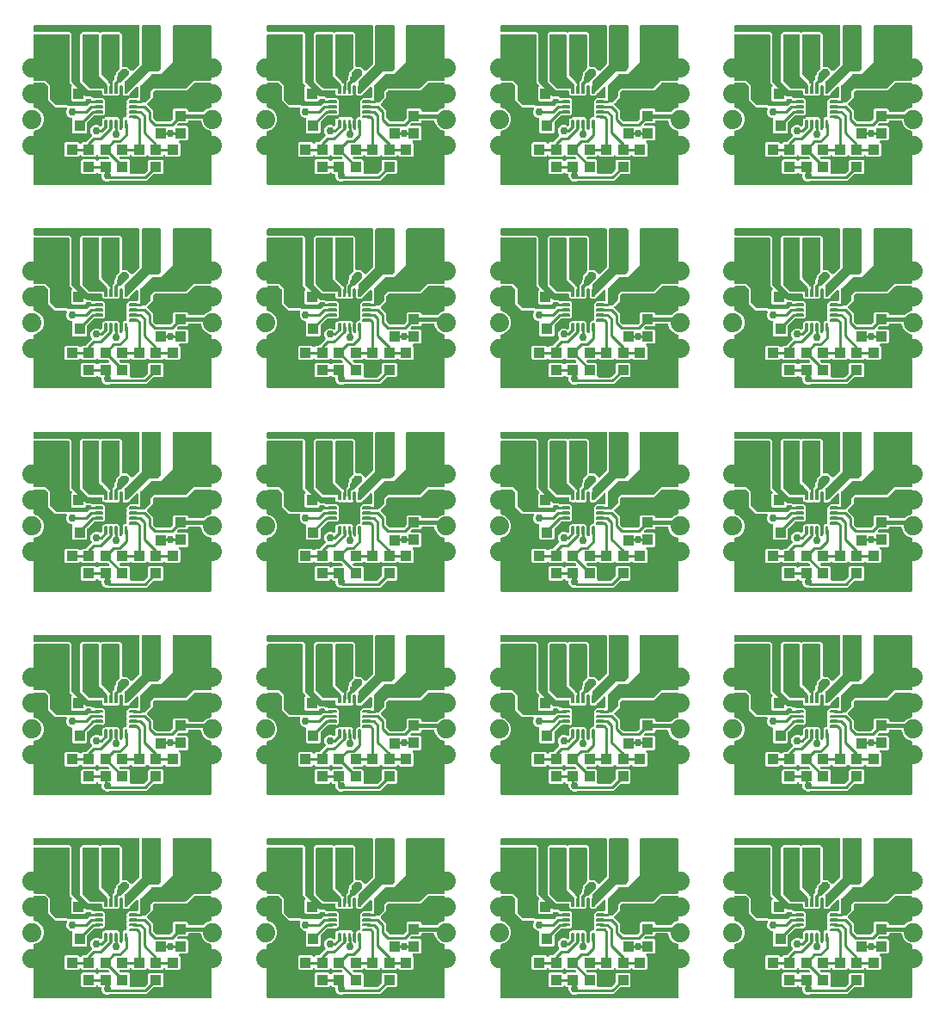
<source format=gtl>
%MOIN*%
%OFA0B0*%
%FSLAX34Y34*%
%IPPOS*%
%LPD*%
%AMOC8*
5,1,8,0,0,$1,22.5*%
%AMOC80*
5,1,8,0,0,$1,22.5*%
%AMOC81*
5,1,8,0,0,$1,22.5*%
%AMOC80*
5,1,8,0,0,$1,22.5*%
%AMOC81*
5,1,8,0,0,$1,22.5*%
%AMOC80*
5,1,8,0,0,$1,22.5*%
%AMOC81*
5,1,8,0,0,$1,22.5*%
%AMOC80*
5,1,8,0,0,$1,22.5*%
%AMOC81*
5,1,8,0,0,$1,22.5*%
%AMOC80*
5,1,8,0,0,$1,22.5*%
%AMOC81*
5,1,8,0,0,$1,22.5*%
%AMOC80*
5,1,8,0,0,$1,22.5*%
%AMOC81*
5,1,8,0,0,$1,22.5*%
%AMOC80*
5,1,8,0,0,$1,22.5*%
%AMOC81*
5,1,8,0,0,$1,22.5*%
%AMOC80*
5,1,8,0,0,$1,22.5*%
%AMOC81*
5,1,8,0,0,$1,22.5*%
%AMOC80*
5,1,8,0,0,$1,22.5*%
%AMOC81*
5,1,8,0,0,$1,22.5*%
%AMOC80*
5,1,8,0,0,$1,22.5*%
%ADD10R,0.041338582677165357X0.042519685039370085*%
%ADD11R,0.042519685039370085X0.041338582677165357*%
%ADD12R,0.0565X0.173*%
%ADD13R,0.043307086614173235X0.03937007874015748*%
%ADD14C,0.005905511811023622*%
%ADD15R,0.08070866141732283X0.08070866141732283*%
%ADD16C,0.074*%
%ADD17C,0.01*%
%ADD18C,0.029779527559055118*%
%ADD19C,0.014000000000000002*%
%ADD20C,0.012000000000000002*%
%ADD21C,0.016*%
%ADD22C,0.024000000000000004*%
%ADD33R,0.041338582677165357X0.042519685039370085*%
%ADD34R,0.042519685039370085X0.041338582677165357*%
%ADD35R,0.0565X0.173*%
%ADD36R,0.043307086614173235X0.03937007874015748*%
%ADD37C,0.005905511811023622*%
%ADD38R,0.08070866141732283X0.08070866141732283*%
%ADD39C,0.074*%
%ADD40C,0.01*%
%ADD41C,0.029779527559055118*%
%ADD42C,0.014000000000000002*%
%ADD43C,0.012000000000000002*%
%ADD44C,0.016*%
%ADD45C,0.024000000000000004*%
%ADD46R,0.041338582677165357X0.042519685039370085*%
%ADD47R,0.042519685039370085X0.041338582677165357*%
%ADD48R,0.0565X0.173*%
%ADD49R,0.043307086614173235X0.03937007874015748*%
%ADD50C,0.005905511811023622*%
%ADD51R,0.08070866141732283X0.08070866141732283*%
%ADD52C,0.074*%
%ADD53C,0.01*%
%ADD54C,0.029779527559055118*%
%ADD55C,0.014000000000000002*%
%ADD56C,0.012000000000000002*%
%ADD57C,0.016*%
%ADD58C,0.024000000000000004*%
%ADD59R,0.041338582677165357X0.042519685039370085*%
%ADD60R,0.042519685039370085X0.041338582677165357*%
%ADD61R,0.0565X0.173*%
%ADD62R,0.043307086614173235X0.03937007874015748*%
%ADD63C,0.005905511811023622*%
%ADD64R,0.08070866141732283X0.08070866141732283*%
%ADD65C,0.074*%
%ADD66C,0.01*%
%ADD67C,0.029779527559055118*%
%ADD68C,0.014000000000000002*%
%ADD69C,0.012000000000000002*%
%ADD70C,0.016*%
%ADD71C,0.024000000000000004*%
%ADD72R,0.041338582677165357X0.042519685039370085*%
%ADD73R,0.042519685039370085X0.041338582677165357*%
%ADD74R,0.0565X0.173*%
%ADD75R,0.043307086614173235X0.03937007874015748*%
%ADD76C,0.005905511811023622*%
%ADD77R,0.08070866141732283X0.08070866141732283*%
%ADD78C,0.074*%
%ADD79C,0.01*%
%ADD80C,0.029779527559055118*%
%ADD81C,0.014000000000000002*%
%ADD82C,0.012000000000000002*%
%ADD83C,0.016*%
%ADD84C,0.024000000000000004*%
%ADD85R,0.041338582677165357X0.042519685039370085*%
%ADD86R,0.042519685039370085X0.041338582677165357*%
%ADD87R,0.0565X0.173*%
%ADD88R,0.043307086614173235X0.03937007874015748*%
%ADD89C,0.005905511811023622*%
%ADD90R,0.08070866141732283X0.08070866141732283*%
%ADD91C,0.074*%
%ADD92C,0.01*%
%ADD93C,0.029779527559055118*%
%ADD94C,0.014000000000000002*%
%ADD95C,0.012000000000000002*%
%ADD96C,0.016*%
%ADD97C,0.024000000000000004*%
%ADD98R,0.041338582677165357X0.042519685039370085*%
%ADD99R,0.042519685039370085X0.041338582677165357*%
%ADD100R,0.0565X0.173*%
%ADD101R,0.043307086614173235X0.03937007874015748*%
%ADD102C,0.005905511811023622*%
%ADD103R,0.08070866141732283X0.08070866141732283*%
%ADD104C,0.074*%
%ADD105C,0.01*%
%ADD106C,0.029779527559055118*%
%ADD107C,0.014000000000000002*%
%ADD108C,0.012000000000000002*%
%ADD109C,0.016*%
%ADD110C,0.024000000000000004*%
%ADD111R,0.041338582677165357X0.042519685039370085*%
%ADD112R,0.042519685039370085X0.041338582677165357*%
%ADD113R,0.0565X0.173*%
%ADD114R,0.043307086614173235X0.03937007874015748*%
%ADD115C,0.005905511811023622*%
%ADD116R,0.08070866141732283X0.08070866141732283*%
%ADD117C,0.074*%
%ADD118C,0.01*%
%ADD119C,0.029779527559055118*%
%ADD120C,0.014000000000000002*%
%ADD121C,0.012000000000000002*%
%ADD122C,0.016*%
%ADD123C,0.024000000000000004*%
%ADD124R,0.041338582677165357X0.042519685039370085*%
%ADD125R,0.042519685039370085X0.041338582677165357*%
%ADD126R,0.0565X0.173*%
%ADD127R,0.043307086614173235X0.03937007874015748*%
%ADD128C,0.005905511811023622*%
%ADD129R,0.08070866141732283X0.08070866141732283*%
%ADD130C,0.074*%
%ADD131C,0.01*%
%ADD132C,0.029779527559055118*%
%ADD133C,0.014000000000000002*%
%ADD134C,0.012000000000000002*%
%ADD135C,0.016*%
%ADD136C,0.024000000000000004*%
%ADD137R,0.041338582677165357X0.042519685039370085*%
%ADD138R,0.042519685039370085X0.041338582677165357*%
%ADD139R,0.0565X0.173*%
%ADD140R,0.043307086614173235X0.03937007874015748*%
%ADD141C,0.005905511811023622*%
%ADD142R,0.08070866141732283X0.08070866141732283*%
%ADD143C,0.074*%
%ADD144C,0.01*%
%ADD145C,0.029779527559055118*%
%ADD146C,0.014000000000000002*%
%ADD147C,0.012000000000000002*%
%ADD148C,0.016*%
%ADD149C,0.024000000000000004*%
%ADD150R,0.041338582677165357X0.042519685039370085*%
%ADD151R,0.042519685039370085X0.041338582677165357*%
%ADD152R,0.0565X0.173*%
%ADD153R,0.043307086614173235X0.03937007874015748*%
%ADD154C,0.005905511811023622*%
%ADD155R,0.08070866141732283X0.08070866141732283*%
%ADD156C,0.074*%
%ADD157C,0.01*%
%ADD158C,0.029779527559055118*%
%ADD159C,0.014000000000000002*%
%ADD160C,0.012000000000000002*%
%ADD161C,0.016*%
%ADD162C,0.024000000000000004*%
%ADD163R,0.041338582677165357X0.042519685039370085*%
%ADD164R,0.042519685039370085X0.041338582677165357*%
%ADD165R,0.0565X0.173*%
%ADD166R,0.043307086614173235X0.03937007874015748*%
%ADD167C,0.005905511811023622*%
%ADD168R,0.08070866141732283X0.08070866141732283*%
%ADD169C,0.074*%
%ADD170C,0.01*%
%ADD171C,0.029779527559055118*%
%ADD172C,0.014000000000000002*%
%ADD173C,0.012000000000000002*%
%ADD174C,0.016*%
%ADD175C,0.024000000000000004*%
%ADD176R,0.041338582677165357X0.042519685039370085*%
%ADD177R,0.042519685039370085X0.041338582677165357*%
%ADD178R,0.0565X0.173*%
%ADD179R,0.043307086614173235X0.03937007874015748*%
%ADD180C,0.005905511811023622*%
%ADD181R,0.08070866141732283X0.08070866141732283*%
%ADD182C,0.074*%
%ADD183C,0.01*%
%ADD184C,0.029779527559055118*%
%ADD185C,0.014000000000000002*%
%ADD186C,0.012000000000000002*%
%ADD187C,0.016*%
%ADD188C,0.024000000000000004*%
%ADD189R,0.041338582677165357X0.042519685039370085*%
%ADD190R,0.042519685039370085X0.041338582677165357*%
%ADD191R,0.0565X0.173*%
%ADD192R,0.043307086614173235X0.03937007874015748*%
%ADD193C,0.005905511811023622*%
%ADD194R,0.08070866141732283X0.08070866141732283*%
%ADD195C,0.074*%
%ADD196C,0.01*%
%ADD197C,0.029779527559055118*%
%ADD198C,0.014000000000000002*%
%ADD199C,0.012000000000000002*%
%ADD200C,0.016*%
%ADD201C,0.024000000000000004*%
%ADD202R,0.041338582677165357X0.042519685039370085*%
%ADD203R,0.042519685039370085X0.041338582677165357*%
%ADD204R,0.0565X0.173*%
%ADD205R,0.043307086614173235X0.03937007874015748*%
%ADD206C,0.005905511811023622*%
%ADD207R,0.08070866141732283X0.08070866141732283*%
%ADD208C,0.074*%
%ADD209C,0.01*%
%ADD210C,0.029779527559055118*%
%ADD211C,0.014000000000000002*%
%ADD212C,0.012000000000000002*%
%ADD213C,0.016*%
%ADD214C,0.024000000000000004*%
%ADD215R,0.041338582677165357X0.042519685039370085*%
%ADD216R,0.042519685039370085X0.041338582677165357*%
%ADD217R,0.0565X0.173*%
%ADD218R,0.043307086614173235X0.03937007874015748*%
%ADD219C,0.005905511811023622*%
%ADD220R,0.08070866141732283X0.08070866141732283*%
%ADD221C,0.074*%
%ADD222C,0.01*%
%ADD223C,0.029779527559055118*%
%ADD224C,0.014000000000000002*%
%ADD225C,0.012000000000000002*%
%ADD226C,0.016*%
%ADD227C,0.024000000000000004*%
%ADD228R,0.041338582677165357X0.042519685039370085*%
%ADD229R,0.042519685039370085X0.041338582677165357*%
%ADD230R,0.0565X0.173*%
%ADD231R,0.043307086614173235X0.03937007874015748*%
%ADD232C,0.005905511811023622*%
%ADD233R,0.08070866141732283X0.08070866141732283*%
%ADD234C,0.074*%
%ADD235C,0.01*%
%ADD236C,0.029779527559055118*%
%ADD237C,0.014000000000000002*%
%ADD238C,0.012000000000000002*%
%ADD239C,0.016*%
%ADD240C,0.024000000000000004*%
%ADD241R,0.041338582677165357X0.042519685039370085*%
%ADD242R,0.042519685039370085X0.041338582677165357*%
%ADD243R,0.0565X0.173*%
%ADD244R,0.043307086614173235X0.03937007874015748*%
%ADD245C,0.005905511811023622*%
%ADD246R,0.08070866141732283X0.08070866141732283*%
%ADD247C,0.074*%
%ADD248C,0.01*%
%ADD249C,0.029779527559055118*%
%ADD250C,0.014000000000000002*%
%ADD251C,0.012000000000000002*%
%ADD252C,0.016*%
%ADD253C,0.024000000000000004*%
%ADD254R,0.041338582677165357X0.042519685039370085*%
%ADD255R,0.042519685039370085X0.041338582677165357*%
%ADD256R,0.0565X0.173*%
%ADD257R,0.043307086614173235X0.03937007874015748*%
%ADD258C,0.005905511811023622*%
%ADD259R,0.08070866141732283X0.08070866141732283*%
%ADD260C,0.074*%
%ADD261C,0.01*%
%ADD262C,0.029779527559055118*%
%ADD263C,0.014000000000000002*%
%ADD264C,0.012000000000000002*%
%ADD265C,0.016*%
%ADD266C,0.024000000000000004*%
%ADD267R,0.041338582677165357X0.042519685039370085*%
%ADD268R,0.042519685039370085X0.041338582677165357*%
%ADD269R,0.0565X0.173*%
%ADD270R,0.043307086614173235X0.03937007874015748*%
%ADD271C,0.005905511811023622*%
%ADD272R,0.08070866141732283X0.08070866141732283*%
%ADD273C,0.074*%
%ADD274C,0.01*%
%ADD275C,0.029779527559055118*%
%ADD276C,0.014000000000000002*%
%ADD277C,0.012000000000000002*%
%ADD278C,0.016*%
%ADD279C,0.024000000000000004*%
G75*
G01G01*
G36*
X0007117Y0000844D02*
X0007117Y0000844D01*
X0007121Y0000844D01*
X0007123Y0000845D01*
X0007125Y0000845D01*
X0007129Y0000846D01*
X0007133Y0000848D01*
X0007135Y0000849D01*
X0007136Y0000849D01*
X0007140Y0000852D01*
X0007144Y0000855D01*
X0007145Y0000856D01*
X0007146Y0000857D01*
X0007149Y0000860D01*
X0007152Y0000864D01*
X0007153Y0000865D01*
X0007154Y0000866D01*
X0007156Y0000871D01*
X0007159Y0000875D01*
X0007159Y0000876D01*
X0007160Y0000878D01*
X0007160Y0000882D01*
X0007162Y0000887D01*
X0007162Y0000889D01*
X0007162Y0000890D01*
X0007162Y0000891D01*
X0007162Y0000893D01*
X0007162Y0002893D01*
X0007162Y0002895D01*
X0007162Y0002896D01*
X0007161Y0002900D01*
X0007161Y0002901D01*
X0007161Y0002902D01*
X0007160Y0002906D01*
X0007160Y0002907D01*
X0007160Y0002908D01*
X0007158Y0002913D01*
X0007156Y0002917D01*
X0007155Y0002918D01*
X0007155Y0002920D01*
X0007152Y0002923D01*
X0007149Y0002928D01*
X0007148Y0002928D01*
X0007147Y0002929D01*
X0007143Y0002932D01*
X0007139Y0002936D01*
X0007138Y0002936D01*
X0007137Y0002937D01*
X0007131Y0002940D01*
X0006957Y0003012D01*
X0006831Y0003138D01*
X0006762Y0003304D01*
X0006762Y0003318D01*
X0006761Y0003322D01*
X0006761Y0003327D01*
X0006761Y0003329D01*
X0006760Y0003330D01*
X0006759Y0003335D01*
X0006757Y0003339D01*
X0006756Y0003340D01*
X0006756Y0003342D01*
X0006753Y0003346D01*
X0006751Y0003350D01*
X0006749Y0003351D01*
X0006749Y0003352D01*
X0006745Y0003355D01*
X0006742Y0003358D01*
X0006740Y0003359D01*
X0006739Y0003360D01*
X0006735Y0003362D01*
X0006731Y0003364D01*
X0006729Y0003365D01*
X0006728Y0003365D01*
X0006723Y0003366D01*
X0006718Y0003367D01*
X0006716Y0003368D01*
X0006715Y0003368D01*
X0006714Y0003368D01*
X0006712Y0003368D01*
X0006309Y0003368D01*
X0006304Y0003367D01*
X0006299Y0003367D01*
X0006298Y0003366D01*
X0006296Y0003366D01*
X0006292Y0003365D01*
X0006287Y0003363D01*
X0006286Y0003362D01*
X0006285Y0003362D01*
X0006281Y0003359D01*
X0006277Y0003356D01*
X0006276Y0003355D01*
X0006274Y0003354D01*
X0006271Y0003351D01*
X0006268Y0003347D01*
X0006267Y0003346D01*
X0006266Y0003345D01*
X0006264Y0003340D01*
X0006262Y0003336D01*
X0006262Y0003335D01*
X0006261Y0003333D01*
X0006260Y0003329D01*
X0006259Y0003324D01*
X0006259Y0003322D01*
X0006259Y0003321D01*
X0006259Y0003320D01*
X0006259Y0003318D01*
X0006259Y0003298D01*
X0006212Y0003251D01*
X0005890Y0003251D01*
X0005886Y0003250D01*
X0005882Y0003250D01*
X0005880Y0003250D01*
X0005877Y0003249D01*
X0005874Y0003248D01*
X0005870Y0003247D01*
X0005868Y0003246D01*
X0005866Y0003245D01*
X0005863Y0003242D01*
X0005859Y0003240D01*
X0005856Y0003238D01*
X0005856Y0003237D01*
X0005855Y0003237D01*
X0005854Y0003236D01*
X0005839Y0003221D01*
X0005836Y0003216D01*
X0005832Y0003212D01*
X0005832Y0003211D01*
X0005831Y0003211D01*
X0005829Y0003206D01*
X0005827Y0003201D01*
X0005827Y0003200D01*
X0005826Y0003199D01*
X0005825Y0003194D01*
X0005824Y0003189D01*
X0005824Y0003188D01*
X0005824Y0003187D01*
X0005825Y0003182D01*
X0005825Y0003176D01*
X0005825Y0003175D01*
X0005825Y0003175D01*
X0005827Y0003169D01*
X0005829Y0003164D01*
X0005829Y0003164D01*
X0005830Y0003163D01*
X0005833Y0003158D01*
X0005836Y0003154D01*
X0005836Y0003153D01*
X0005837Y0003152D01*
X0005841Y0003149D01*
X0005845Y0003145D01*
X0005845Y0003145D01*
X0005846Y0003144D01*
X0005851Y0003142D01*
X0005856Y0003139D01*
X0005857Y0003139D01*
X0005857Y0003138D01*
X0005863Y0003137D01*
X0005868Y0003136D01*
X0005869Y0003136D01*
X0005869Y0003136D01*
X0005870Y0003136D01*
X0005874Y0003135D01*
X0006212Y0003135D01*
X0006259Y0003089D01*
X0006259Y0002629D01*
X0006212Y0002582D01*
X0005955Y0002582D01*
X0005950Y0002581D01*
X0005945Y0002580D01*
X0005944Y0002580D01*
X0005943Y0002580D01*
X0005938Y0002578D01*
X0005933Y0002576D01*
X0005932Y0002576D01*
X0005931Y0002575D01*
X0005927Y0002572D01*
X0005922Y0002569D01*
X0005922Y0002569D01*
X0005921Y0002568D01*
X0005918Y0002564D01*
X0005914Y0002560D01*
X0005914Y0002559D01*
X0005913Y0002559D01*
X0005911Y0002554D01*
X0005908Y0002549D01*
X0005908Y0002548D01*
X0005908Y0002547D01*
X0005907Y0002542D01*
X0005906Y0002536D01*
X0005906Y0002536D01*
X0005906Y0002535D01*
X0005906Y0002529D01*
X0005906Y0002524D01*
X0005906Y0002523D01*
X0005906Y0002522D01*
X0005908Y0002517D01*
X0005910Y0002512D01*
X0005910Y0002511D01*
X0005910Y0002510D01*
X0005913Y0002506D01*
X0005916Y0002501D01*
X0005917Y0002500D01*
X0005917Y0002500D01*
X0005918Y0002499D01*
X0005920Y0002496D01*
X0005959Y0002458D01*
X0005959Y0001998D01*
X0005912Y0001951D01*
X0005412Y0001951D01*
X0005372Y0001991D01*
X0005369Y0001994D01*
X0005365Y0001997D01*
X0005364Y0001998D01*
X0005363Y0001999D01*
X0005358Y0002000D01*
X0005354Y0002003D01*
X0005353Y0002003D01*
X0005351Y0002004D01*
X0005346Y0002004D01*
X0005342Y0002005D01*
X0005340Y0002005D01*
X0005339Y0002006D01*
X0005334Y0002005D01*
X0005329Y0002005D01*
X0005328Y0002005D01*
X0005326Y0002004D01*
X0005322Y0002003D01*
X0005317Y0002002D01*
X0005316Y0002001D01*
X0005314Y0002000D01*
X0005311Y0001998D01*
X0005307Y0001995D01*
X0005305Y0001994D01*
X0005304Y0001993D01*
X0005304Y0001992D01*
X0005302Y0001991D01*
X0005262Y0001951D01*
X0004762Y0001951D01*
X0004722Y0001991D01*
X0004719Y0001994D01*
X0004715Y0001997D01*
X0004714Y0001998D01*
X0004713Y0001999D01*
X0004708Y0002000D01*
X0004704Y0002003D01*
X0004703Y0002003D01*
X0004701Y0002004D01*
X0004696Y0002004D01*
X0004692Y0002005D01*
X0004690Y0002005D01*
X0004689Y0002006D01*
X0004684Y0002005D01*
X0004679Y0002005D01*
X0004678Y0002005D01*
X0004676Y0002004D01*
X0004672Y0002003D01*
X0004667Y0002002D01*
X0004666Y0002001D01*
X0004664Y0002000D01*
X0004661Y0001998D01*
X0004657Y0001995D01*
X0004655Y0001994D01*
X0004654Y0001993D01*
X0004654Y0001992D01*
X0004652Y0001991D01*
X0004612Y0001951D01*
X0004112Y0001951D01*
X0004072Y0001991D01*
X0004069Y0001994D01*
X0004065Y0001997D01*
X0004064Y0001998D01*
X0004063Y0001999D01*
X0004058Y0002000D01*
X0004054Y0002003D01*
X0004053Y0002003D01*
X0004051Y0002004D01*
X0004046Y0002004D01*
X0004042Y0002005D01*
X0004040Y0002005D01*
X0004039Y0002006D01*
X0004034Y0002005D01*
X0004029Y0002005D01*
X0004028Y0002005D01*
X0004026Y0002004D01*
X0004022Y0002003D01*
X0004017Y0002002D01*
X0004016Y0002001D01*
X0004014Y0002000D01*
X0004011Y0001998D01*
X0004007Y0001995D01*
X0004005Y0001994D01*
X0004004Y0001993D01*
X0004004Y0001992D01*
X0004002Y0001991D01*
X0003962Y0001951D01*
X0003644Y0001951D01*
X0003638Y0001950D01*
X0003633Y0001950D01*
X0003632Y0001949D01*
X0003631Y0001949D01*
X0003626Y0001947D01*
X0003621Y0001946D01*
X0003620Y0001945D01*
X0003619Y0001945D01*
X0003615Y0001942D01*
X0003610Y0001939D01*
X0003610Y0001938D01*
X0003609Y0001937D01*
X0003606Y0001933D01*
X0003602Y0001929D01*
X0003602Y0001928D01*
X0003601Y0001928D01*
X0003599Y0001923D01*
X0003597Y0001918D01*
X0003596Y0001917D01*
X0003596Y0001916D01*
X0003595Y0001911D01*
X0003594Y0001906D01*
X0003594Y0001905D01*
X0003594Y0001904D01*
X0003594Y0001899D01*
X0003594Y0001893D01*
X0003594Y0001892D01*
X0003594Y0001892D01*
X0003596Y0001886D01*
X0003598Y0001881D01*
X0003598Y0001881D01*
X0003598Y0001880D01*
X0003601Y0001875D01*
X0003604Y0001870D01*
X0003605Y0001870D01*
X0003605Y0001869D01*
X0003606Y0001869D01*
X0003608Y0001866D01*
X0003624Y0001850D01*
X0003627Y0001848D01*
X0003630Y0001845D01*
X0003632Y0001844D01*
X0003634Y0001842D01*
X0003637Y0001841D01*
X0003641Y0001839D01*
X0003643Y0001838D01*
X0003645Y0001837D01*
X0003649Y0001837D01*
X0003653Y0001836D01*
X0003657Y0001836D01*
X0003658Y0001835D01*
X0003658Y0001836D01*
X0003659Y0001835D01*
X0003962Y0001835D01*
X0004009Y0001789D01*
X0004009Y0001323D01*
X0004009Y0001319D01*
X0004010Y0001314D01*
X0004010Y0001312D01*
X0004010Y0001311D01*
X0004012Y0001306D01*
X0004013Y0001302D01*
X0004014Y0001301D01*
X0004015Y0001299D01*
X0004018Y0001295D01*
X0004020Y0001291D01*
X0004021Y0001290D01*
X0004022Y0001289D01*
X0004026Y0001286D01*
X0004029Y0001283D01*
X0004031Y0001282D01*
X0004032Y0001281D01*
X0004036Y0001279D01*
X0004040Y0001277D01*
X0004042Y0001276D01*
X0004043Y0001276D01*
X0004048Y0001275D01*
X0004052Y0001274D01*
X0004055Y0001273D01*
X0004055Y0001273D01*
X0004056Y0001273D01*
X0004059Y0001273D01*
X0004522Y0001273D01*
X0004526Y0001274D01*
X0004530Y0001274D01*
X0004532Y0001275D01*
X0004535Y0001275D01*
X0004538Y0001276D01*
X0004542Y0001277D01*
X0004544Y0001279D01*
X0004546Y0001279D01*
X0004549Y0001282D01*
X0004553Y0001284D01*
X0004556Y0001286D01*
X0004556Y0001287D01*
X0004557Y0001287D01*
X0004558Y0001288D01*
X0004701Y0001431D01*
X0004703Y0001434D01*
X0004706Y0001437D01*
X0004707Y0001439D01*
X0004709Y0001441D01*
X0004710Y0001445D01*
X0004712Y0001448D01*
X0004713Y0001450D01*
X0004714Y0001453D01*
X0004714Y0001456D01*
X0004715Y0001460D01*
X0004715Y0001464D01*
X0004716Y0001465D01*
X0004715Y0001465D01*
X0004716Y0001467D01*
X0004716Y0001789D01*
X0004762Y0001835D01*
X0005262Y0001835D01*
X0005309Y0001789D01*
X0005309Y0001329D01*
X0005262Y0001282D01*
X0004940Y0001282D01*
X0004936Y0001281D01*
X0004932Y0001281D01*
X0004930Y0001280D01*
X0004927Y0001280D01*
X0004924Y0001279D01*
X0004920Y0001278D01*
X0004918Y0001276D01*
X0004916Y0001275D01*
X0004913Y0001273D01*
X0004909Y0001271D01*
X0004906Y0001269D01*
X0004906Y0001268D01*
X0004905Y0001268D01*
X0004904Y0001267D01*
X0004651Y0001013D01*
X0003250Y0001013D01*
X0003250Y0001013D01*
X0003250Y0001013D01*
X0003244Y0001012D01*
X0003238Y0001012D01*
X0003237Y0001011D01*
X0003237Y0001011D01*
X0003231Y0001009D01*
X0003183Y0000989D01*
X0003092Y0000989D01*
X0003007Y0001024D01*
X0002943Y0001088D01*
X0002908Y0001173D01*
X0002908Y0001232D01*
X0002908Y0001236D01*
X0002907Y0001241D01*
X0002907Y0001243D01*
X0002907Y0001244D01*
X0002905Y0001248D01*
X0002903Y0001253D01*
X0002903Y0001254D01*
X0002902Y0001256D01*
X0002899Y0001260D01*
X0002897Y0001264D01*
X0002896Y0001265D01*
X0002895Y0001266D01*
X0002891Y0001269D01*
X0002888Y0001272D01*
X0002886Y0001273D01*
X0002885Y0001274D01*
X0002881Y0001276D01*
X0002877Y0001278D01*
X0002875Y0001279D01*
X0002874Y0001279D01*
X0002869Y0001280D01*
X0002865Y0001281D01*
X0002862Y0001281D01*
X0002861Y0001282D01*
X0002861Y0001282D01*
X0002858Y0001282D01*
X0002812Y0001282D01*
X0002772Y0001322D01*
X0002769Y0001325D01*
X0002765Y0001328D01*
X0002764Y0001328D01*
X0002763Y0001329D01*
X0002758Y0001331D01*
X0002754Y0001333D01*
X0002752Y0001334D01*
X0002751Y0001334D01*
X0002746Y0001335D01*
X0002742Y0001336D01*
X0002740Y0001336D01*
X0002739Y0001336D01*
X0002734Y0001336D01*
X0002729Y0001336D01*
X0002728Y0001335D01*
X0002726Y0001335D01*
X0002722Y0001334D01*
X0002717Y0001332D01*
X0002716Y0001331D01*
X0002714Y0001331D01*
X0002711Y0001328D01*
X0002707Y0001326D01*
X0002705Y0001324D01*
X0002704Y0001324D01*
X0002704Y0001323D01*
X0002702Y0001322D01*
X0002662Y0001282D01*
X0002162Y0001282D01*
X0002116Y0001329D01*
X0002116Y0001789D01*
X0002162Y0001835D01*
X0002662Y0001835D01*
X0002702Y0001795D01*
X0002705Y0001793D01*
X0002709Y0001789D01*
X0002710Y0001789D01*
X0002712Y0001788D01*
X0002716Y0001786D01*
X0002720Y0001784D01*
X0002722Y0001783D01*
X0002723Y0001783D01*
X0002728Y0001782D01*
X0002732Y0001781D01*
X0002734Y0001781D01*
X0002736Y0001781D01*
X0002740Y0001781D01*
X0002745Y0001781D01*
X0002746Y0001782D01*
X0002748Y0001782D01*
X0002752Y0001784D01*
X0002757Y0001785D01*
X0002758Y0001786D01*
X0002760Y0001786D01*
X0002764Y0001789D01*
X0002768Y0001791D01*
X0002769Y0001793D01*
X0002770Y0001793D01*
X0002771Y0001794D01*
X0002772Y0001795D01*
X0002812Y0001835D01*
X0003150Y0001835D01*
X0003155Y0001836D01*
X0003161Y0001837D01*
X0003162Y0001837D01*
X0003162Y0001837D01*
X0003167Y0001839D01*
X0003173Y0001841D01*
X0003173Y0001841D01*
X0003174Y0001842D01*
X0003178Y0001845D01*
X0003183Y0001848D01*
X0003184Y0001849D01*
X0003184Y0001849D01*
X0003188Y0001853D01*
X0003191Y0001857D01*
X0003192Y0001858D01*
X0003192Y0001859D01*
X0003195Y0001864D01*
X0003197Y0001868D01*
X0003197Y0001869D01*
X0003197Y0001870D01*
X0003199Y0001875D01*
X0003200Y0001881D01*
X0003200Y0001881D01*
X0003200Y0001882D01*
X0003200Y0001888D01*
X0003199Y0001893D01*
X0003199Y0001894D01*
X0003199Y0001895D01*
X0003197Y0001900D01*
X0003196Y0001905D01*
X0003195Y0001906D01*
X0003195Y0001907D01*
X0003192Y0001911D01*
X0003190Y0001916D01*
X0003189Y0001917D01*
X0003189Y0001917D01*
X0003188Y0001918D01*
X0003185Y0001921D01*
X0003170Y0001936D01*
X0003167Y0001939D01*
X0003164Y0001941D01*
X0003162Y0001943D01*
X0003160Y0001944D01*
X0003156Y0001946D01*
X0003153Y0001947D01*
X0003151Y0001948D01*
X0003148Y0001949D01*
X0003145Y0001950D01*
X0003141Y0001951D01*
X0003137Y0001951D01*
X0003136Y0001951D01*
X0003135Y0001951D01*
X0003134Y0001951D01*
X0002812Y0001951D01*
X0002772Y0001991D01*
X0002769Y0001994D01*
X0002765Y0001997D01*
X0002764Y0001998D01*
X0002763Y0001999D01*
X0002758Y0002000D01*
X0002754Y0002003D01*
X0002752Y0002003D01*
X0002751Y0002004D01*
X0002746Y0002004D01*
X0002742Y0002005D01*
X0002740Y0002005D01*
X0002739Y0002006D01*
X0002734Y0002005D01*
X0002729Y0002005D01*
X0002728Y0002005D01*
X0002726Y0002004D01*
X0002722Y0002003D01*
X0002717Y0002002D01*
X0002716Y0002001D01*
X0002714Y0002000D01*
X0002711Y0001998D01*
X0002707Y0001995D01*
X0002705Y0001994D01*
X0002704Y0001993D01*
X0002704Y0001992D01*
X0002702Y0001991D01*
X0002662Y0001951D01*
X0002162Y0001951D01*
X0002122Y0001991D01*
X0002119Y0001994D01*
X0002115Y0001997D01*
X0002114Y0001998D01*
X0002113Y0001999D01*
X0002108Y0002000D01*
X0002104Y0002003D01*
X0002103Y0002003D01*
X0002101Y0002004D01*
X0002096Y0002004D01*
X0002092Y0002005D01*
X0002090Y0002005D01*
X0002089Y0002006D01*
X0002084Y0002005D01*
X0002079Y0002005D01*
X0002078Y0002005D01*
X0002076Y0002004D01*
X0002072Y0002003D01*
X0002067Y0002002D01*
X0002066Y0002001D01*
X0002064Y0002000D01*
X0002061Y0001998D01*
X0002057Y0001995D01*
X0002055Y0001994D01*
X0002054Y0001993D01*
X0002054Y0001992D01*
X0002052Y0001991D01*
X0002012Y0001951D01*
X0001512Y0001951D01*
X0001466Y0001998D01*
X0001466Y0002458D01*
X0001512Y0002505D01*
X0002012Y0002505D01*
X0002052Y0002465D01*
X0002055Y0002462D01*
X0002059Y0002459D01*
X0002060Y0002458D01*
X0002062Y0002457D01*
X0002066Y0002455D01*
X0002070Y0002453D01*
X0002072Y0002453D01*
X0002073Y0002452D01*
X0002078Y0002451D01*
X0002082Y0002450D01*
X0002084Y0002450D01*
X0002086Y0002450D01*
X0002090Y0002451D01*
X0002095Y0002451D01*
X0002096Y0002451D01*
X0002098Y0002451D01*
X0002102Y0002453D01*
X0002107Y0002454D01*
X0002108Y0002455D01*
X0002110Y0002456D01*
X0002114Y0002458D01*
X0002118Y0002461D01*
X0002119Y0002462D01*
X0002120Y0002463D01*
X0002121Y0002463D01*
X0002122Y0002465D01*
X0002162Y0002505D01*
X0002269Y0002505D01*
X0002273Y0002505D01*
X0002277Y0002505D01*
X0002279Y0002506D01*
X0002281Y0002506D01*
X0002285Y0002508D01*
X0002289Y0002509D01*
X0002291Y0002510D01*
X0002293Y0002511D01*
X0002296Y0002513D01*
X0002300Y0002515D01*
X0002303Y0002518D01*
X0002303Y0002518D01*
X0002304Y0002519D01*
X0002304Y0002519D01*
X0002523Y0002738D01*
X0002526Y0002742D01*
X0002529Y0002745D01*
X0002530Y0002747D01*
X0002531Y0002748D01*
X0002532Y0002752D01*
X0002535Y0002756D01*
X0002535Y0002758D01*
X0002536Y0002759D01*
X0002536Y0002764D01*
X0002537Y0002769D01*
X0002537Y0002770D01*
X0002538Y0002772D01*
X0002537Y0002776D01*
X0002537Y0002781D01*
X0002537Y0002783D01*
X0002536Y0002784D01*
X0002535Y0002789D01*
X0002533Y0002793D01*
X0002533Y0002794D01*
X0002532Y0002796D01*
X0002530Y0002800D01*
X0002527Y0002804D01*
X0002526Y0002806D01*
X0002525Y0002806D01*
X0002525Y0002807D01*
X0002523Y0002809D01*
X0002518Y0002814D01*
X0002483Y0002898D01*
X0002483Y0002989D01*
X0002518Y0003073D01*
X0002582Y0003137D01*
X0002667Y0003172D01*
X0002758Y0003172D01*
X0002851Y0003134D01*
X0002852Y0003133D01*
X0002853Y0003133D01*
X0002858Y0003132D01*
X0002863Y0003130D01*
X0002864Y0003130D01*
X0002865Y0003130D01*
X0002870Y0003130D01*
X0002875Y0003130D01*
X0002876Y0003130D01*
X0002877Y0003130D01*
X0002882Y0003132D01*
X0002887Y0003133D01*
X0002888Y0003134D01*
X0002890Y0003134D01*
X0002894Y0003137D01*
X0002898Y0003139D01*
X0002899Y0003140D01*
X0002900Y0003140D01*
X0002905Y0003144D01*
X0002915Y0003154D01*
X0002917Y0003157D01*
X0002920Y0003160D01*
X0002921Y0003162D01*
X0002922Y0003164D01*
X0002924Y0003168D01*
X0002926Y0003171D01*
X0002926Y0003173D01*
X0002927Y0003175D01*
X0002928Y0003179D01*
X0002929Y0003183D01*
X0002929Y0003187D01*
X0002929Y0003188D01*
X0002929Y0003188D01*
X0002929Y0003189D01*
X0002929Y0003407D01*
X0002994Y0003472D01*
X0002996Y0003474D01*
X0002999Y0003473D01*
X0003004Y0003472D01*
X0003005Y0003472D01*
X0003006Y0003471D01*
X0003007Y0003472D01*
X0003011Y0003471D01*
X0003151Y0003471D01*
X0003151Y0003471D01*
X0003153Y0003470D01*
X0003157Y0003470D01*
X0003162Y0003469D01*
X0003164Y0003469D01*
X0003165Y0003468D01*
X0003170Y0003469D01*
X0003175Y0003469D01*
X0003176Y0003470D01*
X0003178Y0003470D01*
X0003182Y0003471D01*
X0003182Y0003471D01*
X0003347Y0003471D01*
X0003348Y0003471D01*
X0003350Y0003470D01*
X0003354Y0003470D01*
X0003359Y0003469D01*
X0003361Y0003469D01*
X0003362Y0003468D01*
X0003367Y0003469D01*
X0003371Y0003469D01*
X0003373Y0003470D01*
X0003375Y0003470D01*
X0003379Y0003471D01*
X0003379Y0003471D01*
X0003537Y0003471D01*
X0003601Y0003407D01*
X0003601Y0003049D01*
X0003602Y0003045D01*
X0003602Y0003041D01*
X0003602Y0003039D01*
X0003603Y0003036D01*
X0003604Y0003033D01*
X0003605Y0003029D01*
X0003606Y0003027D01*
X0003607Y0003025D01*
X0003610Y0003021D01*
X0003612Y0003018D01*
X0003614Y0003015D01*
X0003615Y0003014D01*
X0003615Y0003014D01*
X0003616Y0003013D01*
X0003631Y0002998D01*
X0003636Y0002994D01*
X0003640Y0002991D01*
X0003641Y0002990D01*
X0003641Y0002990D01*
X0003646Y0002988D01*
X0003651Y0002985D01*
X0003652Y0002985D01*
X0003653Y0002985D01*
X0003658Y0002984D01*
X0003664Y0002983D01*
X0003664Y0002983D01*
X0003665Y0002983D01*
X0003671Y0002984D01*
X0003676Y0002984D01*
X0003677Y0002984D01*
X0003678Y0002984D01*
X0003683Y0002986D01*
X0003688Y0002988D01*
X0003689Y0002988D01*
X0003689Y0002988D01*
X0003694Y0002992D01*
X0003699Y0002994D01*
X0003699Y0002995D01*
X0003700Y0002995D01*
X0003703Y0003000D01*
X0003707Y0003004D01*
X0003708Y0003004D01*
X0003708Y0003005D01*
X0003711Y0003010D01*
X0003713Y0003015D01*
X0003713Y0003015D01*
X0003714Y0003016D01*
X0003715Y0003021D01*
X0003716Y0003027D01*
X0003716Y0003028D01*
X0003717Y0003028D01*
X0003716Y0003029D01*
X0003717Y0003033D01*
X0003717Y0003407D01*
X0003781Y0003471D01*
X0003834Y0003471D01*
X0003839Y0003472D01*
X0003843Y0003472D01*
X0003845Y0003473D01*
X0003847Y0003473D01*
X0003851Y0003474D01*
X0003855Y0003476D01*
X0003857Y0003477D01*
X0003858Y0003477D01*
X0003862Y0003480D01*
X0003866Y0003483D01*
X0003867Y0003484D01*
X0003868Y0003485D01*
X0003871Y0003488D01*
X0003874Y0003492D01*
X0003875Y0003493D01*
X0003876Y0003494D01*
X0003878Y0003499D01*
X0003880Y0003503D01*
X0003881Y0003504D01*
X0003882Y0003506D01*
X0003882Y0003510D01*
X0003884Y0003515D01*
X0003884Y0003517D01*
X0003884Y0003518D01*
X0003884Y0003519D01*
X0003884Y0003521D01*
X0003884Y0003582D01*
X0003884Y0003582D01*
X0003885Y0003584D01*
X0003886Y0003589D01*
X0003887Y0003593D01*
X0003887Y0003595D01*
X0003887Y0003596D01*
X0003886Y0003601D01*
X0003886Y0003606D01*
X0003886Y0003607D01*
X0003886Y0003609D01*
X0003884Y0003613D01*
X0003884Y0003613D01*
X0003884Y0003778D01*
X0003884Y0003779D01*
X0003885Y0003781D01*
X0003886Y0003785D01*
X0003887Y0003790D01*
X0003887Y0003792D01*
X0003887Y0003793D01*
X0003886Y0003798D01*
X0003886Y0003803D01*
X0003886Y0003804D01*
X0003886Y0003806D01*
X0003884Y0003810D01*
X0003884Y0003810D01*
X0003884Y0003975D01*
X0003884Y0003976D01*
X0003885Y0003978D01*
X0003886Y0003982D01*
X0003887Y0003987D01*
X0003887Y0003988D01*
X0003887Y0003990D01*
X0003886Y0003995D01*
X0003886Y0003999D01*
X0003886Y0004001D01*
X0003886Y0004002D01*
X0003884Y0004007D01*
X0003884Y0004007D01*
X0003884Y0004165D01*
X0003947Y0004228D01*
X0003950Y0004232D01*
X0003954Y0004231D01*
X0003959Y0004230D01*
X0003960Y0004229D01*
X0003961Y0004229D01*
X0003961Y0004229D01*
X0003965Y0004229D01*
X0004282Y0004229D01*
X0004287Y0004230D01*
X0004291Y0004230D01*
X0004293Y0004231D01*
X0004295Y0004231D01*
X0004299Y0004232D01*
X0004303Y0004234D01*
X0004305Y0004235D01*
X0004306Y0004235D01*
X0004310Y0004238D01*
X0004314Y0004241D01*
X0004315Y0004242D01*
X0004316Y0004243D01*
X0004319Y0004246D01*
X0004322Y0004250D01*
X0004323Y0004251D01*
X0004324Y0004252D01*
X0004326Y0004257D01*
X0004329Y0004261D01*
X0004329Y0004262D01*
X0004330Y0004264D01*
X0004330Y0004268D01*
X0004332Y0004273D01*
X0004332Y0004275D01*
X0004332Y0004276D01*
X0004332Y0004277D01*
X0004332Y0004279D01*
X0004332Y0004609D01*
X0004331Y0004614D01*
X0004331Y0004620D01*
X0004331Y0004620D01*
X0004330Y0004621D01*
X0004328Y0004626D01*
X0004327Y0004631D01*
X0004326Y0004632D01*
X0004326Y0004633D01*
X0004323Y0004637D01*
X0004320Y0004642D01*
X0004319Y0004642D01*
X0004319Y0004643D01*
X0004314Y0004646D01*
X0004310Y0004650D01*
X0004310Y0004650D01*
X0004309Y0004651D01*
X0004304Y0004653D01*
X0004299Y0004656D01*
X0004298Y0004656D01*
X0004298Y0004656D01*
X0004292Y0004657D01*
X0004287Y0004658D01*
X0004286Y0004658D01*
X0004285Y0004659D01*
X0004280Y0004658D01*
X0004274Y0004658D01*
X0004274Y0004658D01*
X0004273Y0004658D01*
X0004268Y0004656D01*
X0004262Y0004655D01*
X0004262Y0004654D01*
X0004261Y0004654D01*
X0004256Y0004651D01*
X0004252Y0004648D01*
X0004251Y0004647D01*
X0004250Y0004647D01*
X0004250Y0004647D01*
X0004247Y0004644D01*
X0004010Y0004407D01*
X0004007Y0004404D01*
X0004004Y0004401D01*
X0004003Y0004399D01*
X0004002Y0004397D01*
X0004000Y0004393D01*
X0003998Y0004390D01*
X0003998Y0004388D01*
X0003997Y0004385D01*
X0003996Y0004382D01*
X0003996Y0004380D01*
X0003930Y0004314D01*
X0003927Y0004311D01*
X0003923Y0004311D01*
X0003918Y0004313D01*
X0003917Y0004313D01*
X0003916Y0004313D01*
X0003916Y0004313D01*
X0003912Y0004313D01*
X0003799Y0004313D01*
X0003796Y0004314D01*
X0003792Y0004315D01*
X0003788Y0004315D01*
X0003787Y0004315D01*
X0003787Y0004315D01*
X0003786Y0004315D01*
X0003781Y0004315D01*
X0003717Y0004379D01*
X0003717Y0004643D01*
X0003716Y0004649D01*
X0003716Y0004654D01*
X0003715Y0004655D01*
X0003715Y0004656D01*
X0003713Y0004661D01*
X0003711Y0004666D01*
X0003711Y0004667D01*
X0003711Y0004667D01*
X0003707Y0004672D01*
X0003704Y0004676D01*
X0003704Y0004677D01*
X0003703Y0004677D01*
X0003699Y0004681D01*
X0003695Y0004685D01*
X0003694Y0004685D01*
X0003694Y0004685D01*
X0003689Y0004688D01*
X0003684Y0004690D01*
X0003683Y0004690D01*
X0003682Y0004691D01*
X0003677Y0004692D01*
X0003672Y0004693D01*
X0003671Y0004693D01*
X0003670Y0004693D01*
X0003664Y0004693D01*
X0003659Y0004693D01*
X0003658Y0004692D01*
X0003657Y0004692D01*
X0003652Y0004691D01*
X0003647Y0004689D01*
X0003646Y0004689D01*
X0003646Y0004689D01*
X0003641Y0004686D01*
X0003636Y0004683D01*
X0003635Y0004682D01*
X0003635Y0004682D01*
X0003634Y0004681D01*
X0003631Y0004679D01*
X0003617Y0004664D01*
X0003614Y0004661D01*
X0003612Y0004658D01*
X0003611Y0004656D01*
X0003609Y0004654D01*
X0003608Y0004650D01*
X0003606Y0004647D01*
X0003605Y0004645D01*
X0003604Y0004643D01*
X0003604Y0004639D01*
X0003603Y0004635D01*
X0003602Y0004631D01*
X0003602Y0004630D01*
X0003602Y0004630D01*
X0003602Y0004629D01*
X0003602Y0004491D01*
X0003602Y0004489D01*
X0003601Y0004485D01*
X0003601Y0004484D01*
X0003601Y0004484D01*
X0003601Y0004483D01*
X0003601Y0004379D01*
X0003537Y0004315D01*
X0003380Y0004315D01*
X0003379Y0004315D01*
X0003378Y0004316D01*
X0003373Y0004317D01*
X0003368Y0004318D01*
X0003367Y0004318D01*
X0003365Y0004318D01*
X0003361Y0004317D01*
X0003356Y0004317D01*
X0003354Y0004317D01*
X0003353Y0004317D01*
X0003348Y0004315D01*
X0003348Y0004315D01*
X0003183Y0004315D01*
X0003182Y0004315D01*
X0003181Y0004316D01*
X0003176Y0004317D01*
X0003172Y0004318D01*
X0003170Y0004318D01*
X0003168Y0004318D01*
X0003164Y0004317D01*
X0003159Y0004317D01*
X0003158Y0004317D01*
X0003156Y0004317D01*
X0003152Y0004315D01*
X0003151Y0004315D01*
X0003011Y0004315D01*
X0003005Y0004314D01*
X0003000Y0004314D01*
X0002999Y0004314D01*
X0002998Y0004314D01*
X0002996Y0004313D01*
X0002994Y0004314D01*
X0002929Y0004379D01*
X0002929Y0004463D01*
X0002929Y0004468D01*
X0002928Y0004473D01*
X0002928Y0004474D01*
X0002928Y0004476D01*
X0002926Y0004480D01*
X0002925Y0004484D01*
X0002924Y0004486D01*
X0002923Y0004487D01*
X0002920Y0004491D01*
X0002918Y0004495D01*
X0002917Y0004496D01*
X0002916Y0004497D01*
X0002912Y0004500D01*
X0002909Y0004504D01*
X0002907Y0004504D01*
X0002906Y0004505D01*
X0002902Y0004507D01*
X0002898Y0004510D01*
X0002896Y0004510D01*
X0002895Y0004511D01*
X0002890Y0004512D01*
X0002886Y0004513D01*
X0002883Y0004513D01*
X0002883Y0004513D01*
X0002882Y0004513D01*
X0002879Y0004513D01*
X0002408Y0004513D01*
X0002082Y0004839D01*
X0002082Y0006697D01*
X0002158Y0006773D01*
X0002816Y0006773D01*
X0002827Y0006762D01*
X0002830Y0006760D01*
X0002834Y0006756D01*
X0002835Y0006756D01*
X0002837Y0006755D01*
X0002841Y0006753D01*
X0002845Y0006751D01*
X0002847Y0006750D01*
X0002848Y0006750D01*
X0002853Y0006749D01*
X0002857Y0006748D01*
X0002859Y0006748D01*
X0002861Y0006748D01*
X0002865Y0006748D01*
X0002870Y0006748D01*
X0002871Y0006749D01*
X0002873Y0006749D01*
X0002877Y0006751D01*
X0002882Y0006752D01*
X0002883Y0006753D01*
X0002885Y0006753D01*
X0002889Y0006756D01*
X0002893Y0006758D01*
X0002894Y0006760D01*
X0002895Y0006760D01*
X0002896Y0006761D01*
X0002897Y0006762D01*
X0002908Y0006773D01*
X0003616Y0006773D01*
X0003692Y0006697D01*
X0003692Y0005473D01*
X0003693Y0005469D01*
X0003693Y0005464D01*
X0003694Y0005462D01*
X0003694Y0005461D01*
X0003695Y0005456D01*
X0003697Y0005452D01*
X0003698Y0005451D01*
X0003698Y0005449D01*
X0003701Y0005445D01*
X0003704Y0005441D01*
X0003705Y0005440D01*
X0003706Y0005439D01*
X0003709Y0005436D01*
X0003713Y0005433D01*
X0003714Y0005432D01*
X0003715Y0005431D01*
X0003720Y0005429D01*
X0003724Y0005427D01*
X0003725Y0005426D01*
X0003727Y0005426D01*
X0003731Y0005425D01*
X0003736Y0005424D01*
X0003738Y0005423D01*
X0003739Y0005423D01*
X0003740Y0005423D01*
X0003742Y0005423D01*
X0003916Y0005423D01*
X0003951Y0005388D01*
X0004052Y0005287D01*
X0004055Y0005285D01*
X0004059Y0005281D01*
X0004060Y0005281D01*
X0004062Y0005280D01*
X0004066Y0005278D01*
X0004070Y0005276D01*
X0004072Y0005275D01*
X0004073Y0005275D01*
X0004078Y0005274D01*
X0004082Y0005273D01*
X0004084Y0005273D01*
X0004086Y0005273D01*
X0004090Y0005273D01*
X0004095Y0005273D01*
X0004096Y0005274D01*
X0004098Y0005274D01*
X0004102Y0005276D01*
X0004107Y0005277D01*
X0004108Y0005278D01*
X0004110Y0005278D01*
X0004114Y0005281D01*
X0004118Y0005283D01*
X0004119Y0005285D01*
X0004120Y0005285D01*
X0004121Y0005286D01*
X0004122Y0005287D01*
X0004367Y0005532D01*
X0004370Y0005536D01*
X0004372Y0005538D01*
X0004374Y0005540D01*
X0004375Y0005542D01*
X0004377Y0005546D01*
X0004379Y0005549D01*
X0004379Y0005552D01*
X0004380Y0005554D01*
X0004381Y0005558D01*
X0004382Y0005561D01*
X0004382Y0005565D01*
X0004382Y0005566D01*
X0004382Y0005567D01*
X0004382Y0005568D01*
X0004382Y0006993D01*
X0004381Y0006998D01*
X0004381Y0007003D01*
X0004381Y0007004D01*
X0004380Y0007006D01*
X0004379Y0007010D01*
X0004377Y0007014D01*
X0004376Y0007016D01*
X0004376Y0007017D01*
X0004373Y0007021D01*
X0004371Y0007025D01*
X0004369Y0007026D01*
X0004369Y0007027D01*
X0004365Y0007030D01*
X0004362Y0007034D01*
X0004360Y0007034D01*
X0004359Y0007035D01*
X0004355Y0007037D01*
X0004351Y0007040D01*
X0004349Y0007040D01*
X0004348Y0007041D01*
X0004343Y0007042D01*
X0004338Y0007043D01*
X0004336Y0007043D01*
X0004335Y0007043D01*
X0004334Y0007043D01*
X0004332Y0007043D01*
X0000312Y0007043D01*
X0000307Y0007043D01*
X0000303Y0007042D01*
X0000301Y0007042D01*
X0000300Y0007042D01*
X0000295Y0007040D01*
X0000291Y0007038D01*
X0000290Y0007038D01*
X0000288Y0007037D01*
X0000284Y0007034D01*
X0000280Y0007032D01*
X0000279Y0007031D01*
X0000278Y0007030D01*
X0000275Y0007026D01*
X0000272Y0007023D01*
X0000271Y0007021D01*
X0000270Y0007020D01*
X0000268Y0007016D01*
X0000266Y0007012D01*
X0000265Y0007010D01*
X0000265Y0007009D01*
X0000264Y0007004D01*
X0000262Y0007000D01*
X0000262Y0006997D01*
X0000262Y0006996D01*
X0000262Y0006996D01*
X0000262Y0006993D01*
X0000262Y0006823D01*
X0000263Y0006819D01*
X0000263Y0006814D01*
X0000263Y0006812D01*
X0000264Y0006811D01*
X0000265Y0006806D01*
X0000267Y0006802D01*
X0000268Y0006801D01*
X0000268Y0006799D01*
X0000271Y0006795D01*
X0000274Y0006791D01*
X0000275Y0006790D01*
X0000276Y0006789D01*
X0000279Y0006786D01*
X0000283Y0006783D01*
X0000284Y0006782D01*
X0000285Y0006781D01*
X0000290Y0006779D01*
X0000294Y0006777D01*
X0000295Y0006776D01*
X0000297Y0006776D01*
X0000301Y0006775D01*
X0000306Y0006774D01*
X0000308Y0006773D01*
X0000309Y0006773D01*
X0000310Y0006773D01*
X0000312Y0006773D01*
X0001666Y0006773D01*
X0001742Y0006697D01*
X0001742Y0004868D01*
X0001743Y0004864D01*
X0001743Y0004860D01*
X0001743Y0004858D01*
X0001744Y0004855D01*
X0001745Y0004852D01*
X0001746Y0004848D01*
X0001747Y0004846D01*
X0001748Y0004844D01*
X0001751Y0004841D01*
X0001753Y0004837D01*
X0001755Y0004834D01*
X0001756Y0004834D01*
X0001756Y0004833D01*
X0001757Y0004832D01*
X0002301Y0004288D01*
X0002304Y0004285D01*
X0002307Y0004283D01*
X0002309Y0004282D01*
X0002311Y0004280D01*
X0002315Y0004279D01*
X0002318Y0004277D01*
X0002321Y0004276D01*
X0002323Y0004275D01*
X0002327Y0004275D01*
X0002330Y0004274D01*
X0002334Y0004273D01*
X0002335Y0004273D01*
X0002336Y0004273D01*
X0002337Y0004273D01*
X0002516Y0004273D01*
X0002550Y0004240D01*
X0002553Y0004237D01*
X0002557Y0004234D01*
X0002558Y0004233D01*
X0002559Y0004232D01*
X0002564Y0004230D01*
X0002568Y0004228D01*
X0002569Y0004228D01*
X0002571Y0004227D01*
X0002576Y0004226D01*
X0002580Y0004225D01*
X0002582Y0004225D01*
X0002583Y0004225D01*
X0002588Y0004226D01*
X0002593Y0004226D01*
X0002594Y0004226D01*
X0002596Y0004226D01*
X0002600Y0004228D01*
X0002605Y0004229D01*
X0002959Y0004229D01*
X0002964Y0004230D01*
X0002970Y0004230D01*
X0002970Y0004231D01*
X0002971Y0004231D01*
X0002974Y0004232D01*
X0002975Y0004230D01*
X0003040Y0004165D01*
X0003040Y0004008D01*
X0003040Y0004007D01*
X0003039Y0004006D01*
X0003039Y0004001D01*
X0003038Y0003996D01*
X0003038Y0003995D01*
X0003037Y0003993D01*
X0003038Y0003989D01*
X0003038Y0003984D01*
X0003038Y0003982D01*
X0003038Y0003981D01*
X0003040Y0003976D01*
X0003040Y0003976D01*
X0003040Y0003811D01*
X0003040Y0003810D01*
X0003039Y0003809D01*
X0003039Y0003804D01*
X0003038Y0003800D01*
X0003038Y0003798D01*
X0003037Y0003796D01*
X0003038Y0003792D01*
X0003038Y0003787D01*
X0003038Y0003785D01*
X0003038Y0003784D01*
X0003040Y0003780D01*
X0003040Y0003779D01*
X0003040Y0003621D01*
X0002975Y0003557D01*
X0002974Y0003555D01*
X0002970Y0003555D01*
X0002965Y0003557D01*
X0002964Y0003557D01*
X0002964Y0003557D01*
X0002963Y0003557D01*
X0002959Y0003557D01*
X0002631Y0003557D01*
X0002627Y0003557D01*
X0002623Y0003557D01*
X0002621Y0003556D01*
X0002618Y0003556D01*
X0002615Y0003554D01*
X0002611Y0003553D01*
X0002609Y0003552D01*
X0002607Y0003551D01*
X0002604Y0003549D01*
X0002600Y0003547D01*
X0002597Y0003544D01*
X0002597Y0003544D01*
X0002596Y0003543D01*
X0002595Y0003543D01*
X0002358Y0003305D01*
X0002356Y0003302D01*
X0002353Y0003299D01*
X0002352Y0003297D01*
X0002350Y0003295D01*
X0002349Y0003292D01*
X0002347Y0003288D01*
X0002346Y0003286D01*
X0002345Y0003284D01*
X0002345Y0003280D01*
X0002344Y0003276D01*
X0002343Y0003272D01*
X0002343Y0003271D01*
X0002343Y0003271D01*
X0002343Y0003270D01*
X0002343Y0002897D01*
X0002296Y0002851D01*
X0001817Y0002851D01*
X0001770Y0002897D01*
X0001770Y0003394D01*
X0001772Y0003399D01*
X0001772Y0003400D01*
X0001773Y0003400D01*
X0001773Y0003406D01*
X0001774Y0003411D01*
X0001774Y0003412D01*
X0001775Y0003413D01*
X0001774Y0003418D01*
X0001774Y0003424D01*
X0001773Y0003424D01*
X0001773Y0003425D01*
X0001771Y0003430D01*
X0001770Y0003435D01*
X0001769Y0003436D01*
X0001769Y0003437D01*
X0001766Y0003441D01*
X0001763Y0003446D01*
X0001762Y0003447D01*
X0001762Y0003447D01*
X0001758Y0003451D01*
X0001754Y0003455D01*
X0001753Y0003455D01*
X0001753Y0003456D01*
X0001748Y0003458D01*
X0001743Y0003461D01*
X0001742Y0003461D01*
X0001741Y0003461D01*
X0001736Y0003462D01*
X0001731Y0003464D01*
X0001730Y0003464D01*
X0001729Y0003464D01*
X0001729Y0003464D01*
X0001725Y0003464D01*
X0001717Y0003464D01*
X0001632Y0003499D01*
X0001568Y0003564D01*
X0001533Y0003648D01*
X0001533Y0003739D01*
X0001556Y0003794D01*
X0001557Y0003796D01*
X0001557Y0003798D01*
X0001558Y0003802D01*
X0001559Y0003806D01*
X0001559Y0003808D01*
X0001560Y0003810D01*
X0001560Y0003814D01*
X0001560Y0003819D01*
X0001559Y0003821D01*
X0001559Y0003823D01*
X0001558Y0003827D01*
X0001557Y0003831D01*
X0001556Y0003833D01*
X0001555Y0003834D01*
X0001553Y0003838D01*
X0001551Y0003842D01*
X0001550Y0003843D01*
X0001548Y0003845D01*
X0001545Y0003848D01*
X0001542Y0003851D01*
X0001541Y0003852D01*
X0001539Y0003854D01*
X0001536Y0003856D01*
X0001532Y0003858D01*
X0001530Y0003859D01*
X0001528Y0003860D01*
X0001524Y0003861D01*
X0001520Y0003862D01*
X0001518Y0003862D01*
X0001516Y0003863D01*
X0001510Y0003863D01*
X0001108Y0003863D01*
X0000832Y0004139D01*
X0000832Y0004669D01*
X0000832Y0004672D01*
X0000831Y0004676D01*
X0000831Y0004679D01*
X0000830Y0004681D01*
X0000829Y0004685D01*
X0000828Y0004688D01*
X0000827Y0004690D01*
X0000826Y0004693D01*
X0000824Y0004696D01*
X0000822Y0004699D01*
X0000819Y0004702D01*
X0000819Y0004703D01*
X0000818Y0004703D01*
X0000817Y0004704D01*
X0000723Y0004799D01*
X0000720Y0004801D01*
X0000717Y0004804D01*
X0000715Y0004805D01*
X0000713Y0004806D01*
X0000709Y0004808D01*
X0000706Y0004810D01*
X0000704Y0004810D01*
X0000702Y0004811D01*
X0000698Y0004812D01*
X0000694Y0004813D01*
X0000690Y0004813D01*
X0000689Y0004813D01*
X0000689Y0004813D01*
X0000688Y0004813D01*
X0000312Y0004813D01*
X0000307Y0004813D01*
X0000303Y0004812D01*
X0000301Y0004812D01*
X0000300Y0004812D01*
X0000295Y0004810D01*
X0000291Y0004808D01*
X0000290Y0004808D01*
X0000288Y0004807D01*
X0000284Y0004804D01*
X0000280Y0004802D01*
X0000279Y0004801D01*
X0000278Y0004800D01*
X0000275Y0004796D01*
X0000272Y0004793D01*
X0000271Y0004791D01*
X0000270Y0004790D01*
X0000268Y0004786D01*
X0000266Y0004782D01*
X0000265Y0004780D01*
X0000265Y0004779D01*
X0000264Y0004774D01*
X0000262Y0004770D01*
X0000262Y0004767D01*
X0000262Y0004766D01*
X0000262Y0004766D01*
X0000262Y0004763D01*
X0000262Y0003893D01*
X0000262Y0003892D01*
X0000262Y0003891D01*
X0000263Y0003886D01*
X0000264Y0003881D01*
X0000264Y0003879D01*
X0000264Y0003878D01*
X0000266Y0003874D01*
X0000268Y0003869D01*
X0000269Y0003868D01*
X0000269Y0003867D01*
X0000273Y0003863D01*
X0000276Y0003859D01*
X0000277Y0003858D01*
X0000277Y0003857D01*
X0000281Y0003854D01*
X0000285Y0003851D01*
X0000286Y0003850D01*
X0000287Y0003850D01*
X0000293Y0003847D01*
X0000467Y0003775D01*
X0000594Y0003648D01*
X0000662Y0003483D01*
X0000662Y0003304D01*
X0000594Y0003138D01*
X0000467Y0003012D01*
X0000293Y0002940D01*
X0000292Y0002939D01*
X0000291Y0002939D01*
X0000287Y0002936D01*
X0000282Y0002933D01*
X0000281Y0002933D01*
X0000280Y0002932D01*
X0000277Y0002928D01*
X0000273Y0002925D01*
X0000272Y0002924D01*
X0000272Y0002923D01*
X0000269Y0002918D01*
X0000267Y0002914D01*
X0000266Y0002913D01*
X0000266Y0002912D01*
X0000264Y0002907D01*
X0000263Y0002902D01*
X0000263Y0002901D01*
X0000262Y0002900D01*
X0000262Y0002895D01*
X0000262Y0002895D01*
X0000262Y0002895D01*
X0000262Y0002893D01*
X0000262Y0000893D01*
X0000263Y0000889D01*
X0000263Y0000884D01*
X0000263Y0000882D01*
X0000264Y0000881D01*
X0000265Y0000876D01*
X0000267Y0000872D01*
X0000268Y0000871D01*
X0000268Y0000869D01*
X0000271Y0000865D01*
X0000274Y0000861D01*
X0000275Y0000860D01*
X0000276Y0000859D01*
X0000279Y0000856D01*
X0000283Y0000853D01*
X0000284Y0000852D01*
X0000285Y0000851D01*
X0000290Y0000849D01*
X0000294Y0000847D01*
X0000295Y0000846D01*
X0000297Y0000846D01*
X0000301Y0000845D01*
X0000306Y0000844D01*
X0000308Y0000843D01*
X0000309Y0000843D01*
X0000310Y0000843D01*
X0000312Y0000843D01*
X0007112Y0000843D01*
X0007117Y0000844D01*
G37*
G36*
X0004566Y0004044D02*
X0004566Y0004044D01*
X0004570Y0004044D01*
X0004572Y0004045D01*
X0004575Y0004045D01*
X0004578Y0004046D01*
X0004582Y0004047D01*
X0004584Y0004049D01*
X0004586Y0004049D01*
X0004589Y0004052D01*
X0004593Y0004054D01*
X0004596Y0004056D01*
X0004596Y0004057D01*
X0004597Y0004057D01*
X0004597Y0004058D01*
X0004797Y0004258D01*
X0004800Y0004261D01*
X0004802Y0004264D01*
X0004803Y0004265D01*
X0004804Y0004266D01*
X0004804Y0004267D01*
X0004805Y0004268D01*
X0004807Y0004271D01*
X0004809Y0004275D01*
X0004809Y0004277D01*
X0004810Y0004278D01*
X0004810Y0004278D01*
X0004810Y0004279D01*
X0004811Y0004283D01*
X0004812Y0004287D01*
X0004812Y0004291D01*
X0004812Y0004292D01*
X0004812Y0004292D01*
X0004812Y0004293D01*
X0004812Y0004472D01*
X0004933Y0004593D01*
X0006162Y0004593D01*
X0006166Y0004594D01*
X0006170Y0004594D01*
X0006172Y0004595D01*
X0006175Y0004595D01*
X0006178Y0004596D01*
X0006182Y0004597D01*
X0006184Y0004599D01*
X0006186Y0004599D01*
X0006189Y0004602D01*
X0006193Y0004604D01*
X0006196Y0004606D01*
X0006196Y0004607D01*
X0006197Y0004607D01*
X0006197Y0004608D01*
X0006483Y0004893D01*
X0007112Y0004893D01*
X0007117Y0004894D01*
X0007121Y0004894D01*
X0007123Y0004895D01*
X0007125Y0004895D01*
X0007129Y0004897D01*
X0007133Y0004898D01*
X0007135Y0004899D01*
X0007136Y0004899D01*
X0007140Y0004902D01*
X0007144Y0004905D01*
X0007145Y0004906D01*
X0007146Y0004907D01*
X0007149Y0004910D01*
X0007152Y0004914D01*
X0007153Y0004915D01*
X0007154Y0004916D01*
X0007156Y0004921D01*
X0007159Y0004925D01*
X0007159Y0004926D01*
X0007160Y0004928D01*
X0007160Y0004932D01*
X0007162Y0004937D01*
X0007162Y0004939D01*
X0007162Y0004940D01*
X0007162Y0004941D01*
X0007162Y0004943D01*
X0007162Y0006993D01*
X0007161Y0006998D01*
X0007161Y0007003D01*
X0007161Y0007004D01*
X0007160Y0007006D01*
X0007159Y0007010D01*
X0007157Y0007014D01*
X0007156Y0007016D01*
X0007156Y0007017D01*
X0007153Y0007021D01*
X0007151Y0007025D01*
X0007149Y0007026D01*
X0007149Y0007027D01*
X0007145Y0007030D01*
X0007142Y0007034D01*
X0007140Y0007034D01*
X0007139Y0007035D01*
X0007135Y0007037D01*
X0007131Y0007040D01*
X0007129Y0007040D01*
X0007128Y0007041D01*
X0007123Y0007042D01*
X0007118Y0007043D01*
X0007116Y0007043D01*
X0007115Y0007043D01*
X0007114Y0007043D01*
X0007112Y0007043D01*
X0005712Y0007043D01*
X0005707Y0007043D01*
X0005703Y0007042D01*
X0005701Y0007042D01*
X0005700Y0007042D01*
X0005695Y0007040D01*
X0005691Y0007038D01*
X0005690Y0007038D01*
X0005688Y0007037D01*
X0005684Y0007034D01*
X0005680Y0007032D01*
X0005679Y0007031D01*
X0005678Y0007030D01*
X0005675Y0007026D01*
X0005672Y0007023D01*
X0005671Y0007021D01*
X0005670Y0007020D01*
X0005668Y0007016D01*
X0005666Y0007012D01*
X0005665Y0007010D01*
X0005665Y0007009D01*
X0005664Y0007004D01*
X0005663Y0007000D01*
X0005662Y0006997D01*
X0005662Y0006996D01*
X0005662Y0006996D01*
X0005662Y0006993D01*
X0005662Y0005614D01*
X0005191Y0005143D01*
X0004862Y0005143D01*
X0004858Y0005143D01*
X0004854Y0005143D01*
X0004852Y0005142D01*
X0004850Y0005142D01*
X0004846Y0005140D01*
X0004842Y0005139D01*
X0004840Y0005138D01*
X0004838Y0005137D01*
X0004835Y0005135D01*
X0004832Y0005133D01*
X0004829Y0005130D01*
X0004828Y0005130D01*
X0004828Y0005129D01*
X0004827Y0005129D01*
X0004827Y0005129D01*
X0004827Y0005129D01*
X0004827Y0005129D01*
X0004427Y0004729D01*
X0004424Y0004725D01*
X0004422Y0004723D01*
X0004421Y0004721D01*
X0004419Y0004719D01*
X0004418Y0004715D01*
X0004416Y0004712D01*
X0004415Y0004709D01*
X0004415Y0004709D01*
X0004415Y0004708D01*
X0004415Y0004708D01*
X0004414Y0004707D01*
X0004414Y0004703D01*
X0004413Y0004700D01*
X0004412Y0004697D01*
X0004412Y0004696D01*
X0004412Y0004695D01*
X0004412Y0004695D01*
X0004412Y0004694D01*
X0004412Y0004693D01*
X0004412Y0004093D01*
X0004413Y0004089D01*
X0004413Y0004084D01*
X0004414Y0004082D01*
X0004414Y0004081D01*
X0004415Y0004076D01*
X0004417Y0004072D01*
X0004418Y0004071D01*
X0004418Y0004069D01*
X0004421Y0004065D01*
X0004424Y0004061D01*
X0004425Y0004060D01*
X0004426Y0004059D01*
X0004429Y0004056D01*
X0004433Y0004053D01*
X0004434Y0004052D01*
X0004435Y0004051D01*
X0004440Y0004049D01*
X0004444Y0004047D01*
X0004445Y0004046D01*
X0004447Y0004046D01*
X0004451Y0004045D01*
X0004456Y0004044D01*
X0004458Y0004043D01*
X0004459Y0004043D01*
X0004460Y0004043D01*
X0004462Y0004043D01*
X0004562Y0004043D01*
X0004566Y0004044D01*
G37*
G36*
X0002316Y0003944D02*
X0002316Y0003944D01*
X0002320Y0003944D01*
X0002322Y0003945D01*
X0002325Y0003945D01*
X0002328Y0003946D01*
X0002332Y0003947D01*
X0002334Y0003949D01*
X0002336Y0003949D01*
X0002339Y0003952D01*
X0002343Y0003954D01*
X0002346Y0003956D01*
X0002346Y0003957D01*
X0002347Y0003957D01*
X0002347Y0003958D01*
X0002497Y0004108D01*
X0002501Y0004112D01*
X0002504Y0004116D01*
X0002505Y0004117D01*
X0002505Y0004118D01*
X0002507Y0004123D01*
X0002510Y0004128D01*
X0002510Y0004129D01*
X0002510Y0004129D01*
X0002511Y0004135D01*
X0002512Y0004140D01*
X0002512Y0004141D01*
X0002512Y0004142D01*
X0002512Y0004147D01*
X0002511Y0004153D01*
X0002511Y0004153D01*
X0002511Y0004154D01*
X0002509Y0004159D01*
X0002507Y0004164D01*
X0002507Y0004165D01*
X0002507Y0004166D01*
X0002504Y0004170D01*
X0002501Y0004175D01*
X0002500Y0004176D01*
X0002500Y0004176D01*
X0002496Y0004180D01*
X0002492Y0004184D01*
X0002491Y0004184D01*
X0002490Y0004184D01*
X0002485Y0004187D01*
X0002481Y0004190D01*
X0002480Y0004190D01*
X0002479Y0004190D01*
X0002474Y0004191D01*
X0002468Y0004193D01*
X0002467Y0004193D01*
X0002467Y0004193D01*
X0002466Y0004193D01*
X0002462Y0004193D01*
X0002343Y0004193D01*
X0002339Y0004193D01*
X0002334Y0004192D01*
X0002332Y0004192D01*
X0002331Y0004192D01*
X0002326Y0004190D01*
X0002322Y0004188D01*
X0002321Y0004188D01*
X0002319Y0004187D01*
X0002315Y0004184D01*
X0002311Y0004182D01*
X0002310Y0004181D01*
X0002309Y0004180D01*
X0002306Y0004176D01*
X0002303Y0004173D01*
X0002302Y0004171D01*
X0002301Y0004170D01*
X0002299Y0004166D01*
X0002297Y0004162D01*
X0002296Y0004160D01*
X0002296Y0004159D01*
X0002295Y0004154D01*
X0002294Y0004150D01*
X0002294Y0004148D01*
X0002246Y0004101D01*
X0001767Y0004101D01*
X0001720Y0004147D01*
X0001720Y0004639D01*
X0001743Y0004662D01*
X0001746Y0004666D01*
X0001749Y0004669D01*
X0001750Y0004671D01*
X0001751Y0004672D01*
X0001753Y0004676D01*
X0001755Y0004681D01*
X0001755Y0004682D01*
X0001756Y0004684D01*
X0001757Y0004688D01*
X0001758Y0004693D01*
X0001757Y0004694D01*
X0001758Y0004696D01*
X0001757Y0004701D01*
X0001757Y0004705D01*
X0001757Y0004707D01*
X0001757Y0004708D01*
X0001755Y0004713D01*
X0001754Y0004717D01*
X0001753Y0004719D01*
X0001752Y0004720D01*
X0001750Y0004724D01*
X0001747Y0004728D01*
X0001746Y0004730D01*
X0001745Y0004731D01*
X0001745Y0004731D01*
X0001743Y0004733D01*
X0001662Y0004814D01*
X0001662Y0006643D01*
X0001661Y0006648D01*
X0001661Y0006652D01*
X0001661Y0006654D01*
X0001660Y0006656D01*
X0001659Y0006660D01*
X0001657Y0006664D01*
X0001656Y0006666D01*
X0001656Y0006667D01*
X0001653Y0006671D01*
X0001651Y0006675D01*
X0001649Y0006676D01*
X0001649Y0006677D01*
X0001645Y0006680D01*
X0001642Y0006684D01*
X0001640Y0006684D01*
X0001639Y0006685D01*
X0001635Y0006687D01*
X0001631Y0006690D01*
X0001629Y0006690D01*
X0001628Y0006691D01*
X0001623Y0006692D01*
X0001618Y0006693D01*
X0001616Y0006693D01*
X0001615Y0006693D01*
X0001614Y0006693D01*
X0001612Y0006693D01*
X0000312Y0006693D01*
X0000307Y0006693D01*
X0000303Y0006692D01*
X0000301Y0006692D01*
X0000300Y0006692D01*
X0000295Y0006690D01*
X0000291Y0006688D01*
X0000290Y0006688D01*
X0000288Y0006687D01*
X0000284Y0006684D01*
X0000280Y0006682D01*
X0000279Y0006681D01*
X0000278Y0006680D01*
X0000275Y0006676D01*
X0000272Y0006673D01*
X0000271Y0006671D01*
X0000270Y0006670D01*
X0000268Y0006666D01*
X0000266Y0006662D01*
X0000265Y0006660D01*
X0000265Y0006659D01*
X0000264Y0006654D01*
X0000262Y0006650D01*
X0000262Y0006647D01*
X0000262Y0006646D01*
X0000262Y0006646D01*
X0000262Y0006645D01*
X0000262Y0006643D01*
X0000262Y0004943D01*
X0000263Y0004939D01*
X0000263Y0004934D01*
X0000263Y0004932D01*
X0000264Y0004931D01*
X0000265Y0004926D01*
X0000267Y0004922D01*
X0000268Y0004921D01*
X0000268Y0004919D01*
X0000271Y0004915D01*
X0000274Y0004911D01*
X0000275Y0004910D01*
X0000276Y0004909D01*
X0000279Y0004906D01*
X0000283Y0004903D01*
X0000284Y0004902D01*
X0000285Y0004901D01*
X0000290Y0004899D01*
X0000294Y0004897D01*
X0000295Y0004896D01*
X0000297Y0004896D01*
X0000301Y0004895D01*
X0000306Y0004894D01*
X0000308Y0004893D01*
X0000309Y0004893D01*
X0000310Y0004893D01*
X0000312Y0004893D01*
X0000741Y0004893D01*
X0000912Y0004722D01*
X0000912Y0004193D01*
X0000913Y0004189D01*
X0000913Y0004185D01*
X0000913Y0004184D01*
X0000913Y0004184D01*
X0000913Y0004183D01*
X0000914Y0004181D01*
X0000915Y0004177D01*
X0000916Y0004173D01*
X0000917Y0004172D01*
X0000917Y0004172D01*
X0000918Y0004171D01*
X0000918Y0004169D01*
X0000921Y0004166D01*
X0000923Y0004163D01*
X0000923Y0004162D01*
X0000924Y0004161D01*
X0000924Y0004161D01*
X0000925Y0004160D01*
X0000926Y0004159D01*
X0000926Y0004159D01*
X0000927Y0004158D01*
X0001127Y0003958D01*
X0001130Y0003955D01*
X0001133Y0003953D01*
X0001135Y0003952D01*
X0001137Y0003950D01*
X0001140Y0003949D01*
X0001144Y0003947D01*
X0001146Y0003946D01*
X0001148Y0003945D01*
X0001152Y0003945D01*
X0001156Y0003944D01*
X0001160Y0003943D01*
X0001161Y0003943D01*
X0001161Y0003943D01*
X0001162Y0003943D01*
X0002312Y0003943D01*
X0002316Y0003944D01*
G37*
G36*
X0005557Y0003324D02*
X0005557Y0003324D01*
X0005561Y0003324D01*
X0005563Y0003324D01*
X0005565Y0003325D01*
X0005569Y0003326D01*
X0005573Y0003327D01*
X0005575Y0003329D01*
X0005577Y0003329D01*
X0005580Y0003332D01*
X0005583Y0003334D01*
X0005586Y0003336D01*
X0005587Y0003337D01*
X0005587Y0003337D01*
X0005588Y0003338D01*
X0005651Y0003401D01*
X0005653Y0003404D01*
X0005656Y0003406D01*
X0005657Y0003409D01*
X0005659Y0003410D01*
X0005660Y0003414D01*
X0005662Y0003417D01*
X0005663Y0003420D01*
X0005664Y0003422D01*
X0005664Y0003426D01*
X0005665Y0003429D01*
X0005665Y0003433D01*
X0005666Y0003434D01*
X0005665Y0003435D01*
X0005666Y0003436D01*
X0005666Y0003758D01*
X0005712Y0003805D01*
X0006212Y0003805D01*
X0006259Y0003758D01*
X0006259Y0003738D01*
X0006259Y0003733D01*
X0006260Y0003729D01*
X0006260Y0003727D01*
X0006260Y0003725D01*
X0006262Y0003721D01*
X0006263Y0003717D01*
X0006264Y0003715D01*
X0006265Y0003714D01*
X0006268Y0003710D01*
X0006270Y0003706D01*
X0006271Y0003705D01*
X0006272Y0003704D01*
X0006276Y0003701D01*
X0006279Y0003697D01*
X0006281Y0003697D01*
X0006282Y0003696D01*
X0006286Y0003694D01*
X0006290Y0003691D01*
X0006292Y0003691D01*
X0006293Y0003690D01*
X0006298Y0003689D01*
X0006302Y0003688D01*
X0006305Y0003688D01*
X0006305Y0003688D01*
X0006306Y0003688D01*
X0006309Y0003688D01*
X0006850Y0003688D01*
X0006853Y0003688D01*
X0006857Y0003688D01*
X0006860Y0003689D01*
X0006862Y0003689D01*
X0006866Y0003691D01*
X0006869Y0003692D01*
X0006871Y0003693D01*
X0006874Y0003694D01*
X0006877Y0003696D01*
X0006880Y0003698D01*
X0006883Y0003701D01*
X0006884Y0003701D01*
X0006884Y0003702D01*
X0006885Y0003702D01*
X0006957Y0003775D01*
X0007131Y0003847D01*
X0007132Y0003847D01*
X0007133Y0003848D01*
X0007138Y0003850D01*
X0007142Y0003853D01*
X0007143Y0003854D01*
X0007144Y0003854D01*
X0007147Y0003858D01*
X0007151Y0003862D01*
X0007152Y0003863D01*
X0007152Y0003864D01*
X0007155Y0003868D01*
X0007158Y0003872D01*
X0007158Y0003874D01*
X0007159Y0003875D01*
X0007160Y0003879D01*
X0007161Y0003884D01*
X0007161Y0003886D01*
X0007162Y0003887D01*
X0007162Y0003893D01*
X0007162Y0004763D01*
X0007161Y0004768D01*
X0007161Y0004773D01*
X0007161Y0004774D01*
X0007160Y0004776D01*
X0007159Y0004780D01*
X0007157Y0004784D01*
X0007156Y0004786D01*
X0007156Y0004787D01*
X0007153Y0004791D01*
X0007151Y0004795D01*
X0007149Y0004796D01*
X0007149Y0004797D01*
X0007145Y0004800D01*
X0007142Y0004804D01*
X0007140Y0004804D01*
X0007139Y0004805D01*
X0007135Y0004807D01*
X0007131Y0004810D01*
X0007129Y0004810D01*
X0007128Y0004811D01*
X0007123Y0004812D01*
X0007118Y0004813D01*
X0007116Y0004813D01*
X0007115Y0004813D01*
X0007114Y0004813D01*
X0007112Y0004813D01*
X0006537Y0004813D01*
X0006533Y0004813D01*
X0006529Y0004813D01*
X0006527Y0004812D01*
X0006524Y0004812D01*
X0006521Y0004810D01*
X0006517Y0004809D01*
X0006515Y0004808D01*
X0006513Y0004807D01*
X0006509Y0004805D01*
X0006506Y0004803D01*
X0006503Y0004800D01*
X0006502Y0004800D01*
X0006502Y0004799D01*
X0006501Y0004799D01*
X0006216Y0004513D01*
X0004987Y0004513D01*
X0004983Y0004513D01*
X0004979Y0004513D01*
X0004977Y0004512D01*
X0004974Y0004512D01*
X0004971Y0004510D01*
X0004967Y0004509D01*
X0004965Y0004508D01*
X0004963Y0004507D01*
X0004959Y0004505D01*
X0004956Y0004503D01*
X0004953Y0004500D01*
X0004952Y0004500D01*
X0004952Y0004499D01*
X0004951Y0004499D01*
X0004907Y0004454D01*
X0004904Y0004451D01*
X0004902Y0004448D01*
X0004901Y0004446D01*
X0004899Y0004444D01*
X0004898Y0004440D01*
X0004896Y0004437D01*
X0004895Y0004435D01*
X0004894Y0004433D01*
X0004894Y0004429D01*
X0004893Y0004425D01*
X0004892Y0004421D01*
X0004892Y0004420D01*
X0004892Y0004420D01*
X0004892Y0004419D01*
X0004892Y0004239D01*
X0004751Y0004099D01*
X0004681Y0004029D01*
X0004678Y0004025D01*
X0004675Y0004021D01*
X0004675Y0004020D01*
X0004674Y0004019D01*
X0004672Y0004014D01*
X0004670Y0004010D01*
X0004669Y0004009D01*
X0004669Y0004007D01*
X0004668Y0004003D01*
X0004667Y0003998D01*
X0004667Y0003996D01*
X0004667Y0003995D01*
X0004667Y0003990D01*
X0004667Y0003985D01*
X0004668Y0003984D01*
X0004668Y0003982D01*
X0004669Y0003978D01*
X0004671Y0003973D01*
X0004672Y0003972D01*
X0004672Y0003971D01*
X0004675Y0003967D01*
X0004677Y0003963D01*
X0004679Y0003961D01*
X0004679Y0003960D01*
X0004680Y0003960D01*
X0004681Y0003958D01*
X0004892Y0003747D01*
X0004892Y0003468D01*
X0004893Y0003464D01*
X0004893Y0003460D01*
X0004893Y0003458D01*
X0004894Y0003455D01*
X0004895Y0003452D01*
X0004896Y0003448D01*
X0004897Y0003446D01*
X0004898Y0003444D01*
X0004901Y0003441D01*
X0004903Y0003437D01*
X0004905Y0003434D01*
X0004906Y0003434D01*
X0004906Y0003433D01*
X0004907Y0003432D01*
X0005001Y0003338D01*
X0005004Y0003335D01*
X0005007Y0003333D01*
X0005009Y0003332D01*
X0005011Y0003330D01*
X0005015Y0003329D01*
X0005018Y0003327D01*
X0005020Y0003326D01*
X0005023Y0003325D01*
X0005027Y0003325D01*
X0005030Y0003324D01*
X0005034Y0003323D01*
X0005035Y0003323D01*
X0005036Y0003323D01*
X0005037Y0003323D01*
X0005553Y0003323D01*
X0005557Y0003324D01*
G37*
G36*
X0003864Y0004398D02*
X0003864Y0004398D01*
X0003870Y0004398D01*
X0003871Y0004399D01*
X0003871Y0004399D01*
X0003877Y0004400D01*
X0003882Y0004402D01*
X0003883Y0004402D01*
X0003883Y0004403D01*
X0003888Y0004405D01*
X0003893Y0004408D01*
X0003894Y0004409D01*
X0003894Y0004409D01*
X0003894Y0004410D01*
X0003897Y0004412D01*
X0003907Y0004422D01*
X0003908Y0004422D01*
X0003910Y0004423D01*
X0003913Y0004425D01*
X0003916Y0004427D01*
X0003919Y0004430D01*
X0003920Y0004430D01*
X0003920Y0004431D01*
X0003921Y0004432D01*
X0004733Y0005243D01*
X0005062Y0005243D01*
X0005066Y0005244D01*
X0005070Y0005244D01*
X0005072Y0005245D01*
X0005074Y0005245D01*
X0005078Y0005246D01*
X0005082Y0005247D01*
X0005084Y0005249D01*
X0005086Y0005249D01*
X0005089Y0005252D01*
X0005093Y0005254D01*
X0005096Y0005256D01*
X0005096Y0005257D01*
X0005097Y0005257D01*
X0005097Y0005258D01*
X0005197Y0005358D01*
X0005200Y0005361D01*
X0005202Y0005364D01*
X0005204Y0005366D01*
X0005205Y0005368D01*
X0005207Y0005371D01*
X0005209Y0005375D01*
X0005209Y0005377D01*
X0005210Y0005379D01*
X0005211Y0005383D01*
X0005212Y0005387D01*
X0005212Y0005391D01*
X0005212Y0005392D01*
X0005212Y0005392D01*
X0005212Y0005393D01*
X0005212Y0006993D01*
X0005211Y0006998D01*
X0005211Y0007003D01*
X0005211Y0007004D01*
X0005210Y0007006D01*
X0005209Y0007010D01*
X0005207Y0007014D01*
X0005206Y0007016D01*
X0005206Y0007017D01*
X0005203Y0007021D01*
X0005201Y0007025D01*
X0005199Y0007026D01*
X0005199Y0007027D01*
X0005195Y0007030D01*
X0005192Y0007034D01*
X0005190Y0007034D01*
X0005189Y0007035D01*
X0005185Y0007037D01*
X0005181Y0007040D01*
X0005179Y0007040D01*
X0005178Y0007041D01*
X0005173Y0007042D01*
X0005168Y0007043D01*
X0005166Y0007043D01*
X0005165Y0007043D01*
X0005164Y0007043D01*
X0005162Y0007043D01*
X0004512Y0007043D01*
X0004507Y0007043D01*
X0004503Y0007042D01*
X0004501Y0007042D01*
X0004500Y0007042D01*
X0004495Y0007040D01*
X0004491Y0007038D01*
X0004490Y0007038D01*
X0004488Y0007037D01*
X0004484Y0007034D01*
X0004480Y0007032D01*
X0004479Y0007031D01*
X0004478Y0007030D01*
X0004475Y0007026D01*
X0004472Y0007023D01*
X0004471Y0007021D01*
X0004470Y0007020D01*
X0004468Y0007016D01*
X0004466Y0007012D01*
X0004465Y0007010D01*
X0004465Y0007009D01*
X0004464Y0007004D01*
X0004463Y0007000D01*
X0004462Y0006997D01*
X0004462Y0006996D01*
X0004462Y0006996D01*
X0004462Y0006993D01*
X0004462Y0005514D01*
X0003827Y0004879D01*
X0003824Y0004875D01*
X0003822Y0004873D01*
X0003821Y0004871D01*
X0003819Y0004869D01*
X0003818Y0004865D01*
X0003816Y0004862D01*
X0003815Y0004859D01*
X0003814Y0004857D01*
X0003814Y0004853D01*
X0003813Y0004850D01*
X0003812Y0004846D01*
X0003812Y0004845D01*
X0003812Y0004844D01*
X0003812Y0004843D01*
X0003812Y0004593D01*
X0003813Y0004590D01*
X0003813Y0004586D01*
X0003813Y0004583D01*
X0003814Y0004581D01*
X0003815Y0004577D01*
X0003816Y0004574D01*
X0003817Y0004572D01*
X0003818Y0004569D01*
X0003819Y0004568D01*
X0003818Y0004565D01*
X0003816Y0004562D01*
X0003815Y0004559D01*
X0003814Y0004557D01*
X0003814Y0004553D01*
X0003813Y0004550D01*
X0003812Y0004546D01*
X0003812Y0004545D01*
X0003812Y0004544D01*
X0003812Y0004543D01*
X0003812Y0004448D01*
X0003813Y0004442D01*
X0003813Y0004437D01*
X0003814Y0004436D01*
X0003814Y0004435D01*
X0003816Y0004430D01*
X0003818Y0004425D01*
X0003818Y0004424D01*
X0003818Y0004424D01*
X0003822Y0004419D01*
X0003825Y0004415D01*
X0003825Y0004414D01*
X0003826Y0004414D01*
X0003830Y0004410D01*
X0003834Y0004406D01*
X0003835Y0004406D01*
X0003835Y0004406D01*
X0003840Y0004403D01*
X0003845Y0004401D01*
X0003846Y0004401D01*
X0003847Y0004400D01*
X0003852Y0004399D01*
X0003857Y0004398D01*
X0003858Y0004398D01*
X0003859Y0004398D01*
X0003864Y0004398D01*
G37*
G36*
X0003067Y0004594D02*
X0003067Y0004594D01*
X0003071Y0004594D01*
X0003073Y0004595D01*
X0003075Y0004595D01*
X0003079Y0004596D01*
X0003083Y0004598D01*
X0003085Y0004599D01*
X0003086Y0004599D01*
X0003090Y0004602D01*
X0003094Y0004605D01*
X0003095Y0004606D01*
X0003096Y0004607D01*
X0003099Y0004610D01*
X0003102Y0004614D01*
X0003103Y0004615D01*
X0003104Y0004616D01*
X0003106Y0004621D01*
X0003109Y0004625D01*
X0003109Y0004626D01*
X0003110Y0004628D01*
X0003110Y0004632D01*
X0003112Y0004637D01*
X0003112Y0004639D01*
X0003112Y0004640D01*
X0003112Y0004641D01*
X0003112Y0004643D01*
X0003112Y0004743D01*
X0003112Y0004747D01*
X0003111Y0004751D01*
X0003111Y0004752D01*
X0003111Y0004752D01*
X0003111Y0004754D01*
X0003110Y0004756D01*
X0003109Y0004759D01*
X0003108Y0004763D01*
X0003107Y0004764D01*
X0003107Y0004764D01*
X0003107Y0004766D01*
X0003106Y0004767D01*
X0003104Y0004770D01*
X0003102Y0004774D01*
X0003101Y0004775D01*
X0003101Y0004775D01*
X0003100Y0004775D01*
X0003099Y0004777D01*
X0003099Y0004777D01*
X0003098Y0004778D01*
X0003097Y0004779D01*
X0002812Y0005064D01*
X0002812Y0006643D01*
X0002811Y0006648D01*
X0002811Y0006652D01*
X0002811Y0006654D01*
X0002810Y0006656D01*
X0002809Y0006660D01*
X0002807Y0006664D01*
X0002806Y0006666D01*
X0002806Y0006667D01*
X0002803Y0006671D01*
X0002801Y0006675D01*
X0002799Y0006676D01*
X0002799Y0006677D01*
X0002795Y0006680D01*
X0002792Y0006684D01*
X0002790Y0006684D01*
X0002789Y0006685D01*
X0002785Y0006687D01*
X0002781Y0006690D01*
X0002779Y0006690D01*
X0002778Y0006691D01*
X0002773Y0006692D01*
X0002768Y0006693D01*
X0002766Y0006693D01*
X0002765Y0006693D01*
X0002764Y0006693D01*
X0002762Y0006693D01*
X0002212Y0006693D01*
X0002207Y0006693D01*
X0002203Y0006692D01*
X0002201Y0006692D01*
X0002200Y0006692D01*
X0002195Y0006690D01*
X0002191Y0006688D01*
X0002190Y0006688D01*
X0002188Y0006687D01*
X0002184Y0006684D01*
X0002180Y0006682D01*
X0002179Y0006681D01*
X0002178Y0006680D01*
X0002175Y0006676D01*
X0002172Y0006673D01*
X0002171Y0006671D01*
X0002170Y0006670D01*
X0002168Y0006666D01*
X0002166Y0006662D01*
X0002165Y0006660D01*
X0002165Y0006659D01*
X0002164Y0006654D01*
X0002163Y0006650D01*
X0002162Y0006647D01*
X0002162Y0006646D01*
X0002162Y0006646D01*
X0002162Y0006645D01*
X0002162Y0006645D01*
X0002162Y0006645D01*
X0002162Y0006643D01*
X0002162Y0004893D01*
X0002163Y0004889D01*
X0002163Y0004885D01*
X0002163Y0004884D01*
X0002163Y0004884D01*
X0002163Y0004883D01*
X0002164Y0004881D01*
X0002165Y0004877D01*
X0002166Y0004873D01*
X0002167Y0004872D01*
X0002167Y0004872D01*
X0002168Y0004871D01*
X0002168Y0004869D01*
X0002171Y0004866D01*
X0002173Y0004863D01*
X0002174Y0004862D01*
X0002174Y0004861D01*
X0002174Y0004861D01*
X0002175Y0004860D01*
X0002176Y0004859D01*
X0002176Y0004859D01*
X0002177Y0004858D01*
X0002427Y0004608D01*
X0002430Y0004605D01*
X0002433Y0004603D01*
X0002435Y0004602D01*
X0002437Y0004600D01*
X0002440Y0004599D01*
X0002444Y0004597D01*
X0002446Y0004596D01*
X0002448Y0004595D01*
X0002452Y0004595D01*
X0002456Y0004594D01*
X0002460Y0004593D01*
X0002460Y0004593D01*
X0002461Y0004593D01*
X0002462Y0004593D01*
X0003062Y0004593D01*
X0003067Y0004594D01*
G37*
G36*
X0003267Y0004794D02*
X0003267Y0004794D01*
X0003271Y0004794D01*
X0003273Y0004795D01*
X0003275Y0004795D01*
X0003279Y0004797D01*
X0003283Y0004798D01*
X0003285Y0004799D01*
X0003286Y0004799D01*
X0003290Y0004802D01*
X0003294Y0004805D01*
X0003295Y0004806D01*
X0003296Y0004807D01*
X0003299Y0004810D01*
X0003302Y0004814D01*
X0003303Y0004815D01*
X0003304Y0004816D01*
X0003306Y0004821D01*
X0003309Y0004825D01*
X0003309Y0004826D01*
X0003310Y0004828D01*
X0003310Y0004832D01*
X0003312Y0004837D01*
X0003312Y0004839D01*
X0003312Y0004840D01*
X0003312Y0004841D01*
X0003312Y0004842D01*
X0003397Y0004928D01*
X0003400Y0004931D01*
X0003402Y0004934D01*
X0003404Y0004936D01*
X0003405Y0004938D01*
X0003407Y0004941D01*
X0003409Y0004945D01*
X0003409Y0004947D01*
X0003410Y0004949D01*
X0003411Y0004953D01*
X0003412Y0004957D01*
X0003412Y0004961D01*
X0003412Y0004962D01*
X0003412Y0004962D01*
X0003412Y0004963D01*
X0003412Y0005072D01*
X0003447Y0005108D01*
X0003450Y0005111D01*
X0003452Y0005114D01*
X0003453Y0005115D01*
X0003454Y0005116D01*
X0003454Y0005117D01*
X0003455Y0005118D01*
X0003457Y0005121D01*
X0003459Y0005125D01*
X0003459Y0005127D01*
X0003459Y0005128D01*
X0003459Y0005128D01*
X0003460Y0005129D01*
X0003461Y0005133D01*
X0003462Y0005137D01*
X0003462Y0005141D01*
X0003462Y0005142D01*
X0003462Y0005142D01*
X0003462Y0005143D01*
X0003462Y0005222D01*
X0003597Y0005358D01*
X0003600Y0005361D01*
X0003602Y0005364D01*
X0003603Y0005365D01*
X0003604Y0005366D01*
X0003604Y0005367D01*
X0003605Y0005368D01*
X0003607Y0005371D01*
X0003609Y0005375D01*
X0003609Y0005377D01*
X0003609Y0005377D01*
X0003609Y0005377D01*
X0003610Y0005379D01*
X0003611Y0005383D01*
X0003612Y0005387D01*
X0003612Y0005391D01*
X0003612Y0005392D01*
X0003612Y0005392D01*
X0003612Y0005393D01*
X0003612Y0006643D01*
X0003611Y0006648D01*
X0003611Y0006652D01*
X0003611Y0006654D01*
X0003610Y0006656D01*
X0003609Y0006660D01*
X0003607Y0006664D01*
X0003606Y0006666D01*
X0003606Y0006667D01*
X0003603Y0006671D01*
X0003601Y0006675D01*
X0003599Y0006676D01*
X0003599Y0006677D01*
X0003595Y0006680D01*
X0003592Y0006684D01*
X0003590Y0006684D01*
X0003589Y0006685D01*
X0003585Y0006687D01*
X0003581Y0006690D01*
X0003579Y0006690D01*
X0003578Y0006691D01*
X0003573Y0006692D01*
X0003568Y0006693D01*
X0003566Y0006693D01*
X0003565Y0006693D01*
X0003564Y0006693D01*
X0003562Y0006693D01*
X0002962Y0006693D01*
X0002957Y0006693D01*
X0002953Y0006692D01*
X0002951Y0006692D01*
X0002950Y0006692D01*
X0002945Y0006690D01*
X0002941Y0006688D01*
X0002939Y0006688D01*
X0002938Y0006687D01*
X0002934Y0006684D01*
X0002930Y0006682D01*
X0002929Y0006681D01*
X0002928Y0006680D01*
X0002925Y0006676D01*
X0002922Y0006673D01*
X0002921Y0006671D01*
X0002920Y0006670D01*
X0002918Y0006666D01*
X0002916Y0006662D01*
X0002915Y0006660D01*
X0002915Y0006659D01*
X0002914Y0006654D01*
X0002913Y0006650D01*
X0002912Y0006647D01*
X0002912Y0006646D01*
X0002912Y0006646D01*
X0002912Y0006645D01*
X0002912Y0006645D01*
X0002912Y0006643D01*
X0002912Y0005143D01*
X0002913Y0005139D01*
X0002913Y0005135D01*
X0002913Y0005134D01*
X0002913Y0005134D01*
X0002913Y0005133D01*
X0002914Y0005131D01*
X0002915Y0005127D01*
X0002916Y0005123D01*
X0002917Y0005122D01*
X0002917Y0005122D01*
X0002918Y0005121D01*
X0002918Y0005119D01*
X0002921Y0005116D01*
X0002923Y0005113D01*
X0002924Y0005112D01*
X0002924Y0005111D01*
X0002924Y0005111D01*
X0002925Y0005110D01*
X0002926Y0005109D01*
X0002926Y0005109D01*
X0002927Y0005108D01*
X0003162Y0004872D01*
X0003162Y0004843D01*
X0003163Y0004839D01*
X0003163Y0004834D01*
X0003164Y0004832D01*
X0003164Y0004831D01*
X0003165Y0004826D01*
X0003167Y0004822D01*
X0003168Y0004821D01*
X0003168Y0004819D01*
X0003171Y0004815D01*
X0003174Y0004811D01*
X0003175Y0004810D01*
X0003176Y0004809D01*
X0003179Y0004806D01*
X0003183Y0004803D01*
X0003184Y0004802D01*
X0003185Y0004801D01*
X0003190Y0004799D01*
X0003194Y0004797D01*
X0003195Y0004796D01*
X0003197Y0004796D01*
X0003201Y0004795D01*
X0003206Y0004794D01*
X0003208Y0004793D01*
X0003209Y0004793D01*
X0003210Y0004793D01*
X0003212Y0004793D01*
X0003262Y0004793D01*
X0003267Y0004794D01*
G37*
G36*
X0003501Y0004744D02*
X0003501Y0004744D01*
X0003505Y0004744D01*
X0003507Y0004745D01*
X0003509Y0004745D01*
X0003513Y0004746D01*
X0003517Y0004747D01*
X0003519Y0004749D01*
X0003521Y0004749D01*
X0003524Y0004752D01*
X0003527Y0004754D01*
X0003530Y0004756D01*
X0003531Y0004757D01*
X0003531Y0004757D01*
X0003532Y0004758D01*
X0003584Y0004810D01*
X0003629Y0004810D01*
X0003633Y0004810D01*
X0003636Y0004810D01*
X0003639Y0004811D01*
X0003641Y0004811D01*
X0003645Y0004813D01*
X0003649Y0004814D01*
X0003651Y0004815D01*
X0003653Y0004816D01*
X0003656Y0004818D01*
X0003659Y0004820D01*
X0003662Y0004823D01*
X0003663Y0004823D01*
X0003663Y0004824D01*
X0003664Y0004824D01*
X0003717Y0004878D01*
X0003720Y0004881D01*
X0003722Y0004884D01*
X0003724Y0004886D01*
X0003725Y0004888D01*
X0003727Y0004891D01*
X0003727Y0004892D01*
X0003947Y0005112D01*
X0003950Y0005116D01*
X0003952Y0005118D01*
X0003954Y0005120D01*
X0003955Y0005122D01*
X0003957Y0005126D01*
X0003959Y0005129D01*
X0003959Y0005132D01*
X0003960Y0005134D01*
X0003961Y0005138D01*
X0003962Y0005141D01*
X0003962Y0005145D01*
X0003962Y0005146D01*
X0003962Y0005147D01*
X0003962Y0005148D01*
X0003962Y0005243D01*
X0003962Y0005247D01*
X0003961Y0005251D01*
X0003961Y0005252D01*
X0003961Y0005252D01*
X0003961Y0005254D01*
X0003960Y0005256D01*
X0003959Y0005259D01*
X0003958Y0005263D01*
X0003957Y0005264D01*
X0003957Y0005264D01*
X0003957Y0005265D01*
X0003956Y0005267D01*
X0003954Y0005270D01*
X0003952Y0005274D01*
X0003949Y0005277D01*
X0003949Y0005277D01*
X0003948Y0005278D01*
X0003947Y0005279D01*
X0003897Y0005329D01*
X0003894Y0005331D01*
X0003892Y0005334D01*
X0003889Y0005335D01*
X0003888Y0005336D01*
X0003884Y0005338D01*
X0003881Y0005340D01*
X0003878Y0005340D01*
X0003876Y0005341D01*
X0003872Y0005342D01*
X0003868Y0005343D01*
X0003865Y0005343D01*
X0003864Y0005343D01*
X0003863Y0005343D01*
X0003862Y0005343D01*
X0003717Y0005343D01*
X0003713Y0005343D01*
X0003709Y0005343D01*
X0003707Y0005342D01*
X0003704Y0005342D01*
X0003701Y0005340D01*
X0003697Y0005339D01*
X0003695Y0005338D01*
X0003693Y0005337D01*
X0003689Y0005335D01*
X0003686Y0005333D01*
X0003683Y0005330D01*
X0003682Y0005330D01*
X0003682Y0005329D01*
X0003682Y0005329D01*
X0003682Y0005329D01*
X0003681Y0005329D01*
X0003557Y0005204D01*
X0003554Y0005201D01*
X0003552Y0005198D01*
X0003551Y0005196D01*
X0003549Y0005194D01*
X0003548Y0005190D01*
X0003546Y0005187D01*
X0003545Y0005185D01*
X0003544Y0005183D01*
X0003544Y0005179D01*
X0003543Y0005175D01*
X0003542Y0005171D01*
X0003542Y0005170D01*
X0003542Y0005170D01*
X0003542Y0005169D01*
X0003542Y0005089D01*
X0003507Y0005054D01*
X0003504Y0005051D01*
X0003502Y0005048D01*
X0003501Y0005046D01*
X0003499Y0005044D01*
X0003498Y0005040D01*
X0003496Y0005037D01*
X0003495Y0005035D01*
X0003494Y0005033D01*
X0003494Y0005029D01*
X0003492Y0005025D01*
X0003492Y0005021D01*
X0003492Y0005020D01*
X0003492Y0005020D01*
X0003492Y0005019D01*
X0003492Y0004889D01*
X0003431Y0004829D01*
X0003428Y0004824D01*
X0003424Y0004820D01*
X0003424Y0004819D01*
X0003424Y0004819D01*
X0003421Y0004814D01*
X0003419Y0004809D01*
X0003419Y0004808D01*
X0003419Y0004807D01*
X0003418Y0004802D01*
X0003417Y0004796D01*
X0003417Y0004796D01*
X0003417Y0004795D01*
X0003417Y0004789D01*
X0003418Y0004784D01*
X0003418Y0004783D01*
X0003418Y0004782D01*
X0003420Y0004777D01*
X0003421Y0004772D01*
X0003422Y0004771D01*
X0003422Y0004771D01*
X0003425Y0004766D01*
X0003428Y0004761D01*
X0003429Y0004761D01*
X0003429Y0004760D01*
X0003433Y0004757D01*
X0003437Y0004753D01*
X0003438Y0004752D01*
X0003439Y0004752D01*
X0003443Y0004749D01*
X0003448Y0004747D01*
X0003449Y0004747D01*
X0003450Y0004746D01*
X0003455Y0004745D01*
X0003460Y0004744D01*
X0003461Y0004744D01*
X0003462Y0004743D01*
X0003463Y0004743D01*
X0003467Y0004743D01*
X0003497Y0004743D01*
X0003501Y0004744D01*
G37*
D10*
X0003318Y0005643D03*
X0004007Y0005643D03*
X0003318Y0006393D03*
X0004007Y0006393D03*
D11*
X0005212Y0004888D03*
X0005212Y0004199D03*
X0005962Y0004888D03*
X0005962Y0004199D03*
D10*
X0002057Y0003143D03*
X0001368Y0003143D03*
X0001318Y0004393D03*
X0002007Y0004393D03*
D11*
X0005212Y0002849D03*
X0005212Y0003538D03*
D12*
X0001330Y0005743D03*
X0002495Y0005743D03*
X0004830Y0006143D03*
X0005995Y0006143D03*
D13*
X0002412Y0002228D03*
X0002412Y0001559D03*
X0001762Y0001559D03*
X0001762Y0002228D03*
X0003062Y0002228D03*
X0003062Y0001559D03*
X0003712Y0002228D03*
X0003712Y0001559D03*
X0004362Y0001559D03*
X0004362Y0002228D03*
X0005012Y0002228D03*
X0005012Y0001559D03*
X0005662Y0001559D03*
X0005662Y0002228D03*
X0005962Y0002859D03*
X0005962Y0003528D03*
D14*
X0002931Y0004257D02*
X0002655Y0004257D01*
X0002655Y0004316D01*
X0002931Y0004316D01*
X0002931Y0004257D01*
X0002931Y0004313D02*
X0002655Y0004313D01*
X0002655Y0004061D02*
X0002931Y0004061D01*
X0002655Y0004061D02*
X0002655Y0004120D01*
X0002931Y0004120D01*
X0002931Y0004061D01*
X0002931Y0004117D02*
X0002655Y0004117D01*
X0002655Y0003864D02*
X0002931Y0003864D01*
X0002655Y0003864D02*
X0002655Y0003923D01*
X0002931Y0003923D01*
X0002931Y0003864D01*
X0002931Y0003920D02*
X0002655Y0003920D01*
X0002655Y0003667D02*
X0002931Y0003667D01*
X0002655Y0003667D02*
X0002655Y0003726D01*
X0002931Y0003726D01*
X0002931Y0003667D01*
X0002931Y0003723D02*
X0002655Y0003723D01*
X0002655Y0003470D02*
X0002931Y0003470D01*
X0002655Y0003470D02*
X0002655Y0003529D01*
X0002931Y0003529D01*
X0002931Y0003470D01*
X0002931Y0003526D02*
X0002655Y0003526D01*
X0003039Y0003086D02*
X0003098Y0003086D01*
X0003039Y0003086D02*
X0003039Y0003362D01*
X0003098Y0003362D01*
X0003098Y0003086D01*
X0003098Y0003142D02*
X0003039Y0003142D01*
X0003039Y0003198D02*
X0003098Y0003198D01*
X0003098Y0003254D02*
X0003039Y0003254D01*
X0003039Y0003311D02*
X0003098Y0003311D01*
X0003236Y0003086D02*
X0003295Y0003086D01*
X0003236Y0003086D02*
X0003236Y0003362D01*
X0003295Y0003362D01*
X0003295Y0003086D01*
X0003295Y0003142D02*
X0003236Y0003142D01*
X0003236Y0003198D02*
X0003295Y0003198D01*
X0003295Y0003254D02*
X0003236Y0003254D01*
X0003236Y0003311D02*
X0003295Y0003311D01*
X0003433Y0003086D02*
X0003492Y0003086D01*
X0003433Y0003086D02*
X0003433Y0003362D01*
X0003492Y0003362D01*
X0003492Y0003086D01*
X0003492Y0003142D02*
X0003433Y0003142D01*
X0003433Y0003198D02*
X0003492Y0003198D01*
X0003492Y0003254D02*
X0003433Y0003254D01*
X0003433Y0003311D02*
X0003492Y0003311D01*
X0003629Y0003086D02*
X0003688Y0003086D01*
X0003629Y0003086D02*
X0003629Y0003362D01*
X0003688Y0003362D01*
X0003688Y0003086D01*
X0003688Y0003142D02*
X0003629Y0003142D01*
X0003629Y0003198D02*
X0003688Y0003198D01*
X0003688Y0003254D02*
X0003629Y0003254D01*
X0003629Y0003311D02*
X0003688Y0003311D01*
X0003826Y0003086D02*
X0003885Y0003086D01*
X0003826Y0003086D02*
X0003826Y0003362D01*
X0003885Y0003362D01*
X0003885Y0003086D01*
X0003885Y0003142D02*
X0003826Y0003142D01*
X0003826Y0003198D02*
X0003885Y0003198D01*
X0003885Y0003254D02*
X0003826Y0003254D01*
X0003826Y0003311D02*
X0003885Y0003311D01*
X0003994Y0003470D02*
X0004269Y0003470D01*
X0003994Y0003470D02*
X0003994Y0003529D01*
X0004269Y0003529D01*
X0004269Y0003470D01*
X0004269Y0003526D02*
X0003994Y0003526D01*
X0003994Y0003667D02*
X0004269Y0003667D01*
X0003994Y0003667D02*
X0003994Y0003726D01*
X0004269Y0003726D01*
X0004269Y0003667D01*
X0004269Y0003723D02*
X0003994Y0003723D01*
X0003994Y0003864D02*
X0004269Y0003864D01*
X0003994Y0003864D02*
X0003994Y0003923D01*
X0004269Y0003923D01*
X0004269Y0003864D01*
X0004269Y0003920D02*
X0003994Y0003920D01*
X0003994Y0004061D02*
X0004269Y0004061D01*
X0003994Y0004061D02*
X0003994Y0004120D01*
X0004269Y0004120D01*
X0004269Y0004061D01*
X0004269Y0004117D02*
X0003994Y0004117D01*
X0003994Y0004257D02*
X0004269Y0004257D01*
X0003994Y0004257D02*
X0003994Y0004316D01*
X0004269Y0004316D01*
X0004269Y0004257D01*
X0004269Y0004313D02*
X0003994Y0004313D01*
X0003885Y0004425D02*
X0003826Y0004425D01*
X0003826Y0004700D01*
X0003885Y0004700D01*
X0003885Y0004425D01*
X0003885Y0004481D02*
X0003826Y0004481D01*
X0003826Y0004537D02*
X0003885Y0004537D01*
X0003885Y0004593D02*
X0003826Y0004593D01*
X0003826Y0004649D02*
X0003885Y0004649D01*
X0003688Y0004425D02*
X0003629Y0004425D01*
X0003629Y0004700D01*
X0003688Y0004700D01*
X0003688Y0004425D01*
X0003688Y0004481D02*
X0003629Y0004481D01*
X0003629Y0004537D02*
X0003688Y0004537D01*
X0003688Y0004593D02*
X0003629Y0004593D01*
X0003629Y0004649D02*
X0003688Y0004649D01*
X0003492Y0004425D02*
X0003433Y0004425D01*
X0003433Y0004700D01*
X0003492Y0004700D01*
X0003492Y0004425D01*
X0003492Y0004481D02*
X0003433Y0004481D01*
X0003433Y0004537D02*
X0003492Y0004537D01*
X0003492Y0004593D02*
X0003433Y0004593D01*
X0003433Y0004649D02*
X0003492Y0004649D01*
X0003295Y0004425D02*
X0003236Y0004425D01*
X0003236Y0004700D01*
X0003295Y0004700D01*
X0003295Y0004425D01*
X0003295Y0004481D02*
X0003236Y0004481D01*
X0003236Y0004537D02*
X0003295Y0004537D01*
X0003295Y0004593D02*
X0003236Y0004593D01*
X0003236Y0004649D02*
X0003295Y0004649D01*
X0003098Y0004425D02*
X0003039Y0004425D01*
X0003039Y0004700D01*
X0003098Y0004700D01*
X0003098Y0004425D01*
X0003098Y0004481D02*
X0003039Y0004481D01*
X0003039Y0004537D02*
X0003098Y0004537D01*
X0003098Y0004593D02*
X0003039Y0004593D01*
X0003039Y0004649D02*
X0003098Y0004649D01*
D15*
X0003462Y0003893D03*
D16*
X0000212Y0004393D03*
X0000212Y0005393D03*
X0000212Y0003393D03*
X0000212Y0002393D03*
X0007212Y0005393D03*
X0007212Y0004393D03*
X0007212Y0003393D03*
X0007212Y0002393D03*
D17*
X0002412Y0002228D02*
X0001762Y0002228D01*
X0003265Y0003046D02*
X0003265Y0003224D01*
X0002862Y0002643D02*
X0002612Y0002643D01*
X0002412Y0002443D01*
X0002412Y0002228D01*
X0002862Y0002643D02*
X0003265Y0003046D01*
X0004281Y0003500D02*
X0004362Y0003419D01*
X0004362Y0003100D01*
X0004362Y0002228D02*
X0003712Y0002228D01*
X0004362Y0002228D02*
X0004362Y0003100D01*
X0004281Y0003500D02*
X0004131Y0003500D01*
X0003377Y0002543D02*
X0003062Y0002228D01*
X0003377Y0002543D02*
X0003462Y0002543D01*
X0003612Y0002543D01*
X0003856Y0002787D01*
X0003856Y0003224D01*
X0003062Y0002228D02*
X0003712Y0001578D01*
X0003712Y0001559D01*
X0004131Y0003696D02*
X0004409Y0003696D01*
X0004562Y0002878D02*
X0005012Y0002428D01*
X0004562Y0003543D02*
X0004409Y0003696D01*
X0004562Y0003543D02*
X0004562Y0002878D01*
X0005012Y0002228D02*
X0005662Y0002228D01*
X0005012Y0002228D02*
X0005012Y0002428D01*
X0005012Y0001559D02*
X0004597Y0001143D01*
X0003212Y0001143D01*
X0003137Y0001218D01*
X0003062Y0001293D01*
X0003062Y0001559D01*
X0002412Y0001559D01*
X0003470Y0003216D02*
X0003462Y0003224D01*
X0003470Y0003216D02*
X0003470Y0002835D01*
D18*
X0003470Y0002835D03*
X0003137Y0001218D03*
X0003212Y0004143D03*
X0003212Y0003643D03*
X0003712Y0003643D03*
X0003712Y0004143D03*
X0001912Y0006793D03*
X0004012Y0006793D03*
D17*
X0002968Y0003500D02*
X0002793Y0003500D01*
X0002968Y0003500D02*
X0003112Y0003643D01*
X0002968Y0004287D02*
X0002793Y0004287D01*
X0002968Y0004287D02*
X0003112Y0004143D01*
X0003659Y0004196D02*
X0003659Y0004562D01*
X0003659Y0004196D02*
X0003712Y0004143D01*
X0003956Y0004287D02*
X0004131Y0004287D01*
X0003956Y0004287D02*
X0003812Y0004143D01*
X0003659Y0003590D02*
X0003659Y0003224D01*
X0003659Y0003590D02*
X0003712Y0003643D01*
X0003212Y0004143D02*
X0003112Y0004143D01*
X0003112Y0003643D02*
X0003212Y0003643D01*
X0003712Y0004143D02*
X0003812Y0004143D01*
D18*
X0005562Y0003893D03*
D17*
X0004697Y0001893D02*
X0004362Y0001559D01*
X0002793Y0004287D02*
X0002787Y0004293D01*
X0002612Y0004293D01*
X0002512Y0004393D01*
X0002007Y0004393D01*
X0005962Y0001893D02*
X0006462Y0002393D01*
X0007212Y0002393D01*
X0005962Y0001893D02*
X0004697Y0001893D01*
X0003318Y0005643D02*
X0003318Y0006393D01*
D18*
X0001762Y0003693D03*
D17*
X0002286Y0003693D01*
D18*
X0003220Y0005051D03*
D17*
X0003265Y0004956D02*
X0003265Y0004562D01*
X0003265Y0004956D02*
X0003220Y0005001D01*
X0003220Y0005051D02*
X0003220Y0005546D01*
X0003318Y0005643D01*
X0003220Y0005051D02*
X0003220Y0005001D01*
X0002793Y0003893D02*
X0002486Y0003893D01*
X0002286Y0003693D01*
D18*
X0003762Y0005193D03*
D19*
X0003762Y0005080D02*
X0003462Y0004780D01*
D20*
X0003462Y0004562D01*
D21*
X0003762Y0005080D02*
X0003762Y0005193D01*
D17*
X0003856Y0004587D02*
X0003856Y0004562D01*
X0004830Y0005561D02*
X0004830Y0006143D01*
X0004830Y0005561D02*
X0003856Y0004587D01*
X0004131Y0004090D02*
X0004409Y0004090D01*
X0004512Y0004193D02*
X0004512Y0004643D01*
X0004512Y0004193D02*
X0004409Y0004090D01*
D22*
X0005212Y0004888D02*
X0005962Y0004888D01*
D17*
X0005962Y0006111D01*
X0005995Y0006143D01*
X0005212Y0004888D02*
X0004757Y0004888D01*
X0004512Y0004643D01*
D22*
X0005962Y0004888D02*
X0006207Y0004888D01*
X0006712Y0005393D01*
X0007212Y0005393D01*
D17*
X0003068Y0004687D02*
X0003068Y0004562D01*
D20*
X0003068Y0004687D02*
X0002862Y0004893D01*
D21*
X0002495Y0004893D01*
D17*
X0002495Y0005743D01*
X0002565Y0003696D02*
X0002793Y0003696D01*
X0002565Y0003696D02*
X0002057Y0003188D01*
X0002057Y0003143D01*
X0004131Y0003893D02*
X0004562Y0003893D01*
X0004762Y0003693D01*
X0004762Y0003393D01*
X0004962Y0003193D02*
X0005627Y0003193D01*
X0005962Y0003528D01*
X0004962Y0003193D02*
X0004762Y0003393D01*
D21*
X0005962Y0003528D02*
X0007077Y0003528D01*
X0007212Y0003393D01*
D17*
X0005962Y0002859D02*
X0005582Y0002859D01*
X0005222Y0002859D01*
X0005212Y0002849D01*
X0003068Y0003124D02*
X0002888Y0002943D01*
X0002712Y0002943D01*
D18*
X0002712Y0002943D03*
X0005582Y0002859D03*
D17*
X0003068Y0003124D02*
X0003068Y0003224D01*
X0001318Y0004393D02*
X0001318Y0005731D01*
X0001318Y0004393D02*
X0001318Y0004288D01*
X0001612Y0003993D01*
X0002312Y0003993D01*
X0002462Y0004090D02*
X0002793Y0004090D01*
X0002462Y0004090D02*
X0002409Y0004090D01*
X0002312Y0003993D01*
X0001318Y0005731D02*
X0001330Y0005743D01*
G04 next file*
G04 EAGLE Gerber X2 export*
G75*
G01G01*
G36*
X0016172Y0000844D02*
X0016172Y0000844D01*
X0016177Y0000844D01*
X0016178Y0000845D01*
X0016180Y0000845D01*
X0016184Y0000846D01*
X0016188Y0000848D01*
X0016190Y0000849D01*
X0016191Y0000849D01*
X0016195Y0000852D01*
X0016199Y0000855D01*
X0016200Y0000856D01*
X0016201Y0000857D01*
X0016204Y0000860D01*
X0016208Y0000864D01*
X0016208Y0000865D01*
X0016209Y0000866D01*
X0016211Y0000871D01*
X0016214Y0000875D01*
X0016214Y0000876D01*
X0016215Y0000878D01*
X0016216Y0000882D01*
X0016217Y0000887D01*
X0016217Y0000889D01*
X0016217Y0000890D01*
X0016217Y0000891D01*
X0016217Y0000893D01*
X0016217Y0002893D01*
X0016217Y0002895D01*
X0016217Y0002896D01*
X0016216Y0002900D01*
X0016216Y0002901D01*
X0016216Y0002902D01*
X0016216Y0002906D01*
X0016215Y0002907D01*
X0016215Y0002908D01*
X0016213Y0002913D01*
X0016211Y0002917D01*
X0016210Y0002918D01*
X0016210Y0002920D01*
X0016207Y0002923D01*
X0016204Y0002928D01*
X0016203Y0002928D01*
X0016202Y0002929D01*
X0016198Y0002932D01*
X0016194Y0002936D01*
X0016193Y0002936D01*
X0016192Y0002937D01*
X0016186Y0002940D01*
X0016012Y0003012D01*
X0015886Y0003138D01*
X0015817Y0003304D01*
X0015817Y0003318D01*
X0015817Y0003322D01*
X0015816Y0003327D01*
X0015816Y0003329D01*
X0015816Y0003330D01*
X0015814Y0003335D01*
X0015812Y0003339D01*
X0015812Y0003340D01*
X0015811Y0003342D01*
X0015808Y0003346D01*
X0015806Y0003350D01*
X0015805Y0003351D01*
X0015804Y0003352D01*
X0015800Y0003355D01*
X0015797Y0003358D01*
X0015795Y0003359D01*
X0015794Y0003360D01*
X0015790Y0003362D01*
X0015786Y0003364D01*
X0015784Y0003365D01*
X0015783Y0003365D01*
X0015778Y0003366D01*
X0015774Y0003367D01*
X0015771Y0003368D01*
X0015770Y0003368D01*
X0015770Y0003368D01*
X0015767Y0003368D01*
X0015364Y0003368D01*
X0015359Y0003367D01*
X0015354Y0003367D01*
X0015353Y0003366D01*
X0015351Y0003366D01*
X0015347Y0003365D01*
X0015343Y0003363D01*
X0015341Y0003362D01*
X0015340Y0003362D01*
X0015336Y0003359D01*
X0015332Y0003356D01*
X0015331Y0003355D01*
X0015330Y0003354D01*
X0015327Y0003351D01*
X0015323Y0003347D01*
X0015323Y0003346D01*
X0015322Y0003345D01*
X0015320Y0003340D01*
X0015317Y0003336D01*
X0015317Y0003335D01*
X0015316Y0003333D01*
X0015315Y0003329D01*
X0015314Y0003324D01*
X0015314Y0003322D01*
X0015314Y0003321D01*
X0015314Y0003320D01*
X0015314Y0003318D01*
X0015314Y0003298D01*
X0015267Y0003251D01*
X0014945Y0003251D01*
X0014941Y0003250D01*
X0014937Y0003250D01*
X0014935Y0003250D01*
X0014932Y0003249D01*
X0014929Y0003248D01*
X0014925Y0003247D01*
X0014923Y0003246D01*
X0014921Y0003245D01*
X0014918Y0003242D01*
X0014914Y0003240D01*
X0014911Y0003238D01*
X0014911Y0003237D01*
X0014910Y0003237D01*
X0014910Y0003236D01*
X0014894Y0003221D01*
X0014891Y0003216D01*
X0014887Y0003212D01*
X0014887Y0003211D01*
X0014886Y0003211D01*
X0014884Y0003206D01*
X0014882Y0003201D01*
X0014882Y0003200D01*
X0014881Y0003199D01*
X0014880Y0003194D01*
X0014879Y0003189D01*
X0014880Y0003188D01*
X0014879Y0003187D01*
X0014880Y0003182D01*
X0014880Y0003176D01*
X0014880Y0003175D01*
X0014881Y0003175D01*
X0014882Y0003169D01*
X0014884Y0003164D01*
X0014885Y0003164D01*
X0014885Y0003163D01*
X0014888Y0003158D01*
X0014891Y0003154D01*
X0014891Y0003153D01*
X0014892Y0003152D01*
X0014896Y0003149D01*
X0014900Y0003145D01*
X0014901Y0003145D01*
X0014901Y0003144D01*
X0014906Y0003142D01*
X0014911Y0003139D01*
X0014912Y0003139D01*
X0014912Y0003138D01*
X0014918Y0003137D01*
X0014923Y0003136D01*
X0014924Y0003136D01*
X0014925Y0003136D01*
X0014925Y0003136D01*
X0014929Y0003135D01*
X0015267Y0003135D01*
X0015314Y0003089D01*
X0015314Y0002629D01*
X0015267Y0002582D01*
X0015011Y0002582D01*
X0015005Y0002581D01*
X0015000Y0002580D01*
X0014999Y0002580D01*
X0014998Y0002580D01*
X0014993Y0002578D01*
X0014988Y0002576D01*
X0014987Y0002576D01*
X0014987Y0002575D01*
X0014982Y0002572D01*
X0014978Y0002569D01*
X0014977Y0002569D01*
X0014976Y0002568D01*
X0014973Y0002564D01*
X0014969Y0002560D01*
X0014969Y0002559D01*
X0014968Y0002559D01*
X0014966Y0002554D01*
X0014964Y0002549D01*
X0014963Y0002548D01*
X0014963Y0002547D01*
X0014962Y0002542D01*
X0014961Y0002536D01*
X0014961Y0002536D01*
X0014961Y0002535D01*
X0014961Y0002529D01*
X0014961Y0002524D01*
X0014961Y0002523D01*
X0014962Y0002522D01*
X0014963Y0002517D01*
X0014965Y0002512D01*
X0014965Y0002511D01*
X0014965Y0002510D01*
X0014968Y0002506D01*
X0014971Y0002501D01*
X0014972Y0002500D01*
X0014972Y0002500D01*
X0014973Y0002499D01*
X0014975Y0002496D01*
X0015014Y0002458D01*
X0015014Y0001998D01*
X0014967Y0001951D01*
X0014468Y0001951D01*
X0014428Y0001991D01*
X0014424Y0001994D01*
X0014420Y0001997D01*
X0014419Y0001998D01*
X0014418Y0001999D01*
X0014413Y0002000D01*
X0014409Y0002003D01*
X0014408Y0002003D01*
X0014406Y0002004D01*
X0014402Y0002004D01*
X0014397Y0002005D01*
X0014395Y0002005D01*
X0014394Y0002006D01*
X0014389Y0002005D01*
X0014384Y0002005D01*
X0014383Y0002005D01*
X0014381Y0002004D01*
X0014377Y0002003D01*
X0014372Y0002002D01*
X0014371Y0002001D01*
X0014370Y0002000D01*
X0014366Y0001998D01*
X0014362Y0001995D01*
X0014360Y0001994D01*
X0014359Y0001993D01*
X0014359Y0001992D01*
X0014357Y0001991D01*
X0014317Y0001951D01*
X0013818Y0001951D01*
X0013778Y0001991D01*
X0013774Y0001994D01*
X0013770Y0001997D01*
X0013769Y0001998D01*
X0013768Y0001999D01*
X0013763Y0002000D01*
X0013759Y0002003D01*
X0013758Y0002003D01*
X0013756Y0002004D01*
X0013752Y0002004D01*
X0013747Y0002005D01*
X0013745Y0002005D01*
X0013744Y0002006D01*
X0013739Y0002005D01*
X0013734Y0002005D01*
X0013733Y0002005D01*
X0013731Y0002004D01*
X0013727Y0002003D01*
X0013722Y0002002D01*
X0013721Y0002001D01*
X0013720Y0002000D01*
X0013716Y0001998D01*
X0013712Y0001995D01*
X0013710Y0001994D01*
X0013709Y0001993D01*
X0013709Y0001992D01*
X0013707Y0001991D01*
X0013667Y0001951D01*
X0013167Y0001951D01*
X0013128Y0001991D01*
X0013124Y0001994D01*
X0013120Y0001997D01*
X0013119Y0001998D01*
X0013118Y0001999D01*
X0013113Y0002000D01*
X0013109Y0002003D01*
X0013108Y0002003D01*
X0013106Y0002004D01*
X0013102Y0002004D01*
X0013097Y0002005D01*
X0013095Y0002005D01*
X0013094Y0002006D01*
X0013089Y0002005D01*
X0013084Y0002005D01*
X0013083Y0002005D01*
X0013081Y0002004D01*
X0013077Y0002003D01*
X0013072Y0002002D01*
X0013071Y0002001D01*
X0013070Y0002000D01*
X0013066Y0001998D01*
X0013062Y0001995D01*
X0013060Y0001994D01*
X0013059Y0001993D01*
X0013059Y0001992D01*
X0013057Y0001991D01*
X0013017Y0001951D01*
X0012699Y0001951D01*
X0012693Y0001950D01*
X0012688Y0001950D01*
X0012687Y0001949D01*
X0012686Y0001949D01*
X0012681Y0001947D01*
X0012676Y0001946D01*
X0012675Y0001945D01*
X0012675Y0001945D01*
X0012670Y0001942D01*
X0012666Y0001939D01*
X0012665Y0001938D01*
X0012664Y0001937D01*
X0012661Y0001933D01*
X0012657Y0001929D01*
X0012657Y0001928D01*
X0012656Y0001928D01*
X0012654Y0001923D01*
X0012652Y0001918D01*
X0012651Y0001917D01*
X0012651Y0001916D01*
X0012650Y0001911D01*
X0012649Y0001906D01*
X0012649Y0001905D01*
X0012649Y0001904D01*
X0012649Y0001899D01*
X0012649Y0001893D01*
X0012650Y0001892D01*
X0012650Y0001892D01*
X0012651Y0001886D01*
X0012653Y0001881D01*
X0012653Y0001881D01*
X0012653Y0001880D01*
X0012656Y0001875D01*
X0012659Y0001870D01*
X0012660Y0001870D01*
X0012660Y0001869D01*
X0012661Y0001869D01*
X0012663Y0001866D01*
X0012679Y0001850D01*
X0012682Y0001848D01*
X0012685Y0001845D01*
X0012687Y0001844D01*
X0012689Y0001842D01*
X0012692Y0001841D01*
X0012696Y0001839D01*
X0012698Y0001838D01*
X0012700Y0001837D01*
X0012704Y0001837D01*
X0012708Y0001836D01*
X0012712Y0001836D01*
X0012713Y0001835D01*
X0012713Y0001836D01*
X0012714Y0001835D01*
X0013017Y0001835D01*
X0013064Y0001789D01*
X0013064Y0001323D01*
X0013064Y0001319D01*
X0013065Y0001314D01*
X0013065Y0001312D01*
X0013065Y0001311D01*
X0013067Y0001306D01*
X0013069Y0001302D01*
X0013069Y0001301D01*
X0013070Y0001299D01*
X0013073Y0001295D01*
X0013075Y0001291D01*
X0013076Y0001290D01*
X0013077Y0001289D01*
X0013081Y0001286D01*
X0013084Y0001283D01*
X0013086Y0001282D01*
X0013087Y0001281D01*
X0013091Y0001279D01*
X0013095Y0001277D01*
X0013097Y0001276D01*
X0013098Y0001276D01*
X0013103Y0001275D01*
X0013107Y0001274D01*
X0013110Y0001273D01*
X0013111Y0001273D01*
X0013111Y0001273D01*
X0013114Y0001273D01*
X0013577Y0001273D01*
X0013581Y0001274D01*
X0013585Y0001274D01*
X0013587Y0001275D01*
X0013590Y0001275D01*
X0013593Y0001276D01*
X0013597Y0001277D01*
X0013599Y0001279D01*
X0013601Y0001279D01*
X0013605Y0001282D01*
X0013608Y0001284D01*
X0013611Y0001286D01*
X0013612Y0001287D01*
X0013612Y0001287D01*
X0013613Y0001288D01*
X0013756Y0001431D01*
X0013758Y0001434D01*
X0013761Y0001437D01*
X0013762Y0001439D01*
X0013764Y0001441D01*
X0013765Y0001445D01*
X0013767Y0001448D01*
X0013768Y0001450D01*
X0013769Y0001453D01*
X0013769Y0001456D01*
X0013770Y0001460D01*
X0013770Y0001464D01*
X0013771Y0001465D01*
X0013771Y0001465D01*
X0013771Y0001467D01*
X0013771Y0001789D01*
X0013818Y0001835D01*
X0014317Y0001835D01*
X0014364Y0001789D01*
X0014364Y0001329D01*
X0014317Y0001282D01*
X0013995Y0001282D01*
X0013991Y0001281D01*
X0013987Y0001281D01*
X0013985Y0001280D01*
X0013982Y0001280D01*
X0013979Y0001279D01*
X0013975Y0001278D01*
X0013973Y0001276D01*
X0013971Y0001275D01*
X0013968Y0001273D01*
X0013964Y0001271D01*
X0013961Y0001269D01*
X0013961Y0001268D01*
X0013960Y0001268D01*
X0013960Y0001267D01*
X0013706Y0001013D01*
X0012305Y0001013D01*
X0012305Y0001013D01*
X0012305Y0001013D01*
X0012299Y0001012D01*
X0012293Y0001012D01*
X0012293Y0001011D01*
X0012292Y0001011D01*
X0012286Y0001009D01*
X0012238Y0000989D01*
X0012147Y0000989D01*
X0012063Y0001024D01*
X0011998Y0001088D01*
X0011963Y0001173D01*
X0011963Y0001232D01*
X0011963Y0001236D01*
X0011962Y0001241D01*
X0011962Y0001243D01*
X0011962Y0001244D01*
X0011960Y0001248D01*
X0011959Y0001253D01*
X0011958Y0001254D01*
X0011957Y0001256D01*
X0011954Y0001260D01*
X0011952Y0001264D01*
X0011951Y0001265D01*
X0011950Y0001266D01*
X0011946Y0001269D01*
X0011943Y0001272D01*
X0011941Y0001273D01*
X0011940Y0001274D01*
X0011936Y0001276D01*
X0011932Y0001278D01*
X0011930Y0001279D01*
X0011929Y0001279D01*
X0011924Y0001280D01*
X0011920Y0001281D01*
X0011917Y0001281D01*
X0011917Y0001282D01*
X0011916Y0001282D01*
X0011913Y0001282D01*
X0011868Y0001282D01*
X0011828Y0001322D01*
X0011824Y0001325D01*
X0011820Y0001328D01*
X0011819Y0001328D01*
X0011818Y0001329D01*
X0011813Y0001331D01*
X0011809Y0001333D01*
X0011808Y0001334D01*
X0011806Y0001334D01*
X0011802Y0001335D01*
X0011797Y0001336D01*
X0011795Y0001336D01*
X0011794Y0001336D01*
X0011789Y0001336D01*
X0011784Y0001336D01*
X0011783Y0001335D01*
X0011781Y0001335D01*
X0011777Y0001334D01*
X0011772Y0001332D01*
X0011771Y0001331D01*
X0011770Y0001331D01*
X0011766Y0001328D01*
X0011762Y0001326D01*
X0011760Y0001324D01*
X0011759Y0001324D01*
X0011759Y0001323D01*
X0011757Y0001322D01*
X0011717Y0001282D01*
X0011218Y0001282D01*
X0011171Y0001329D01*
X0011171Y0001789D01*
X0011218Y0001835D01*
X0011717Y0001835D01*
X0011757Y0001795D01*
X0011761Y0001793D01*
X0011764Y0001789D01*
X0011766Y0001789D01*
X0011767Y0001788D01*
X0011771Y0001786D01*
X0011775Y0001784D01*
X0011777Y0001783D01*
X0011778Y0001783D01*
X0011783Y0001782D01*
X0011787Y0001781D01*
X0011789Y0001781D01*
X0011791Y0001781D01*
X0011795Y0001781D01*
X0011800Y0001781D01*
X0011802Y0001782D01*
X0011803Y0001782D01*
X0011808Y0001784D01*
X0011812Y0001785D01*
X0011813Y0001786D01*
X0011815Y0001786D01*
X0011819Y0001789D01*
X0011823Y0001791D01*
X0011825Y0001793D01*
X0011825Y0001793D01*
X0011826Y0001794D01*
X0011828Y0001795D01*
X0011868Y0001835D01*
X0012205Y0001835D01*
X0012211Y0001836D01*
X0012216Y0001837D01*
X0012217Y0001837D01*
X0012218Y0001837D01*
X0012223Y0001839D01*
X0012228Y0001841D01*
X0012228Y0001841D01*
X0012229Y0001842D01*
X0012234Y0001845D01*
X0012238Y0001848D01*
X0012239Y0001849D01*
X0012239Y0001849D01*
X0012243Y0001853D01*
X0012246Y0001857D01*
X0012247Y0001858D01*
X0012247Y0001859D01*
X0012250Y0001864D01*
X0012252Y0001868D01*
X0012252Y0001869D01*
X0012253Y0001870D01*
X0012254Y0001875D01*
X0012255Y0001881D01*
X0012255Y0001881D01*
X0012255Y0001882D01*
X0012255Y0001888D01*
X0012254Y0001893D01*
X0012254Y0001894D01*
X0012254Y0001895D01*
X0012252Y0001900D01*
X0012251Y0001905D01*
X0012251Y0001906D01*
X0012250Y0001907D01*
X0012247Y0001911D01*
X0012245Y0001916D01*
X0012244Y0001917D01*
X0012244Y0001917D01*
X0012243Y0001918D01*
X0012240Y0001921D01*
X0012225Y0001936D01*
X0012222Y0001939D01*
X0012219Y0001941D01*
X0012217Y0001943D01*
X0012215Y0001944D01*
X0012211Y0001946D01*
X0012208Y0001947D01*
X0012206Y0001948D01*
X0012203Y0001949D01*
X0012200Y0001950D01*
X0012196Y0001951D01*
X0012192Y0001951D01*
X0012191Y0001951D01*
X0012191Y0001951D01*
X0012190Y0001951D01*
X0011868Y0001951D01*
X0011828Y0001991D01*
X0011824Y0001994D01*
X0011820Y0001997D01*
X0011819Y0001998D01*
X0011818Y0001999D01*
X0011813Y0002000D01*
X0011809Y0002003D01*
X0011808Y0002003D01*
X0011806Y0002004D01*
X0011802Y0002004D01*
X0011797Y0002005D01*
X0011795Y0002005D01*
X0011794Y0002006D01*
X0011789Y0002005D01*
X0011784Y0002005D01*
X0011783Y0002005D01*
X0011781Y0002004D01*
X0011777Y0002003D01*
X0011772Y0002002D01*
X0011771Y0002001D01*
X0011770Y0002000D01*
X0011766Y0001998D01*
X0011762Y0001995D01*
X0011760Y0001994D01*
X0011759Y0001993D01*
X0011759Y0001992D01*
X0011757Y0001991D01*
X0011717Y0001951D01*
X0011218Y0001951D01*
X0011178Y0001991D01*
X0011174Y0001994D01*
X0011170Y0001997D01*
X0011169Y0001998D01*
X0011168Y0001999D01*
X0011163Y0002000D01*
X0011159Y0002003D01*
X0011158Y0002003D01*
X0011156Y0002004D01*
X0011152Y0002004D01*
X0011147Y0002005D01*
X0011145Y0002005D01*
X0011144Y0002006D01*
X0011139Y0002005D01*
X0011134Y0002005D01*
X0011133Y0002005D01*
X0011131Y0002004D01*
X0011127Y0002003D01*
X0011122Y0002002D01*
X0011121Y0002001D01*
X0011120Y0002000D01*
X0011116Y0001998D01*
X0011112Y0001995D01*
X0011110Y0001994D01*
X0011109Y0001993D01*
X0011109Y0001992D01*
X0011107Y0001991D01*
X0011067Y0001951D01*
X0010568Y0001951D01*
X0010521Y0001998D01*
X0010521Y0002458D01*
X0010568Y0002505D01*
X0011067Y0002505D01*
X0011107Y0002465D01*
X0011111Y0002462D01*
X0011114Y0002459D01*
X0011116Y0002458D01*
X0011117Y0002457D01*
X0011121Y0002455D01*
X0011125Y0002453D01*
X0011127Y0002453D01*
X0011128Y0002452D01*
X0011133Y0002451D01*
X0011137Y0002450D01*
X0011139Y0002450D01*
X0011141Y0002450D01*
X0011145Y0002451D01*
X0011150Y0002451D01*
X0011152Y0002451D01*
X0011153Y0002451D01*
X0011157Y0002453D01*
X0011162Y0002454D01*
X0011163Y0002455D01*
X0011165Y0002456D01*
X0011169Y0002458D01*
X0011173Y0002461D01*
X0011175Y0002462D01*
X0011175Y0002463D01*
X0011176Y0002463D01*
X0011178Y0002465D01*
X0011218Y0002505D01*
X0011324Y0002505D01*
X0011328Y0002505D01*
X0011332Y0002505D01*
X0011334Y0002506D01*
X0011337Y0002506D01*
X0011340Y0002508D01*
X0011344Y0002509D01*
X0011346Y0002510D01*
X0011348Y0002511D01*
X0011351Y0002513D01*
X0011355Y0002515D01*
X0011358Y0002518D01*
X0011358Y0002518D01*
X0011359Y0002519D01*
X0011359Y0002519D01*
X0011578Y0002738D01*
X0011581Y0002742D01*
X0011584Y0002745D01*
X0011585Y0002747D01*
X0011586Y0002748D01*
X0011588Y0002752D01*
X0011590Y0002756D01*
X0011590Y0002758D01*
X0011591Y0002759D01*
X0011591Y0002764D01*
X0011592Y0002769D01*
X0011592Y0002770D01*
X0011593Y0002772D01*
X0011592Y0002776D01*
X0011592Y0002781D01*
X0011592Y0002783D01*
X0011592Y0002784D01*
X0011590Y0002789D01*
X0011589Y0002793D01*
X0011588Y0002794D01*
X0011587Y0002796D01*
X0011585Y0002800D01*
X0011582Y0002804D01*
X0011581Y0002806D01*
X0011580Y0002806D01*
X0011580Y0002807D01*
X0011578Y0002809D01*
X0011573Y0002814D01*
X0011538Y0002898D01*
X0011538Y0002989D01*
X0011573Y0003073D01*
X0011638Y0003137D01*
X0011722Y0003172D01*
X0011813Y0003172D01*
X0011906Y0003134D01*
X0011907Y0003133D01*
X0011908Y0003133D01*
X0011913Y0003132D01*
X0011918Y0003130D01*
X0011919Y0003130D01*
X0011920Y0003130D01*
X0011925Y0003130D01*
X0011930Y0003130D01*
X0011931Y0003130D01*
X0011933Y0003130D01*
X0011937Y0003132D01*
X0011942Y0003133D01*
X0011944Y0003134D01*
X0011945Y0003134D01*
X0011949Y0003137D01*
X0011954Y0003139D01*
X0011954Y0003140D01*
X0011955Y0003140D01*
X0011960Y0003144D01*
X0011970Y0003154D01*
X0011972Y0003157D01*
X0011975Y0003160D01*
X0011976Y0003162D01*
X0011977Y0003164D01*
X0011979Y0003168D01*
X0011981Y0003171D01*
X0011982Y0003173D01*
X0011982Y0003175D01*
X0011983Y0003179D01*
X0011984Y0003183D01*
X0011984Y0003187D01*
X0011984Y0003188D01*
X0011984Y0003188D01*
X0011984Y0003189D01*
X0011984Y0003407D01*
X0012049Y0003472D01*
X0012051Y0003474D01*
X0012054Y0003473D01*
X0012059Y0003472D01*
X0012061Y0003472D01*
X0012061Y0003471D01*
X0012062Y0003472D01*
X0012066Y0003471D01*
X0012206Y0003471D01*
X0012207Y0003471D01*
X0012208Y0003470D01*
X0012213Y0003470D01*
X0012217Y0003469D01*
X0012219Y0003469D01*
X0012220Y0003468D01*
X0012225Y0003469D01*
X0012230Y0003469D01*
X0012231Y0003470D01*
X0012233Y0003470D01*
X0012237Y0003471D01*
X0012237Y0003471D01*
X0012402Y0003471D01*
X0012403Y0003471D01*
X0012405Y0003470D01*
X0012409Y0003470D01*
X0012414Y0003469D01*
X0012416Y0003469D01*
X0012417Y0003468D01*
X0012422Y0003469D01*
X0012427Y0003469D01*
X0012428Y0003470D01*
X0012430Y0003470D01*
X0012434Y0003471D01*
X0012434Y0003471D01*
X0012592Y0003471D01*
X0012656Y0003407D01*
X0012656Y0003049D01*
X0012657Y0003045D01*
X0012657Y0003041D01*
X0012658Y0003039D01*
X0012658Y0003036D01*
X0012659Y0003033D01*
X0012660Y0003029D01*
X0012662Y0003027D01*
X0012662Y0003025D01*
X0012665Y0003021D01*
X0012667Y0003018D01*
X0012669Y0003015D01*
X0012670Y0003014D01*
X0012670Y0003014D01*
X0012671Y0003013D01*
X0012687Y0002998D01*
X0012691Y0002994D01*
X0012695Y0002991D01*
X0012696Y0002990D01*
X0012696Y0002990D01*
X0012701Y0002988D01*
X0012706Y0002985D01*
X0012707Y0002985D01*
X0012708Y0002985D01*
X0012713Y0002984D01*
X0012719Y0002983D01*
X0012720Y0002983D01*
X0012720Y0002983D01*
X0012726Y0002984D01*
X0012731Y0002984D01*
X0012732Y0002984D01*
X0012733Y0002984D01*
X0012738Y0002986D01*
X0012743Y0002988D01*
X0012744Y0002988D01*
X0012745Y0002988D01*
X0012749Y0002992D01*
X0012754Y0002994D01*
X0012754Y0002995D01*
X0012755Y0002995D01*
X0012759Y0003000D01*
X0012762Y0003004D01*
X0012763Y0003004D01*
X0012763Y0003005D01*
X0012766Y0003010D01*
X0012768Y0003015D01*
X0012769Y0003015D01*
X0012769Y0003016D01*
X0012770Y0003021D01*
X0012771Y0003027D01*
X0012772Y0003028D01*
X0012772Y0003028D01*
X0012772Y0003029D01*
X0012772Y0003033D01*
X0012772Y0003407D01*
X0012836Y0003471D01*
X0012889Y0003471D01*
X0012894Y0003472D01*
X0012899Y0003472D01*
X0012900Y0003473D01*
X0012902Y0003473D01*
X0012906Y0003474D01*
X0012910Y0003476D01*
X0012912Y0003477D01*
X0012913Y0003477D01*
X0012917Y0003480D01*
X0012921Y0003483D01*
X0012922Y0003484D01*
X0012923Y0003485D01*
X0012926Y0003488D01*
X0012930Y0003492D01*
X0012930Y0003493D01*
X0012931Y0003494D01*
X0012933Y0003499D01*
X0012936Y0003503D01*
X0012936Y0003504D01*
X0012937Y0003506D01*
X0012938Y0003510D01*
X0012939Y0003515D01*
X0012939Y0003517D01*
X0012939Y0003518D01*
X0012939Y0003519D01*
X0012939Y0003521D01*
X0012939Y0003582D01*
X0012939Y0003582D01*
X0012940Y0003584D01*
X0012941Y0003589D01*
X0012942Y0003593D01*
X0012942Y0003595D01*
X0012942Y0003596D01*
X0012942Y0003601D01*
X0012941Y0003606D01*
X0012941Y0003607D01*
X0012941Y0003609D01*
X0012939Y0003613D01*
X0012939Y0003613D01*
X0012939Y0003778D01*
X0012939Y0003779D01*
X0012940Y0003781D01*
X0012941Y0003785D01*
X0012942Y0003790D01*
X0012942Y0003792D01*
X0012942Y0003793D01*
X0012942Y0003798D01*
X0012941Y0003803D01*
X0012941Y0003804D01*
X0012941Y0003806D01*
X0012939Y0003810D01*
X0012939Y0003810D01*
X0012939Y0003975D01*
X0012939Y0003976D01*
X0012940Y0003978D01*
X0012941Y0003982D01*
X0012942Y0003987D01*
X0012942Y0003988D01*
X0012942Y0003990D01*
X0012942Y0003995D01*
X0012941Y0003999D01*
X0012941Y0004001D01*
X0012941Y0004002D01*
X0012939Y0004007D01*
X0012939Y0004007D01*
X0012939Y0004165D01*
X0013002Y0004228D01*
X0013005Y0004232D01*
X0013009Y0004231D01*
X0013014Y0004230D01*
X0013015Y0004229D01*
X0013016Y0004229D01*
X0013017Y0004229D01*
X0013020Y0004229D01*
X0013337Y0004229D01*
X0013342Y0004230D01*
X0013347Y0004230D01*
X0013348Y0004231D01*
X0013350Y0004231D01*
X0013354Y0004232D01*
X0013358Y0004234D01*
X0013360Y0004235D01*
X0013361Y0004235D01*
X0013365Y0004238D01*
X0013369Y0004241D01*
X0013370Y0004242D01*
X0013371Y0004243D01*
X0013374Y0004246D01*
X0013378Y0004250D01*
X0013378Y0004251D01*
X0013379Y0004252D01*
X0013381Y0004257D01*
X0013384Y0004261D01*
X0013384Y0004262D01*
X0013385Y0004264D01*
X0013386Y0004268D01*
X0013387Y0004273D01*
X0013387Y0004275D01*
X0013387Y0004276D01*
X0013387Y0004277D01*
X0013387Y0004279D01*
X0013387Y0004609D01*
X0013387Y0004614D01*
X0013386Y0004620D01*
X0013386Y0004620D01*
X0013386Y0004621D01*
X0013384Y0004626D01*
X0013382Y0004631D01*
X0013381Y0004632D01*
X0013381Y0004633D01*
X0013378Y0004637D01*
X0013375Y0004642D01*
X0013374Y0004642D01*
X0013374Y0004643D01*
X0013369Y0004646D01*
X0013365Y0004650D01*
X0013365Y0004650D01*
X0013364Y0004651D01*
X0013359Y0004653D01*
X0013354Y0004656D01*
X0013353Y0004656D01*
X0013353Y0004656D01*
X0013347Y0004657D01*
X0013342Y0004658D01*
X0013341Y0004658D01*
X0013340Y0004659D01*
X0013335Y0004658D01*
X0013329Y0004658D01*
X0013329Y0004658D01*
X0013328Y0004658D01*
X0013323Y0004656D01*
X0013317Y0004655D01*
X0013317Y0004654D01*
X0013316Y0004654D01*
X0013311Y0004651D01*
X0013307Y0004648D01*
X0013306Y0004647D01*
X0013305Y0004647D01*
X0013305Y0004647D01*
X0013302Y0004644D01*
X0013065Y0004407D01*
X0013062Y0004404D01*
X0013060Y0004401D01*
X0013058Y0004399D01*
X0013057Y0004397D01*
X0013055Y0004393D01*
X0013054Y0004390D01*
X0013053Y0004388D01*
X0013052Y0004385D01*
X0013051Y0004382D01*
X0013051Y0004380D01*
X0012985Y0004314D01*
X0012982Y0004311D01*
X0012978Y0004311D01*
X0012973Y0004313D01*
X0012972Y0004313D01*
X0012971Y0004313D01*
X0012971Y0004313D01*
X0012967Y0004313D01*
X0012855Y0004313D01*
X0012851Y0004314D01*
X0012847Y0004315D01*
X0012843Y0004315D01*
X0012842Y0004315D01*
X0012842Y0004315D01*
X0012841Y0004315D01*
X0012836Y0004315D01*
X0012772Y0004379D01*
X0012772Y0004643D01*
X0012771Y0004649D01*
X0012771Y0004654D01*
X0012770Y0004655D01*
X0012770Y0004656D01*
X0012768Y0004661D01*
X0012766Y0004666D01*
X0012766Y0004667D01*
X0012766Y0004667D01*
X0012762Y0004672D01*
X0012759Y0004676D01*
X0012759Y0004677D01*
X0012758Y0004677D01*
X0012754Y0004681D01*
X0012750Y0004685D01*
X0012749Y0004685D01*
X0012749Y0004685D01*
X0012744Y0004688D01*
X0012739Y0004690D01*
X0012738Y0004690D01*
X0012737Y0004691D01*
X0012732Y0004692D01*
X0012727Y0004693D01*
X0012726Y0004693D01*
X0012725Y0004693D01*
X0012720Y0004693D01*
X0012714Y0004693D01*
X0012713Y0004692D01*
X0012713Y0004692D01*
X0012707Y0004691D01*
X0012702Y0004689D01*
X0012701Y0004689D01*
X0012701Y0004689D01*
X0012696Y0004686D01*
X0012691Y0004683D01*
X0012690Y0004682D01*
X0012690Y0004682D01*
X0012689Y0004681D01*
X0012687Y0004679D01*
X0012672Y0004664D01*
X0012670Y0004661D01*
X0012667Y0004658D01*
X0012666Y0004656D01*
X0012664Y0004654D01*
X0012663Y0004650D01*
X0012661Y0004647D01*
X0012660Y0004645D01*
X0012659Y0004643D01*
X0012659Y0004639D01*
X0012658Y0004635D01*
X0012657Y0004631D01*
X0012657Y0004630D01*
X0012657Y0004630D01*
X0012657Y0004629D01*
X0012657Y0004491D01*
X0012657Y0004489D01*
X0012656Y0004485D01*
X0012656Y0004484D01*
X0012656Y0004484D01*
X0012656Y0004483D01*
X0012656Y0004379D01*
X0012592Y0004315D01*
X0012435Y0004315D01*
X0012434Y0004315D01*
X0012433Y0004316D01*
X0012428Y0004317D01*
X0012424Y0004318D01*
X0012422Y0004318D01*
X0012420Y0004318D01*
X0012416Y0004317D01*
X0012411Y0004317D01*
X0012410Y0004317D01*
X0012408Y0004317D01*
X0012404Y0004315D01*
X0012403Y0004315D01*
X0012238Y0004315D01*
X0012237Y0004315D01*
X0012236Y0004316D01*
X0012231Y0004317D01*
X0012227Y0004318D01*
X0012225Y0004318D01*
X0012224Y0004318D01*
X0012219Y0004317D01*
X0012214Y0004317D01*
X0012213Y0004317D01*
X0012211Y0004317D01*
X0012207Y0004315D01*
X0012207Y0004315D01*
X0012066Y0004315D01*
X0012060Y0004314D01*
X0012055Y0004314D01*
X0012054Y0004314D01*
X0012053Y0004314D01*
X0012051Y0004313D01*
X0012049Y0004314D01*
X0011984Y0004379D01*
X0011984Y0004463D01*
X0011984Y0004468D01*
X0011984Y0004473D01*
X0011983Y0004474D01*
X0011983Y0004476D01*
X0011981Y0004480D01*
X0011980Y0004484D01*
X0011979Y0004486D01*
X0011978Y0004487D01*
X0011976Y0004491D01*
X0011973Y0004495D01*
X0011972Y0004496D01*
X0011971Y0004497D01*
X0011967Y0004500D01*
X0011964Y0004504D01*
X0011962Y0004504D01*
X0011961Y0004505D01*
X0011957Y0004507D01*
X0011953Y0004510D01*
X0011951Y0004510D01*
X0011950Y0004511D01*
X0011945Y0004512D01*
X0011941Y0004513D01*
X0011938Y0004513D01*
X0011938Y0004513D01*
X0011937Y0004513D01*
X0011934Y0004513D01*
X0011463Y0004513D01*
X0011137Y0004839D01*
X0011137Y0006697D01*
X0011213Y0006773D01*
X0011871Y0006773D01*
X0011882Y0006762D01*
X0011886Y0006760D01*
X0011889Y0006756D01*
X0011891Y0006756D01*
X0011892Y0006755D01*
X0011896Y0006753D01*
X0011900Y0006751D01*
X0011902Y0006750D01*
X0011903Y0006750D01*
X0011908Y0006749D01*
X0011912Y0006748D01*
X0011914Y0006748D01*
X0011916Y0006748D01*
X0011920Y0006748D01*
X0011925Y0006748D01*
X0011927Y0006749D01*
X0011928Y0006749D01*
X0011932Y0006751D01*
X0011937Y0006752D01*
X0011938Y0006753D01*
X0011940Y0006753D01*
X0011944Y0006756D01*
X0011948Y0006758D01*
X0011950Y0006760D01*
X0011950Y0006760D01*
X0011951Y0006761D01*
X0011953Y0006762D01*
X0011963Y0006773D01*
X0012671Y0006773D01*
X0012747Y0006697D01*
X0012747Y0005473D01*
X0012748Y0005469D01*
X0012748Y0005464D01*
X0012749Y0005462D01*
X0012749Y0005461D01*
X0012751Y0005456D01*
X0012752Y0005452D01*
X0012753Y0005451D01*
X0012753Y0005449D01*
X0012756Y0005445D01*
X0012759Y0005441D01*
X0012760Y0005440D01*
X0012761Y0005439D01*
X0012764Y0005436D01*
X0012768Y0005433D01*
X0012769Y0005432D01*
X0012770Y0005431D01*
X0012775Y0005429D01*
X0012779Y0005427D01*
X0012780Y0005426D01*
X0012782Y0005426D01*
X0012786Y0005425D01*
X0012791Y0005424D01*
X0012793Y0005423D01*
X0012794Y0005423D01*
X0012795Y0005423D01*
X0012797Y0005423D01*
X0012971Y0005423D01*
X0013006Y0005388D01*
X0013107Y0005287D01*
X0013111Y0005285D01*
X0013114Y0005281D01*
X0013116Y0005281D01*
X0013117Y0005280D01*
X0013121Y0005278D01*
X0013125Y0005276D01*
X0013127Y0005275D01*
X0013128Y0005275D01*
X0013133Y0005274D01*
X0013137Y0005273D01*
X0013139Y0005273D01*
X0013141Y0005273D01*
X0013145Y0005273D01*
X0013150Y0005273D01*
X0013152Y0005274D01*
X0013153Y0005274D01*
X0013158Y0005276D01*
X0013162Y0005277D01*
X0013163Y0005278D01*
X0013165Y0005278D01*
X0013169Y0005281D01*
X0013173Y0005283D01*
X0013175Y0005285D01*
X0013175Y0005285D01*
X0013176Y0005286D01*
X0013178Y0005287D01*
X0013423Y0005532D01*
X0013425Y0005536D01*
X0013428Y0005538D01*
X0013429Y0005540D01*
X0013430Y0005542D01*
X0013432Y0005546D01*
X0013434Y0005549D01*
X0013434Y0005552D01*
X0013435Y0005554D01*
X0013436Y0005558D01*
X0013437Y0005561D01*
X0013437Y0005565D01*
X0013437Y0005566D01*
X0013437Y0005567D01*
X0013437Y0005568D01*
X0013437Y0006993D01*
X0013437Y0006998D01*
X0013436Y0007003D01*
X0013436Y0007004D01*
X0013436Y0007006D01*
X0013434Y0007010D01*
X0013432Y0007014D01*
X0013432Y0007016D01*
X0013431Y0007017D01*
X0013428Y0007021D01*
X0013426Y0007025D01*
X0013425Y0007026D01*
X0013424Y0007027D01*
X0013420Y0007030D01*
X0013417Y0007034D01*
X0013415Y0007034D01*
X0013414Y0007035D01*
X0013410Y0007037D01*
X0013406Y0007040D01*
X0013404Y0007040D01*
X0013403Y0007041D01*
X0013398Y0007042D01*
X0013394Y0007043D01*
X0013391Y0007043D01*
X0013390Y0007043D01*
X0013390Y0007043D01*
X0013387Y0007043D01*
X0009367Y0007043D01*
X0009363Y0007043D01*
X0009358Y0007042D01*
X0009356Y0007042D01*
X0009355Y0007042D01*
X0009350Y0007040D01*
X0009346Y0007038D01*
X0009345Y0007038D01*
X0009343Y0007037D01*
X0009339Y0007034D01*
X0009335Y0007032D01*
X0009334Y0007031D01*
X0009333Y0007030D01*
X0009330Y0007026D01*
X0009327Y0007023D01*
X0009326Y0007021D01*
X0009325Y0007020D01*
X0009323Y0007016D01*
X0009321Y0007012D01*
X0009320Y0007010D01*
X0009320Y0007009D01*
X0009319Y0007004D01*
X0009318Y0007000D01*
X0009317Y0006997D01*
X0009317Y0006996D01*
X0009317Y0006996D01*
X0009317Y0006993D01*
X0009317Y0006823D01*
X0009318Y0006819D01*
X0009318Y0006814D01*
X0009319Y0006812D01*
X0009319Y0006811D01*
X0009321Y0006806D01*
X0009322Y0006802D01*
X0009323Y0006801D01*
X0009323Y0006799D01*
X0009326Y0006795D01*
X0009329Y0006791D01*
X0009330Y0006790D01*
X0009331Y0006789D01*
X0009334Y0006786D01*
X0009338Y0006783D01*
X0009339Y0006782D01*
X0009340Y0006781D01*
X0009345Y0006779D01*
X0009349Y0006777D01*
X0009350Y0006776D01*
X0009352Y0006776D01*
X0009356Y0006775D01*
X0009361Y0006774D01*
X0009363Y0006773D01*
X0009364Y0006773D01*
X0009365Y0006773D01*
X0009367Y0006773D01*
X0010721Y0006773D01*
X0010797Y0006697D01*
X0010797Y0004868D01*
X0010798Y0004864D01*
X0010798Y0004860D01*
X0010799Y0004858D01*
X0010799Y0004855D01*
X0010800Y0004852D01*
X0010801Y0004848D01*
X0010803Y0004846D01*
X0010803Y0004844D01*
X0010806Y0004841D01*
X0010808Y0004837D01*
X0010810Y0004834D01*
X0010811Y0004834D01*
X0010811Y0004833D01*
X0010812Y0004832D01*
X0011356Y0004288D01*
X0011360Y0004285D01*
X0011362Y0004283D01*
X0011364Y0004282D01*
X0011366Y0004280D01*
X0011370Y0004279D01*
X0011373Y0004277D01*
X0011376Y0004276D01*
X0011378Y0004275D01*
X0011382Y0004275D01*
X0011385Y0004274D01*
X0011389Y0004273D01*
X0011390Y0004273D01*
X0011391Y0004273D01*
X0011392Y0004273D01*
X0011571Y0004273D01*
X0011605Y0004240D01*
X0011608Y0004237D01*
X0011612Y0004234D01*
X0011613Y0004233D01*
X0011615Y0004232D01*
X0011619Y0004230D01*
X0011623Y0004228D01*
X0011625Y0004228D01*
X0011626Y0004227D01*
X0011631Y0004226D01*
X0011635Y0004225D01*
X0011637Y0004225D01*
X0011638Y0004225D01*
X0011643Y0004226D01*
X0011648Y0004226D01*
X0011649Y0004226D01*
X0011651Y0004226D01*
X0011655Y0004228D01*
X0011660Y0004229D01*
X0012014Y0004229D01*
X0012019Y0004230D01*
X0012025Y0004230D01*
X0012026Y0004231D01*
X0012026Y0004231D01*
X0012029Y0004232D01*
X0012030Y0004230D01*
X0012095Y0004165D01*
X0012095Y0004008D01*
X0012095Y0004007D01*
X0012094Y0004006D01*
X0012094Y0004001D01*
X0012093Y0003996D01*
X0012093Y0003995D01*
X0012092Y0003993D01*
X0012093Y0003989D01*
X0012093Y0003984D01*
X0012094Y0003982D01*
X0012094Y0003981D01*
X0012095Y0003976D01*
X0012095Y0003976D01*
X0012095Y0003811D01*
X0012095Y0003810D01*
X0012094Y0003809D01*
X0012094Y0003804D01*
X0012093Y0003800D01*
X0012093Y0003798D01*
X0012092Y0003796D01*
X0012093Y0003792D01*
X0012093Y0003787D01*
X0012094Y0003785D01*
X0012094Y0003784D01*
X0012095Y0003780D01*
X0012095Y0003779D01*
X0012095Y0003621D01*
X0012030Y0003557D01*
X0012029Y0003555D01*
X0012026Y0003555D01*
X0012020Y0003557D01*
X0012019Y0003557D01*
X0012019Y0003557D01*
X0012018Y0003557D01*
X0012014Y0003557D01*
X0011686Y0003557D01*
X0011682Y0003557D01*
X0011678Y0003557D01*
X0011676Y0003556D01*
X0011673Y0003556D01*
X0011670Y0003554D01*
X0011666Y0003553D01*
X0011664Y0003552D01*
X0011662Y0003551D01*
X0011659Y0003549D01*
X0011655Y0003547D01*
X0011652Y0003544D01*
X0011652Y0003544D01*
X0011651Y0003543D01*
X0011651Y0003543D01*
X0011413Y0003305D01*
X0011411Y0003302D01*
X0011408Y0003299D01*
X0011407Y0003297D01*
X0011405Y0003295D01*
X0011404Y0003292D01*
X0011402Y0003288D01*
X0011401Y0003286D01*
X0011400Y0003284D01*
X0011400Y0003280D01*
X0011399Y0003276D01*
X0011399Y0003272D01*
X0011398Y0003271D01*
X0011399Y0003271D01*
X0011398Y0003270D01*
X0011398Y0002897D01*
X0011352Y0002851D01*
X0010872Y0002851D01*
X0010825Y0002897D01*
X0010825Y0003394D01*
X0010827Y0003399D01*
X0010827Y0003400D01*
X0010828Y0003400D01*
X0010829Y0003406D01*
X0010830Y0003411D01*
X0010830Y0003412D01*
X0010830Y0003413D01*
X0010829Y0003418D01*
X0010829Y0003424D01*
X0010829Y0003424D01*
X0010828Y0003425D01*
X0010827Y0003430D01*
X0010825Y0003435D01*
X0010824Y0003436D01*
X0010824Y0003437D01*
X0010821Y0003441D01*
X0010818Y0003446D01*
X0010818Y0003447D01*
X0010817Y0003447D01*
X0010813Y0003451D01*
X0010809Y0003455D01*
X0010808Y0003455D01*
X0010808Y0003456D01*
X0010803Y0003458D01*
X0010798Y0003461D01*
X0010797Y0003461D01*
X0010797Y0003461D01*
X0010791Y0003462D01*
X0010786Y0003464D01*
X0010785Y0003464D01*
X0010784Y0003464D01*
X0010784Y0003464D01*
X0010780Y0003464D01*
X0010772Y0003464D01*
X0010688Y0003499D01*
X0010623Y0003564D01*
X0010588Y0003648D01*
X0010588Y0003739D01*
X0010611Y0003794D01*
X0010612Y0003796D01*
X0010613Y0003798D01*
X0010613Y0003802D01*
X0010615Y0003806D01*
X0010615Y0003808D01*
X0010615Y0003810D01*
X0010615Y0003814D01*
X0010615Y0003819D01*
X0010614Y0003821D01*
X0010614Y0003823D01*
X0010613Y0003827D01*
X0010612Y0003831D01*
X0010611Y0003833D01*
X0010610Y0003834D01*
X0010608Y0003838D01*
X0010606Y0003842D01*
X0010605Y0003843D01*
X0010604Y0003845D01*
X0010600Y0003848D01*
X0010598Y0003851D01*
X0010596Y0003852D01*
X0010594Y0003854D01*
X0010591Y0003856D01*
X0010587Y0003858D01*
X0010585Y0003859D01*
X0010584Y0003860D01*
X0010579Y0003861D01*
X0010575Y0003862D01*
X0010573Y0003862D01*
X0010571Y0003863D01*
X0010565Y0003863D01*
X0010163Y0003863D01*
X0009887Y0004139D01*
X0009887Y0004669D01*
X0009887Y0004672D01*
X0009887Y0004676D01*
X0009886Y0004679D01*
X0009886Y0004681D01*
X0009884Y0004685D01*
X0009883Y0004688D01*
X0009882Y0004690D01*
X0009881Y0004693D01*
X0009879Y0004696D01*
X0009877Y0004699D01*
X0009874Y0004702D01*
X0009874Y0004703D01*
X0009873Y0004703D01*
X0009873Y0004704D01*
X0009778Y0004799D01*
X0009775Y0004801D01*
X0009772Y0004804D01*
X0009770Y0004805D01*
X0009768Y0004806D01*
X0009765Y0004808D01*
X0009761Y0004810D01*
X0009759Y0004810D01*
X0009757Y0004811D01*
X0009753Y0004812D01*
X0009749Y0004813D01*
X0009745Y0004813D01*
X0009744Y0004813D01*
X0009744Y0004813D01*
X0009743Y0004813D01*
X0009367Y0004813D01*
X0009363Y0004813D01*
X0009358Y0004812D01*
X0009356Y0004812D01*
X0009355Y0004812D01*
X0009350Y0004810D01*
X0009346Y0004808D01*
X0009345Y0004808D01*
X0009343Y0004807D01*
X0009339Y0004804D01*
X0009335Y0004802D01*
X0009334Y0004801D01*
X0009333Y0004800D01*
X0009330Y0004796D01*
X0009327Y0004793D01*
X0009326Y0004791D01*
X0009325Y0004790D01*
X0009323Y0004786D01*
X0009321Y0004782D01*
X0009320Y0004780D01*
X0009320Y0004779D01*
X0009319Y0004774D01*
X0009318Y0004770D01*
X0009317Y0004767D01*
X0009317Y0004766D01*
X0009317Y0004766D01*
X0009317Y0004763D01*
X0009317Y0003893D01*
X0009317Y0003892D01*
X0009317Y0003891D01*
X0009318Y0003886D01*
X0009319Y0003881D01*
X0009319Y0003879D01*
X0009319Y0003878D01*
X0009322Y0003874D01*
X0009323Y0003869D01*
X0009324Y0003868D01*
X0009325Y0003867D01*
X0009328Y0003863D01*
X0009331Y0003859D01*
X0009332Y0003858D01*
X0009332Y0003857D01*
X0009336Y0003854D01*
X0009340Y0003851D01*
X0009341Y0003850D01*
X0009342Y0003850D01*
X0009348Y0003847D01*
X0009522Y0003775D01*
X0009649Y0003648D01*
X0009717Y0003483D01*
X0009717Y0003304D01*
X0009649Y0003138D01*
X0009522Y0003012D01*
X0009348Y0002940D01*
X0009347Y0002939D01*
X0009346Y0002939D01*
X0009342Y0002936D01*
X0009337Y0002933D01*
X0009336Y0002933D01*
X0009335Y0002932D01*
X0009332Y0002928D01*
X0009328Y0002925D01*
X0009328Y0002924D01*
X0009327Y0002923D01*
X0009324Y0002918D01*
X0009322Y0002914D01*
X0009321Y0002913D01*
X0009321Y0002912D01*
X0009320Y0002907D01*
X0009318Y0002902D01*
X0009318Y0002901D01*
X0009318Y0002900D01*
X0009317Y0002895D01*
X0009317Y0002895D01*
X0009317Y0002895D01*
X0009317Y0002893D01*
X0009317Y0000893D01*
X0009318Y0000889D01*
X0009318Y0000884D01*
X0009319Y0000882D01*
X0009319Y0000881D01*
X0009321Y0000876D01*
X0009322Y0000872D01*
X0009323Y0000871D01*
X0009323Y0000869D01*
X0009326Y0000865D01*
X0009329Y0000861D01*
X0009330Y0000860D01*
X0009331Y0000859D01*
X0009334Y0000856D01*
X0009338Y0000853D01*
X0009339Y0000852D01*
X0009340Y0000851D01*
X0009345Y0000849D01*
X0009349Y0000847D01*
X0009350Y0000846D01*
X0009352Y0000846D01*
X0009356Y0000845D01*
X0009361Y0000844D01*
X0009363Y0000843D01*
X0009364Y0000843D01*
X0009365Y0000843D01*
X0009367Y0000843D01*
X0016167Y0000843D01*
X0016172Y0000844D01*
G37*
G36*
X0013621Y0004044D02*
X0013621Y0004044D01*
X0013625Y0004044D01*
X0013627Y0004045D01*
X0013630Y0004045D01*
X0013633Y0004046D01*
X0013637Y0004047D01*
X0013639Y0004049D01*
X0013641Y0004049D01*
X0013644Y0004052D01*
X0013648Y0004054D01*
X0013651Y0004056D01*
X0013651Y0004057D01*
X0013652Y0004057D01*
X0013653Y0004058D01*
X0013853Y0004258D01*
X0013855Y0004261D01*
X0013858Y0004264D01*
X0013858Y0004265D01*
X0013859Y0004266D01*
X0013860Y0004267D01*
X0013860Y0004268D01*
X0013862Y0004271D01*
X0013864Y0004275D01*
X0013864Y0004277D01*
X0013865Y0004278D01*
X0013865Y0004278D01*
X0013865Y0004279D01*
X0013866Y0004283D01*
X0013867Y0004287D01*
X0013867Y0004291D01*
X0013867Y0004292D01*
X0013867Y0004292D01*
X0013867Y0004293D01*
X0013867Y0004472D01*
X0013988Y0004593D01*
X0015217Y0004593D01*
X0015221Y0004594D01*
X0015225Y0004594D01*
X0015227Y0004595D01*
X0015230Y0004595D01*
X0015233Y0004596D01*
X0015237Y0004597D01*
X0015239Y0004599D01*
X0015241Y0004599D01*
X0015244Y0004602D01*
X0015248Y0004604D01*
X0015251Y0004606D01*
X0015251Y0004607D01*
X0015252Y0004607D01*
X0015253Y0004608D01*
X0015538Y0004893D01*
X0016167Y0004893D01*
X0016172Y0004894D01*
X0016177Y0004894D01*
X0016178Y0004895D01*
X0016180Y0004895D01*
X0016184Y0004897D01*
X0016188Y0004898D01*
X0016190Y0004899D01*
X0016191Y0004899D01*
X0016195Y0004902D01*
X0016199Y0004905D01*
X0016200Y0004906D01*
X0016201Y0004907D01*
X0016204Y0004910D01*
X0016208Y0004914D01*
X0016208Y0004915D01*
X0016209Y0004916D01*
X0016211Y0004921D01*
X0016214Y0004925D01*
X0016214Y0004926D01*
X0016215Y0004928D01*
X0016216Y0004932D01*
X0016217Y0004937D01*
X0016217Y0004939D01*
X0016217Y0004940D01*
X0016217Y0004941D01*
X0016217Y0004943D01*
X0016217Y0006993D01*
X0016217Y0006998D01*
X0016216Y0007003D01*
X0016216Y0007004D01*
X0016216Y0007006D01*
X0016214Y0007010D01*
X0016212Y0007014D01*
X0016212Y0007016D01*
X0016211Y0007017D01*
X0016208Y0007021D01*
X0016206Y0007025D01*
X0016205Y0007026D01*
X0016204Y0007027D01*
X0016200Y0007030D01*
X0016197Y0007034D01*
X0016195Y0007034D01*
X0016194Y0007035D01*
X0016190Y0007037D01*
X0016186Y0007040D01*
X0016184Y0007040D01*
X0016183Y0007041D01*
X0016178Y0007042D01*
X0016174Y0007043D01*
X0016171Y0007043D01*
X0016170Y0007043D01*
X0016170Y0007043D01*
X0016167Y0007043D01*
X0014767Y0007043D01*
X0014763Y0007043D01*
X0014758Y0007042D01*
X0014756Y0007042D01*
X0014755Y0007042D01*
X0014750Y0007040D01*
X0014746Y0007038D01*
X0014745Y0007038D01*
X0014743Y0007037D01*
X0014739Y0007034D01*
X0014735Y0007032D01*
X0014734Y0007031D01*
X0014733Y0007030D01*
X0014730Y0007026D01*
X0014727Y0007023D01*
X0014726Y0007021D01*
X0014725Y0007020D01*
X0014723Y0007016D01*
X0014721Y0007012D01*
X0014720Y0007010D01*
X0014720Y0007009D01*
X0014719Y0007004D01*
X0014718Y0007000D01*
X0014717Y0006997D01*
X0014717Y0006996D01*
X0014717Y0006996D01*
X0014717Y0006993D01*
X0014717Y0005614D01*
X0014246Y0005143D01*
X0013917Y0005143D01*
X0013913Y0005143D01*
X0013909Y0005143D01*
X0013907Y0005142D01*
X0013905Y0005142D01*
X0013901Y0005140D01*
X0013897Y0005139D01*
X0013895Y0005138D01*
X0013893Y0005137D01*
X0013890Y0005135D01*
X0013887Y0005133D01*
X0013884Y0005130D01*
X0013883Y0005130D01*
X0013883Y0005129D01*
X0013883Y0005129D01*
X0013882Y0005129D01*
X0013882Y0005129D01*
X0013882Y0005129D01*
X0013482Y0004729D01*
X0013479Y0004725D01*
X0013477Y0004723D01*
X0013476Y0004721D01*
X0013474Y0004719D01*
X0013473Y0004715D01*
X0013471Y0004712D01*
X0013470Y0004709D01*
X0013470Y0004709D01*
X0013470Y0004708D01*
X0013470Y0004708D01*
X0013469Y0004707D01*
X0013469Y0004703D01*
X0013468Y0004700D01*
X0013467Y0004697D01*
X0013467Y0004696D01*
X0013467Y0004695D01*
X0013467Y0004695D01*
X0013467Y0004694D01*
X0013467Y0004693D01*
X0013467Y0004093D01*
X0013468Y0004089D01*
X0013468Y0004084D01*
X0013469Y0004082D01*
X0013469Y0004081D01*
X0013471Y0004076D01*
X0013472Y0004072D01*
X0013473Y0004071D01*
X0013473Y0004069D01*
X0013476Y0004065D01*
X0013479Y0004061D01*
X0013480Y0004060D01*
X0013481Y0004059D01*
X0013484Y0004056D01*
X0013488Y0004053D01*
X0013489Y0004052D01*
X0013490Y0004051D01*
X0013495Y0004049D01*
X0013499Y0004047D01*
X0013500Y0004046D01*
X0013502Y0004046D01*
X0013506Y0004045D01*
X0013511Y0004044D01*
X0013513Y0004043D01*
X0013514Y0004043D01*
X0013515Y0004043D01*
X0013517Y0004043D01*
X0013617Y0004043D01*
X0013621Y0004044D01*
G37*
G36*
X0011371Y0003944D02*
X0011371Y0003944D01*
X0011375Y0003944D01*
X0011377Y0003945D01*
X0011380Y0003945D01*
X0011383Y0003946D01*
X0011387Y0003947D01*
X0011389Y0003949D01*
X0011391Y0003949D01*
X0011394Y0003952D01*
X0011398Y0003954D01*
X0011401Y0003956D01*
X0011401Y0003957D01*
X0011402Y0003957D01*
X0011403Y0003958D01*
X0011553Y0004108D01*
X0011556Y0004112D01*
X0011559Y0004116D01*
X0011560Y0004117D01*
X0011560Y0004118D01*
X0011562Y0004123D01*
X0011565Y0004128D01*
X0011565Y0004129D01*
X0011565Y0004129D01*
X0011566Y0004135D01*
X0011567Y0004140D01*
X0011567Y0004141D01*
X0011567Y0004142D01*
X0011567Y0004147D01*
X0011566Y0004153D01*
X0011566Y0004153D01*
X0011566Y0004154D01*
X0011564Y0004159D01*
X0011562Y0004164D01*
X0011562Y0004165D01*
X0011562Y0004166D01*
X0011559Y0004170D01*
X0011556Y0004175D01*
X0011555Y0004176D01*
X0011555Y0004176D01*
X0011551Y0004180D01*
X0011547Y0004184D01*
X0011546Y0004184D01*
X0011545Y0004184D01*
X0011540Y0004187D01*
X0011536Y0004190D01*
X0011535Y0004190D01*
X0011534Y0004190D01*
X0011529Y0004191D01*
X0011524Y0004193D01*
X0011522Y0004193D01*
X0011522Y0004193D01*
X0011521Y0004193D01*
X0011517Y0004193D01*
X0011398Y0004193D01*
X0011394Y0004193D01*
X0011389Y0004192D01*
X0011388Y0004192D01*
X0011386Y0004192D01*
X0011382Y0004190D01*
X0011377Y0004188D01*
X0011376Y0004188D01*
X0011374Y0004187D01*
X0011371Y0004184D01*
X0011367Y0004182D01*
X0011365Y0004181D01*
X0011364Y0004180D01*
X0011361Y0004176D01*
X0011358Y0004173D01*
X0011357Y0004171D01*
X0011356Y0004170D01*
X0011354Y0004166D01*
X0011352Y0004162D01*
X0011352Y0004160D01*
X0011351Y0004159D01*
X0011350Y0004154D01*
X0011349Y0004150D01*
X0011349Y0004148D01*
X0011302Y0004101D01*
X0010822Y0004101D01*
X0010775Y0004147D01*
X0010775Y0004639D01*
X0010798Y0004662D01*
X0010801Y0004666D01*
X0010804Y0004669D01*
X0010805Y0004671D01*
X0010806Y0004672D01*
X0010808Y0004676D01*
X0010810Y0004681D01*
X0010810Y0004682D01*
X0010811Y0004684D01*
X0010812Y0004688D01*
X0010813Y0004693D01*
X0010813Y0004694D01*
X0010813Y0004696D01*
X0010812Y0004701D01*
X0010812Y0004705D01*
X0010812Y0004707D01*
X0010812Y0004708D01*
X0010810Y0004713D01*
X0010809Y0004717D01*
X0010808Y0004719D01*
X0010807Y0004720D01*
X0010805Y0004724D01*
X0010802Y0004728D01*
X0010801Y0004730D01*
X0010800Y0004731D01*
X0010800Y0004731D01*
X0010798Y0004733D01*
X0010717Y0004814D01*
X0010717Y0006643D01*
X0010717Y0006648D01*
X0010716Y0006652D01*
X0010716Y0006654D01*
X0010716Y0006656D01*
X0010714Y0006660D01*
X0010712Y0006664D01*
X0010712Y0006666D01*
X0010711Y0006667D01*
X0010708Y0006671D01*
X0010706Y0006675D01*
X0010705Y0006676D01*
X0010704Y0006677D01*
X0010700Y0006680D01*
X0010697Y0006684D01*
X0010695Y0006684D01*
X0010694Y0006685D01*
X0010690Y0006687D01*
X0010686Y0006690D01*
X0010684Y0006690D01*
X0010683Y0006691D01*
X0010678Y0006692D01*
X0010674Y0006693D01*
X0010671Y0006693D01*
X0010670Y0006693D01*
X0010670Y0006693D01*
X0010667Y0006693D01*
X0009367Y0006693D01*
X0009363Y0006693D01*
X0009358Y0006692D01*
X0009356Y0006692D01*
X0009355Y0006692D01*
X0009350Y0006690D01*
X0009346Y0006688D01*
X0009345Y0006688D01*
X0009343Y0006687D01*
X0009339Y0006684D01*
X0009335Y0006682D01*
X0009334Y0006681D01*
X0009333Y0006680D01*
X0009330Y0006676D01*
X0009327Y0006673D01*
X0009326Y0006671D01*
X0009325Y0006670D01*
X0009323Y0006666D01*
X0009321Y0006662D01*
X0009320Y0006660D01*
X0009320Y0006659D01*
X0009319Y0006654D01*
X0009318Y0006650D01*
X0009317Y0006647D01*
X0009317Y0006646D01*
X0009317Y0006646D01*
X0009317Y0006645D01*
X0009317Y0006643D01*
X0009317Y0004943D01*
X0009318Y0004939D01*
X0009318Y0004934D01*
X0009319Y0004932D01*
X0009319Y0004931D01*
X0009321Y0004926D01*
X0009322Y0004922D01*
X0009323Y0004921D01*
X0009323Y0004919D01*
X0009326Y0004915D01*
X0009329Y0004911D01*
X0009330Y0004910D01*
X0009331Y0004909D01*
X0009334Y0004906D01*
X0009338Y0004903D01*
X0009339Y0004902D01*
X0009340Y0004901D01*
X0009345Y0004899D01*
X0009349Y0004897D01*
X0009350Y0004896D01*
X0009352Y0004896D01*
X0009356Y0004895D01*
X0009361Y0004894D01*
X0009363Y0004893D01*
X0009364Y0004893D01*
X0009365Y0004893D01*
X0009367Y0004893D01*
X0009797Y0004893D01*
X0009967Y0004722D01*
X0009967Y0004193D01*
X0009968Y0004189D01*
X0009968Y0004185D01*
X0009968Y0004184D01*
X0009968Y0004184D01*
X0009969Y0004183D01*
X0009969Y0004181D01*
X0009970Y0004177D01*
X0009971Y0004173D01*
X0009972Y0004172D01*
X0009972Y0004172D01*
X0009973Y0004171D01*
X0009973Y0004169D01*
X0009976Y0004166D01*
X0009978Y0004163D01*
X0009979Y0004162D01*
X0009979Y0004161D01*
X0009979Y0004161D01*
X0009980Y0004160D01*
X0009981Y0004159D01*
X0009981Y0004159D01*
X0009982Y0004158D01*
X0010182Y0003958D01*
X0010185Y0003955D01*
X0010188Y0003953D01*
X0010190Y0003952D01*
X0010192Y0003950D01*
X0010195Y0003949D01*
X0010199Y0003947D01*
X0010201Y0003946D01*
X0010203Y0003945D01*
X0010207Y0003945D01*
X0010211Y0003944D01*
X0010215Y0003943D01*
X0010216Y0003943D01*
X0010216Y0003943D01*
X0010217Y0003943D01*
X0011367Y0003943D01*
X0011371Y0003944D01*
G37*
G36*
X0014612Y0003324D02*
X0014612Y0003324D01*
X0014616Y0003324D01*
X0014618Y0003324D01*
X0014620Y0003325D01*
X0014624Y0003326D01*
X0014628Y0003327D01*
X0014630Y0003329D01*
X0014632Y0003329D01*
X0014635Y0003332D01*
X0014639Y0003334D01*
X0014642Y0003336D01*
X0014642Y0003337D01*
X0014643Y0003337D01*
X0014643Y0003338D01*
X0014706Y0003401D01*
X0014708Y0003404D01*
X0014711Y0003406D01*
X0014712Y0003409D01*
X0014714Y0003410D01*
X0014715Y0003414D01*
X0014717Y0003417D01*
X0014718Y0003420D01*
X0014719Y0003422D01*
X0014719Y0003426D01*
X0014720Y0003429D01*
X0014720Y0003433D01*
X0014721Y0003434D01*
X0014721Y0003435D01*
X0014721Y0003436D01*
X0014721Y0003758D01*
X0014768Y0003805D01*
X0015267Y0003805D01*
X0015314Y0003758D01*
X0015314Y0003738D01*
X0015314Y0003733D01*
X0015315Y0003729D01*
X0015315Y0003727D01*
X0015315Y0003725D01*
X0015317Y0003721D01*
X0015319Y0003717D01*
X0015319Y0003715D01*
X0015320Y0003714D01*
X0015323Y0003710D01*
X0015325Y0003706D01*
X0015326Y0003705D01*
X0015327Y0003704D01*
X0015331Y0003701D01*
X0015334Y0003697D01*
X0015336Y0003697D01*
X0015337Y0003696D01*
X0015341Y0003694D01*
X0015345Y0003691D01*
X0015347Y0003691D01*
X0015348Y0003690D01*
X0015353Y0003689D01*
X0015357Y0003688D01*
X0015360Y0003688D01*
X0015361Y0003688D01*
X0015361Y0003688D01*
X0015364Y0003688D01*
X0015905Y0003688D01*
X0015909Y0003688D01*
X0015913Y0003688D01*
X0015915Y0003689D01*
X0015917Y0003689D01*
X0015921Y0003691D01*
X0015925Y0003692D01*
X0015927Y0003693D01*
X0015929Y0003694D01*
X0015932Y0003696D01*
X0015935Y0003698D01*
X0015938Y0003701D01*
X0015939Y0003701D01*
X0015939Y0003702D01*
X0015940Y0003702D01*
X0016012Y0003775D01*
X0016186Y0003847D01*
X0016187Y0003847D01*
X0016188Y0003848D01*
X0016193Y0003850D01*
X0016197Y0003853D01*
X0016198Y0003854D01*
X0016199Y0003854D01*
X0016202Y0003858D01*
X0016206Y0003862D01*
X0016207Y0003863D01*
X0016208Y0003864D01*
X0016210Y0003868D01*
X0016213Y0003872D01*
X0016213Y0003874D01*
X0016214Y0003875D01*
X0016215Y0003879D01*
X0016216Y0003884D01*
X0016216Y0003886D01*
X0016217Y0003887D01*
X0016217Y0003893D01*
X0016217Y0004763D01*
X0016217Y0004768D01*
X0016216Y0004773D01*
X0016216Y0004774D01*
X0016216Y0004776D01*
X0016214Y0004780D01*
X0016212Y0004784D01*
X0016212Y0004786D01*
X0016211Y0004787D01*
X0016208Y0004791D01*
X0016206Y0004795D01*
X0016205Y0004796D01*
X0016204Y0004797D01*
X0016200Y0004800D01*
X0016197Y0004804D01*
X0016195Y0004804D01*
X0016194Y0004805D01*
X0016190Y0004807D01*
X0016186Y0004810D01*
X0016184Y0004810D01*
X0016183Y0004811D01*
X0016178Y0004812D01*
X0016174Y0004813D01*
X0016171Y0004813D01*
X0016170Y0004813D01*
X0016170Y0004813D01*
X0016167Y0004813D01*
X0015592Y0004813D01*
X0015588Y0004813D01*
X0015584Y0004813D01*
X0015582Y0004812D01*
X0015579Y0004812D01*
X0015576Y0004810D01*
X0015572Y0004809D01*
X0015570Y0004808D01*
X0015568Y0004807D01*
X0015565Y0004805D01*
X0015561Y0004803D01*
X0015558Y0004800D01*
X0015558Y0004800D01*
X0015557Y0004799D01*
X0015556Y0004799D01*
X0015271Y0004513D01*
X0014042Y0004513D01*
X0014038Y0004513D01*
X0014034Y0004513D01*
X0014032Y0004512D01*
X0014029Y0004512D01*
X0014026Y0004510D01*
X0014022Y0004509D01*
X0014020Y0004508D01*
X0014018Y0004507D01*
X0014015Y0004505D01*
X0014011Y0004503D01*
X0014008Y0004500D01*
X0014008Y0004500D01*
X0014007Y0004499D01*
X0014006Y0004499D01*
X0013962Y0004454D01*
X0013959Y0004451D01*
X0013957Y0004448D01*
X0013956Y0004446D01*
X0013954Y0004444D01*
X0013953Y0004440D01*
X0013951Y0004437D01*
X0013950Y0004435D01*
X0013949Y0004433D01*
X0013949Y0004429D01*
X0013948Y0004425D01*
X0013947Y0004421D01*
X0013947Y0004420D01*
X0013947Y0004420D01*
X0013947Y0004419D01*
X0013947Y0004239D01*
X0013806Y0004099D01*
X0013736Y0004029D01*
X0013734Y0004025D01*
X0013730Y0004021D01*
X0013730Y0004020D01*
X0013729Y0004019D01*
X0013727Y0004014D01*
X0013725Y0004010D01*
X0013724Y0004009D01*
X0013724Y0004007D01*
X0013723Y0004003D01*
X0013722Y0003998D01*
X0013722Y0003996D01*
X0013722Y0003995D01*
X0013722Y0003990D01*
X0013722Y0003985D01*
X0013723Y0003984D01*
X0013723Y0003982D01*
X0013725Y0003978D01*
X0013726Y0003973D01*
X0013727Y0003972D01*
X0013727Y0003971D01*
X0013730Y0003967D01*
X0013732Y0003963D01*
X0013734Y0003961D01*
X0013734Y0003960D01*
X0013735Y0003960D01*
X0013736Y0003958D01*
X0013947Y0003747D01*
X0013947Y0003468D01*
X0013948Y0003464D01*
X0013948Y0003460D01*
X0013949Y0003458D01*
X0013949Y0003455D01*
X0013950Y0003452D01*
X0013951Y0003448D01*
X0013953Y0003446D01*
X0013953Y0003444D01*
X0013956Y0003441D01*
X0013958Y0003437D01*
X0013960Y0003434D01*
X0013961Y0003434D01*
X0013961Y0003433D01*
X0013962Y0003432D01*
X0014056Y0003338D01*
X0014060Y0003335D01*
X0014062Y0003333D01*
X0014064Y0003332D01*
X0014066Y0003330D01*
X0014070Y0003329D01*
X0014073Y0003327D01*
X0014076Y0003326D01*
X0014078Y0003325D01*
X0014082Y0003325D01*
X0014085Y0003324D01*
X0014089Y0003323D01*
X0014090Y0003323D01*
X0014091Y0003323D01*
X0014092Y0003323D01*
X0014608Y0003323D01*
X0014612Y0003324D01*
G37*
G36*
X0012920Y0004398D02*
X0012920Y0004398D01*
X0012925Y0004398D01*
X0012926Y0004399D01*
X0012927Y0004399D01*
X0012932Y0004400D01*
X0012937Y0004402D01*
X0012938Y0004402D01*
X0012938Y0004403D01*
X0012943Y0004405D01*
X0012948Y0004408D01*
X0012949Y0004409D01*
X0012949Y0004409D01*
X0012950Y0004410D01*
X0012953Y0004412D01*
X0012962Y0004422D01*
X0012963Y0004422D01*
X0012965Y0004423D01*
X0012968Y0004425D01*
X0012972Y0004427D01*
X0012974Y0004430D01*
X0012975Y0004430D01*
X0012975Y0004431D01*
X0012976Y0004432D01*
X0013788Y0005243D01*
X0014117Y0005243D01*
X0014121Y0005244D01*
X0014125Y0005244D01*
X0014127Y0005245D01*
X0014130Y0005245D01*
X0014133Y0005246D01*
X0014137Y0005247D01*
X0014139Y0005249D01*
X0014141Y0005249D01*
X0014144Y0005252D01*
X0014148Y0005254D01*
X0014151Y0005256D01*
X0014151Y0005257D01*
X0014152Y0005257D01*
X0014153Y0005258D01*
X0014253Y0005358D01*
X0014255Y0005361D01*
X0014258Y0005364D01*
X0014259Y0005366D01*
X0014260Y0005368D01*
X0014262Y0005371D01*
X0014264Y0005375D01*
X0014264Y0005377D01*
X0014265Y0005379D01*
X0014266Y0005383D01*
X0014267Y0005387D01*
X0014267Y0005391D01*
X0014267Y0005392D01*
X0014267Y0005392D01*
X0014267Y0005393D01*
X0014267Y0006993D01*
X0014267Y0006998D01*
X0014266Y0007003D01*
X0014266Y0007004D01*
X0014266Y0007006D01*
X0014264Y0007010D01*
X0014262Y0007014D01*
X0014262Y0007016D01*
X0014261Y0007017D01*
X0014258Y0007021D01*
X0014256Y0007025D01*
X0014255Y0007026D01*
X0014254Y0007027D01*
X0014250Y0007030D01*
X0014247Y0007034D01*
X0014245Y0007034D01*
X0014244Y0007035D01*
X0014240Y0007037D01*
X0014236Y0007040D01*
X0014234Y0007040D01*
X0014233Y0007041D01*
X0014228Y0007042D01*
X0014224Y0007043D01*
X0014221Y0007043D01*
X0014220Y0007043D01*
X0014220Y0007043D01*
X0014217Y0007043D01*
X0013567Y0007043D01*
X0013563Y0007043D01*
X0013558Y0007042D01*
X0013556Y0007042D01*
X0013555Y0007042D01*
X0013550Y0007040D01*
X0013546Y0007038D01*
X0013545Y0007038D01*
X0013543Y0007037D01*
X0013539Y0007034D01*
X0013535Y0007032D01*
X0013534Y0007031D01*
X0013533Y0007030D01*
X0013530Y0007026D01*
X0013527Y0007023D01*
X0013526Y0007021D01*
X0013525Y0007020D01*
X0013523Y0007016D01*
X0013521Y0007012D01*
X0013520Y0007010D01*
X0013520Y0007009D01*
X0013519Y0007004D01*
X0013518Y0007000D01*
X0013517Y0006997D01*
X0013517Y0006996D01*
X0013517Y0006996D01*
X0013517Y0006993D01*
X0013517Y0005514D01*
X0012882Y0004879D01*
X0012879Y0004875D01*
X0012877Y0004873D01*
X0012876Y0004871D01*
X0012874Y0004869D01*
X0012873Y0004865D01*
X0012871Y0004862D01*
X0012870Y0004859D01*
X0012869Y0004857D01*
X0012869Y0004853D01*
X0012868Y0004850D01*
X0012867Y0004846D01*
X0012867Y0004845D01*
X0012867Y0004844D01*
X0012867Y0004843D01*
X0012867Y0004593D01*
X0012868Y0004590D01*
X0012868Y0004586D01*
X0012868Y0004583D01*
X0012869Y0004581D01*
X0012870Y0004577D01*
X0012871Y0004574D01*
X0012872Y0004572D01*
X0012873Y0004569D01*
X0012874Y0004568D01*
X0012873Y0004565D01*
X0012871Y0004562D01*
X0012870Y0004559D01*
X0012869Y0004557D01*
X0012869Y0004553D01*
X0012868Y0004550D01*
X0012867Y0004546D01*
X0012867Y0004545D01*
X0012867Y0004544D01*
X0012867Y0004543D01*
X0012867Y0004448D01*
X0012868Y0004442D01*
X0012868Y0004437D01*
X0012869Y0004436D01*
X0012869Y0004435D01*
X0012871Y0004430D01*
X0012873Y0004425D01*
X0012873Y0004424D01*
X0012873Y0004424D01*
X0012877Y0004419D01*
X0012880Y0004415D01*
X0012880Y0004414D01*
X0012881Y0004414D01*
X0012885Y0004410D01*
X0012889Y0004406D01*
X0012890Y0004406D01*
X0012890Y0004406D01*
X0012895Y0004403D01*
X0012900Y0004401D01*
X0012901Y0004401D01*
X0012902Y0004400D01*
X0012907Y0004399D01*
X0012912Y0004398D01*
X0012913Y0004398D01*
X0012914Y0004398D01*
X0012920Y0004398D01*
G37*
G36*
X0012122Y0004594D02*
X0012122Y0004594D01*
X0012127Y0004594D01*
X0012128Y0004595D01*
X0012130Y0004595D01*
X0012134Y0004596D01*
X0012138Y0004598D01*
X0012140Y0004599D01*
X0012141Y0004599D01*
X0012145Y0004602D01*
X0012149Y0004605D01*
X0012150Y0004606D01*
X0012151Y0004607D01*
X0012154Y0004610D01*
X0012158Y0004614D01*
X0012158Y0004615D01*
X0012159Y0004616D01*
X0012161Y0004621D01*
X0012164Y0004625D01*
X0012164Y0004626D01*
X0012165Y0004628D01*
X0012166Y0004632D01*
X0012167Y0004637D01*
X0012167Y0004639D01*
X0012167Y0004640D01*
X0012167Y0004641D01*
X0012167Y0004643D01*
X0012167Y0004743D01*
X0012167Y0004747D01*
X0012167Y0004751D01*
X0012166Y0004752D01*
X0012166Y0004752D01*
X0012166Y0004754D01*
X0012166Y0004756D01*
X0012164Y0004759D01*
X0012163Y0004763D01*
X0012163Y0004764D01*
X0012162Y0004764D01*
X0012162Y0004766D01*
X0012161Y0004767D01*
X0012159Y0004770D01*
X0012157Y0004774D01*
X0012156Y0004775D01*
X0012156Y0004775D01*
X0012155Y0004775D01*
X0012154Y0004777D01*
X0012154Y0004777D01*
X0012153Y0004778D01*
X0012153Y0004779D01*
X0011867Y0005064D01*
X0011867Y0006643D01*
X0011867Y0006648D01*
X0011866Y0006652D01*
X0011866Y0006654D01*
X0011866Y0006656D01*
X0011864Y0006660D01*
X0011862Y0006664D01*
X0011862Y0006666D01*
X0011861Y0006667D01*
X0011858Y0006671D01*
X0011856Y0006675D01*
X0011855Y0006676D01*
X0011854Y0006677D01*
X0011850Y0006680D01*
X0011847Y0006684D01*
X0011845Y0006684D01*
X0011844Y0006685D01*
X0011840Y0006687D01*
X0011836Y0006690D01*
X0011834Y0006690D01*
X0011833Y0006691D01*
X0011828Y0006692D01*
X0011824Y0006693D01*
X0011821Y0006693D01*
X0011820Y0006693D01*
X0011820Y0006693D01*
X0011817Y0006693D01*
X0011267Y0006693D01*
X0011263Y0006693D01*
X0011258Y0006692D01*
X0011256Y0006692D01*
X0011255Y0006692D01*
X0011250Y0006690D01*
X0011246Y0006688D01*
X0011245Y0006688D01*
X0011243Y0006687D01*
X0011239Y0006684D01*
X0011235Y0006682D01*
X0011234Y0006681D01*
X0011233Y0006680D01*
X0011230Y0006676D01*
X0011227Y0006673D01*
X0011226Y0006671D01*
X0011225Y0006670D01*
X0011223Y0006666D01*
X0011221Y0006662D01*
X0011220Y0006660D01*
X0011220Y0006659D01*
X0011219Y0006654D01*
X0011218Y0006650D01*
X0011217Y0006647D01*
X0011217Y0006646D01*
X0011217Y0006646D01*
X0011217Y0006645D01*
X0011217Y0006645D01*
X0011217Y0006645D01*
X0011217Y0006643D01*
X0011217Y0004893D01*
X0011218Y0004889D01*
X0011218Y0004885D01*
X0011218Y0004884D01*
X0011218Y0004884D01*
X0011219Y0004883D01*
X0011219Y0004881D01*
X0011220Y0004877D01*
X0011221Y0004873D01*
X0011222Y0004872D01*
X0011222Y0004872D01*
X0011223Y0004871D01*
X0011223Y0004869D01*
X0011226Y0004866D01*
X0011228Y0004863D01*
X0011229Y0004862D01*
X0011229Y0004861D01*
X0011229Y0004861D01*
X0011230Y0004860D01*
X0011231Y0004859D01*
X0011231Y0004859D01*
X0011232Y0004858D01*
X0011482Y0004608D01*
X0011485Y0004605D01*
X0011488Y0004603D01*
X0011490Y0004602D01*
X0011492Y0004600D01*
X0011495Y0004599D01*
X0011499Y0004597D01*
X0011501Y0004596D01*
X0011503Y0004595D01*
X0011507Y0004595D01*
X0011511Y0004594D01*
X0011515Y0004593D01*
X0011516Y0004593D01*
X0011516Y0004593D01*
X0011517Y0004593D01*
X0012117Y0004593D01*
X0012122Y0004594D01*
G37*
G36*
X0012322Y0004794D02*
X0012322Y0004794D01*
X0012327Y0004794D01*
X0012328Y0004795D01*
X0012330Y0004795D01*
X0012334Y0004797D01*
X0012338Y0004798D01*
X0012340Y0004799D01*
X0012341Y0004799D01*
X0012345Y0004802D01*
X0012349Y0004805D01*
X0012350Y0004806D01*
X0012351Y0004807D01*
X0012354Y0004810D01*
X0012358Y0004814D01*
X0012358Y0004815D01*
X0012359Y0004816D01*
X0012361Y0004821D01*
X0012364Y0004825D01*
X0012364Y0004826D01*
X0012365Y0004828D01*
X0012366Y0004832D01*
X0012367Y0004837D01*
X0012367Y0004839D01*
X0012367Y0004840D01*
X0012367Y0004841D01*
X0012367Y0004842D01*
X0012453Y0004928D01*
X0012455Y0004931D01*
X0012458Y0004934D01*
X0012459Y0004936D01*
X0012460Y0004938D01*
X0012462Y0004941D01*
X0012464Y0004945D01*
X0012464Y0004947D01*
X0012465Y0004949D01*
X0012466Y0004953D01*
X0012467Y0004957D01*
X0012467Y0004961D01*
X0012467Y0004962D01*
X0012467Y0004962D01*
X0012467Y0004963D01*
X0012467Y0005072D01*
X0012503Y0005108D01*
X0012505Y0005111D01*
X0012508Y0005114D01*
X0012508Y0005115D01*
X0012509Y0005116D01*
X0012510Y0005117D01*
X0012510Y0005118D01*
X0012512Y0005121D01*
X0012514Y0005125D01*
X0012514Y0005127D01*
X0012515Y0005128D01*
X0012515Y0005128D01*
X0012515Y0005129D01*
X0012516Y0005133D01*
X0012517Y0005137D01*
X0012517Y0005141D01*
X0012517Y0005142D01*
X0012517Y0005142D01*
X0012517Y0005143D01*
X0012517Y0005222D01*
X0012653Y0005358D01*
X0012655Y0005361D01*
X0012658Y0005364D01*
X0012658Y0005365D01*
X0012659Y0005366D01*
X0012659Y0005367D01*
X0012660Y0005368D01*
X0012662Y0005371D01*
X0012664Y0005375D01*
X0012664Y0005377D01*
X0012664Y0005377D01*
X0012664Y0005377D01*
X0012665Y0005379D01*
X0012666Y0005383D01*
X0012667Y0005387D01*
X0012667Y0005391D01*
X0012667Y0005392D01*
X0012667Y0005392D01*
X0012667Y0005393D01*
X0012667Y0006643D01*
X0012667Y0006648D01*
X0012666Y0006652D01*
X0012666Y0006654D01*
X0012666Y0006656D01*
X0012664Y0006660D01*
X0012662Y0006664D01*
X0012662Y0006666D01*
X0012661Y0006667D01*
X0012658Y0006671D01*
X0012656Y0006675D01*
X0012655Y0006676D01*
X0012654Y0006677D01*
X0012650Y0006680D01*
X0012647Y0006684D01*
X0012645Y0006684D01*
X0012644Y0006685D01*
X0012640Y0006687D01*
X0012636Y0006690D01*
X0012634Y0006690D01*
X0012633Y0006691D01*
X0012628Y0006692D01*
X0012624Y0006693D01*
X0012621Y0006693D01*
X0012620Y0006693D01*
X0012620Y0006693D01*
X0012617Y0006693D01*
X0012017Y0006693D01*
X0012013Y0006693D01*
X0012008Y0006692D01*
X0012006Y0006692D01*
X0012005Y0006692D01*
X0012000Y0006690D01*
X0011996Y0006688D01*
X0011995Y0006688D01*
X0011993Y0006687D01*
X0011989Y0006684D01*
X0011985Y0006682D01*
X0011984Y0006681D01*
X0011983Y0006680D01*
X0011980Y0006676D01*
X0011977Y0006673D01*
X0011976Y0006671D01*
X0011975Y0006670D01*
X0011973Y0006666D01*
X0011971Y0006662D01*
X0011970Y0006660D01*
X0011970Y0006659D01*
X0011969Y0006654D01*
X0011968Y0006650D01*
X0011967Y0006647D01*
X0011967Y0006646D01*
X0011967Y0006646D01*
X0011967Y0006645D01*
X0011967Y0006645D01*
X0011967Y0006643D01*
X0011967Y0005143D01*
X0011968Y0005139D01*
X0011968Y0005135D01*
X0011968Y0005134D01*
X0011968Y0005134D01*
X0011969Y0005133D01*
X0011969Y0005131D01*
X0011970Y0005127D01*
X0011971Y0005123D01*
X0011972Y0005122D01*
X0011972Y0005122D01*
X0011973Y0005121D01*
X0011973Y0005119D01*
X0011976Y0005116D01*
X0011978Y0005113D01*
X0011979Y0005112D01*
X0011979Y0005111D01*
X0011979Y0005111D01*
X0011980Y0005110D01*
X0011981Y0005109D01*
X0011981Y0005109D01*
X0011982Y0005108D01*
X0012217Y0004872D01*
X0012217Y0004843D01*
X0012218Y0004839D01*
X0012218Y0004834D01*
X0012219Y0004832D01*
X0012219Y0004831D01*
X0012221Y0004826D01*
X0012222Y0004822D01*
X0012223Y0004821D01*
X0012223Y0004819D01*
X0012226Y0004815D01*
X0012229Y0004811D01*
X0012230Y0004810D01*
X0012231Y0004809D01*
X0012234Y0004806D01*
X0012238Y0004803D01*
X0012239Y0004802D01*
X0012240Y0004801D01*
X0012245Y0004799D01*
X0012249Y0004797D01*
X0012250Y0004796D01*
X0012252Y0004796D01*
X0012256Y0004795D01*
X0012261Y0004794D01*
X0012263Y0004793D01*
X0012264Y0004793D01*
X0012265Y0004793D01*
X0012267Y0004793D01*
X0012317Y0004793D01*
X0012322Y0004794D01*
G37*
G36*
X0012556Y0004744D02*
X0012556Y0004744D01*
X0012560Y0004744D01*
X0012562Y0004745D01*
X0012564Y0004745D01*
X0012568Y0004746D01*
X0012572Y0004747D01*
X0012574Y0004749D01*
X0012576Y0004749D01*
X0012579Y0004752D01*
X0012582Y0004754D01*
X0012585Y0004756D01*
X0012586Y0004757D01*
X0012586Y0004757D01*
X0012587Y0004758D01*
X0012639Y0004810D01*
X0012684Y0004810D01*
X0012688Y0004810D01*
X0012692Y0004810D01*
X0012694Y0004811D01*
X0012696Y0004811D01*
X0012700Y0004813D01*
X0012704Y0004814D01*
X0012706Y0004815D01*
X0012708Y0004816D01*
X0012711Y0004818D01*
X0012714Y0004820D01*
X0012717Y0004823D01*
X0012718Y0004823D01*
X0012718Y0004824D01*
X0012719Y0004824D01*
X0012773Y0004878D01*
X0012775Y0004881D01*
X0012778Y0004884D01*
X0012779Y0004886D01*
X0012780Y0004888D01*
X0012782Y0004891D01*
X0012782Y0004892D01*
X0013003Y0005112D01*
X0013005Y0005116D01*
X0013008Y0005118D01*
X0013009Y0005120D01*
X0013010Y0005122D01*
X0013012Y0005126D01*
X0013014Y0005129D01*
X0013014Y0005132D01*
X0013015Y0005134D01*
X0013016Y0005138D01*
X0013017Y0005141D01*
X0013017Y0005145D01*
X0013017Y0005146D01*
X0013017Y0005147D01*
X0013017Y0005148D01*
X0013017Y0005243D01*
X0013017Y0005247D01*
X0013017Y0005251D01*
X0013016Y0005252D01*
X0013016Y0005252D01*
X0013016Y0005254D01*
X0013016Y0005256D01*
X0013014Y0005259D01*
X0013013Y0005263D01*
X0013012Y0005264D01*
X0013012Y0005264D01*
X0013012Y0005265D01*
X0013011Y0005267D01*
X0013009Y0005270D01*
X0013007Y0005274D01*
X0013004Y0005277D01*
X0013004Y0005277D01*
X0013003Y0005278D01*
X0013003Y0005279D01*
X0012953Y0005329D01*
X0012949Y0005331D01*
X0012947Y0005334D01*
X0012945Y0005335D01*
X0012943Y0005336D01*
X0012939Y0005338D01*
X0012936Y0005340D01*
X0012933Y0005340D01*
X0012931Y0005341D01*
X0012927Y0005342D01*
X0012924Y0005343D01*
X0012920Y0005343D01*
X0012919Y0005343D01*
X0012918Y0005343D01*
X0012917Y0005343D01*
X0012772Y0005343D01*
X0012768Y0005343D01*
X0012764Y0005343D01*
X0012762Y0005342D01*
X0012759Y0005342D01*
X0012756Y0005340D01*
X0012752Y0005339D01*
X0012750Y0005338D01*
X0012748Y0005337D01*
X0012745Y0005335D01*
X0012741Y0005333D01*
X0012738Y0005330D01*
X0012738Y0005330D01*
X0012737Y0005329D01*
X0012737Y0005329D01*
X0012737Y0005329D01*
X0012736Y0005329D01*
X0012612Y0005204D01*
X0012610Y0005201D01*
X0012607Y0005198D01*
X0012606Y0005196D01*
X0012604Y0005194D01*
X0012603Y0005190D01*
X0012601Y0005187D01*
X0012600Y0005185D01*
X0012599Y0005183D01*
X0012599Y0005179D01*
X0012598Y0005175D01*
X0012597Y0005171D01*
X0012597Y0005170D01*
X0012597Y0005170D01*
X0012597Y0005169D01*
X0012597Y0005089D01*
X0012562Y0005054D01*
X0012560Y0005051D01*
X0012557Y0005048D01*
X0012556Y0005046D01*
X0012554Y0005044D01*
X0012553Y0005040D01*
X0012551Y0005037D01*
X0012550Y0005035D01*
X0012549Y0005033D01*
X0012549Y0005029D01*
X0012548Y0005025D01*
X0012547Y0005021D01*
X0012547Y0005020D01*
X0012547Y0005020D01*
X0012547Y0005019D01*
X0012547Y0004889D01*
X0012486Y0004829D01*
X0012483Y0004824D01*
X0012480Y0004820D01*
X0012479Y0004819D01*
X0012479Y0004819D01*
X0012477Y0004814D01*
X0012474Y0004809D01*
X0012474Y0004808D01*
X0012474Y0004807D01*
X0012473Y0004802D01*
X0012472Y0004796D01*
X0012472Y0004796D01*
X0012472Y0004795D01*
X0012472Y0004789D01*
X0012473Y0004784D01*
X0012473Y0004783D01*
X0012473Y0004782D01*
X0012475Y0004777D01*
X0012477Y0004772D01*
X0012477Y0004771D01*
X0012477Y0004771D01*
X0012480Y0004766D01*
X0012483Y0004761D01*
X0012484Y0004761D01*
X0012484Y0004760D01*
X0012488Y0004757D01*
X0012492Y0004753D01*
X0012493Y0004752D01*
X0012494Y0004752D01*
X0012499Y0004749D01*
X0012503Y0004747D01*
X0012504Y0004747D01*
X0012505Y0004746D01*
X0012510Y0004745D01*
X0012515Y0004744D01*
X0012517Y0004744D01*
X0012517Y0004743D01*
X0012518Y0004743D01*
X0012522Y0004743D01*
X0012552Y0004743D01*
X0012556Y0004744D01*
G37*
D33*
X0012373Y0005643D03*
X0013062Y0005643D03*
X0012373Y0006393D03*
X0013062Y0006393D03*
D34*
X0014267Y0004888D03*
X0014267Y0004199D03*
X0015017Y0004888D03*
X0015017Y0004199D03*
D33*
X0011112Y0003143D03*
X0010423Y0003143D03*
X0010373Y0004393D03*
X0011062Y0004393D03*
D34*
X0014267Y0002849D03*
X0014267Y0003538D03*
D35*
X0010385Y0005743D03*
X0011550Y0005743D03*
X0013885Y0006143D03*
X0015050Y0006143D03*
D36*
X0011467Y0002228D03*
X0011467Y0001559D03*
X0010817Y0001559D03*
X0010817Y0002228D03*
X0012117Y0002228D03*
X0012117Y0001559D03*
X0012767Y0002228D03*
X0012767Y0001559D03*
X0013417Y0001559D03*
X0013417Y0002228D03*
X0014067Y0002228D03*
X0014067Y0001559D03*
X0014717Y0001559D03*
X0014717Y0002228D03*
X0015017Y0002859D03*
X0015017Y0003528D03*
D37*
X0011986Y0004257D02*
X0011710Y0004257D01*
X0011710Y0004316D01*
X0011986Y0004316D01*
X0011986Y0004257D01*
X0011986Y0004313D02*
X0011710Y0004313D01*
X0011710Y0004061D02*
X0011986Y0004061D01*
X0011710Y0004061D02*
X0011710Y0004120D01*
X0011986Y0004120D01*
X0011986Y0004061D01*
X0011986Y0004117D02*
X0011710Y0004117D01*
X0011710Y0003864D02*
X0011986Y0003864D01*
X0011710Y0003864D02*
X0011710Y0003923D01*
X0011986Y0003923D01*
X0011986Y0003864D01*
X0011986Y0003920D02*
X0011710Y0003920D01*
X0011710Y0003667D02*
X0011986Y0003667D01*
X0011710Y0003667D02*
X0011710Y0003726D01*
X0011986Y0003726D01*
X0011986Y0003667D01*
X0011986Y0003723D02*
X0011710Y0003723D01*
X0011710Y0003470D02*
X0011986Y0003470D01*
X0011710Y0003470D02*
X0011710Y0003529D01*
X0011986Y0003529D01*
X0011986Y0003470D01*
X0011986Y0003526D02*
X0011710Y0003526D01*
X0012094Y0003086D02*
X0012153Y0003086D01*
X0012094Y0003086D02*
X0012094Y0003362D01*
X0012153Y0003362D01*
X0012153Y0003086D01*
X0012153Y0003142D02*
X0012094Y0003142D01*
X0012094Y0003198D02*
X0012153Y0003198D01*
X0012153Y0003254D02*
X0012094Y0003254D01*
X0012094Y0003311D02*
X0012153Y0003311D01*
X0012291Y0003086D02*
X0012350Y0003086D01*
X0012291Y0003086D02*
X0012291Y0003362D01*
X0012350Y0003362D01*
X0012350Y0003086D01*
X0012350Y0003142D02*
X0012291Y0003142D01*
X0012291Y0003198D02*
X0012350Y0003198D01*
X0012350Y0003254D02*
X0012291Y0003254D01*
X0012291Y0003311D02*
X0012350Y0003311D01*
X0012488Y0003086D02*
X0012547Y0003086D01*
X0012488Y0003086D02*
X0012488Y0003362D01*
X0012547Y0003362D01*
X0012547Y0003086D01*
X0012547Y0003142D02*
X0012488Y0003142D01*
X0012488Y0003198D02*
X0012547Y0003198D01*
X0012547Y0003254D02*
X0012488Y0003254D01*
X0012488Y0003311D02*
X0012547Y0003311D01*
X0012685Y0003086D02*
X0012744Y0003086D01*
X0012685Y0003086D02*
X0012685Y0003362D01*
X0012744Y0003362D01*
X0012744Y0003086D01*
X0012744Y0003142D02*
X0012685Y0003142D01*
X0012685Y0003198D02*
X0012744Y0003198D01*
X0012744Y0003254D02*
X0012685Y0003254D01*
X0012685Y0003311D02*
X0012744Y0003311D01*
X0012881Y0003086D02*
X0012940Y0003086D01*
X0012881Y0003086D02*
X0012881Y0003362D01*
X0012940Y0003362D01*
X0012940Y0003086D01*
X0012940Y0003142D02*
X0012881Y0003142D01*
X0012881Y0003198D02*
X0012940Y0003198D01*
X0012940Y0003254D02*
X0012881Y0003254D01*
X0012881Y0003311D02*
X0012940Y0003311D01*
X0013049Y0003470D02*
X0013324Y0003470D01*
X0013049Y0003470D02*
X0013049Y0003529D01*
X0013324Y0003529D01*
X0013324Y0003470D01*
X0013324Y0003526D02*
X0013049Y0003526D01*
X0013049Y0003667D02*
X0013324Y0003667D01*
X0013049Y0003667D02*
X0013049Y0003726D01*
X0013324Y0003726D01*
X0013324Y0003667D01*
X0013324Y0003723D02*
X0013049Y0003723D01*
X0013049Y0003864D02*
X0013324Y0003864D01*
X0013049Y0003864D02*
X0013049Y0003923D01*
X0013324Y0003923D01*
X0013324Y0003864D01*
X0013324Y0003920D02*
X0013049Y0003920D01*
X0013049Y0004061D02*
X0013324Y0004061D01*
X0013049Y0004061D02*
X0013049Y0004120D01*
X0013324Y0004120D01*
X0013324Y0004061D01*
X0013324Y0004117D02*
X0013049Y0004117D01*
X0013049Y0004257D02*
X0013324Y0004257D01*
X0013049Y0004257D02*
X0013049Y0004316D01*
X0013324Y0004316D01*
X0013324Y0004257D01*
X0013324Y0004313D02*
X0013049Y0004313D01*
X0012940Y0004425D02*
X0012881Y0004425D01*
X0012881Y0004700D01*
X0012940Y0004700D01*
X0012940Y0004425D01*
X0012940Y0004481D02*
X0012881Y0004481D01*
X0012881Y0004537D02*
X0012940Y0004537D01*
X0012940Y0004593D02*
X0012881Y0004593D01*
X0012881Y0004649D02*
X0012940Y0004649D01*
X0012744Y0004425D02*
X0012685Y0004425D01*
X0012685Y0004700D01*
X0012744Y0004700D01*
X0012744Y0004425D01*
X0012744Y0004481D02*
X0012685Y0004481D01*
X0012685Y0004537D02*
X0012744Y0004537D01*
X0012744Y0004593D02*
X0012685Y0004593D01*
X0012685Y0004649D02*
X0012744Y0004649D01*
X0012547Y0004425D02*
X0012488Y0004425D01*
X0012488Y0004700D01*
X0012547Y0004700D01*
X0012547Y0004425D01*
X0012547Y0004481D02*
X0012488Y0004481D01*
X0012488Y0004537D02*
X0012547Y0004537D01*
X0012547Y0004593D02*
X0012488Y0004593D01*
X0012488Y0004649D02*
X0012547Y0004649D01*
X0012350Y0004425D02*
X0012291Y0004425D01*
X0012291Y0004700D01*
X0012350Y0004700D01*
X0012350Y0004425D01*
X0012350Y0004481D02*
X0012291Y0004481D01*
X0012291Y0004537D02*
X0012350Y0004537D01*
X0012350Y0004593D02*
X0012291Y0004593D01*
X0012291Y0004649D02*
X0012350Y0004649D01*
X0012153Y0004425D02*
X0012094Y0004425D01*
X0012094Y0004700D01*
X0012153Y0004700D01*
X0012153Y0004425D01*
X0012153Y0004481D02*
X0012094Y0004481D01*
X0012094Y0004537D02*
X0012153Y0004537D01*
X0012153Y0004593D02*
X0012094Y0004593D01*
X0012094Y0004649D02*
X0012153Y0004649D01*
D38*
X0012517Y0003893D03*
D39*
X0009267Y0004393D03*
X0009267Y0005393D03*
X0009267Y0003393D03*
X0009267Y0002393D03*
X0016267Y0005393D03*
X0016267Y0004393D03*
X0016267Y0003393D03*
X0016267Y0002393D03*
D40*
X0011467Y0002228D02*
X0010817Y0002228D01*
X0012320Y0003046D02*
X0012320Y0003224D01*
X0011917Y0002643D02*
X0011667Y0002643D01*
X0011467Y0002443D01*
X0011467Y0002228D01*
X0011917Y0002643D02*
X0012320Y0003046D01*
X0013337Y0003500D02*
X0013417Y0003419D01*
X0013417Y0003100D01*
X0013417Y0002228D02*
X0012767Y0002228D01*
X0013417Y0002228D02*
X0013417Y0003100D01*
X0013337Y0003500D02*
X0013187Y0003500D01*
X0012433Y0002543D02*
X0012117Y0002228D01*
X0012433Y0002543D02*
X0012517Y0002543D01*
X0012667Y0002543D01*
X0012911Y0002787D01*
X0012911Y0003224D01*
X0012117Y0002228D02*
X0012767Y0001578D01*
X0012767Y0001559D01*
X0013187Y0003696D02*
X0013464Y0003696D01*
X0013617Y0002878D02*
X0014067Y0002428D01*
X0013617Y0003543D02*
X0013464Y0003696D01*
X0013617Y0003543D02*
X0013617Y0002878D01*
X0014067Y0002228D02*
X0014717Y0002228D01*
X0014067Y0002228D02*
X0014067Y0002428D01*
X0014067Y0001559D02*
X0013652Y0001143D01*
X0012267Y0001143D01*
X0012192Y0001218D01*
X0012117Y0001293D01*
X0012117Y0001559D01*
X0011467Y0001559D01*
X0012525Y0003216D02*
X0012517Y0003224D01*
X0012525Y0003216D02*
X0012525Y0002835D01*
D41*
X0012525Y0002835D03*
X0012192Y0001218D03*
X0012267Y0004143D03*
X0012267Y0003643D03*
X0012767Y0003643D03*
X0012767Y0004143D03*
X0010967Y0006793D03*
X0013067Y0006793D03*
D40*
X0012024Y0003500D02*
X0011848Y0003500D01*
X0012024Y0003500D02*
X0012167Y0003643D01*
X0012024Y0004287D02*
X0011848Y0004287D01*
X0012024Y0004287D02*
X0012167Y0004143D01*
X0012714Y0004196D02*
X0012714Y0004562D01*
X0012714Y0004196D02*
X0012767Y0004143D01*
X0013011Y0004287D02*
X0013187Y0004287D01*
X0013011Y0004287D02*
X0012867Y0004143D01*
X0012714Y0003590D02*
X0012714Y0003224D01*
X0012714Y0003590D02*
X0012767Y0003643D01*
X0012267Y0004143D02*
X0012167Y0004143D01*
X0012167Y0003643D02*
X0012267Y0003643D01*
X0012767Y0004143D02*
X0012867Y0004143D01*
D41*
X0014617Y0003893D03*
D40*
X0013752Y0001893D02*
X0013417Y0001559D01*
X0011848Y0004287D02*
X0011842Y0004293D01*
X0011667Y0004293D01*
X0011567Y0004393D01*
X0011062Y0004393D01*
X0015017Y0001893D02*
X0015517Y0002393D01*
X0016267Y0002393D01*
X0015017Y0001893D02*
X0013752Y0001893D01*
X0012373Y0005643D02*
X0012373Y0006393D01*
D41*
X0010817Y0003693D03*
D40*
X0011341Y0003693D01*
D41*
X0012275Y0005051D03*
D40*
X0012320Y0004956D02*
X0012320Y0004562D01*
X0012320Y0004956D02*
X0012275Y0005001D01*
X0012275Y0005051D02*
X0012275Y0005546D01*
X0012373Y0005643D01*
X0012275Y0005051D02*
X0012275Y0005001D01*
X0011848Y0003893D02*
X0011541Y0003893D01*
X0011341Y0003693D01*
D41*
X0012817Y0005193D03*
D42*
X0012817Y0005080D02*
X0012517Y0004780D01*
D43*
X0012517Y0004562D01*
D44*
X0012817Y0005080D02*
X0012817Y0005193D01*
D40*
X0012911Y0004587D02*
X0012911Y0004562D01*
X0013885Y0005561D02*
X0013885Y0006143D01*
X0013885Y0005561D02*
X0012911Y0004587D01*
X0013187Y0004090D02*
X0013464Y0004090D01*
X0013567Y0004193D02*
X0013567Y0004643D01*
X0013567Y0004193D02*
X0013464Y0004090D01*
D45*
X0014267Y0004888D02*
X0015017Y0004888D01*
D40*
X0015017Y0006111D01*
X0015050Y0006143D01*
X0014267Y0004888D02*
X0013812Y0004888D01*
X0013567Y0004643D01*
D45*
X0015017Y0004888D02*
X0015262Y0004888D01*
X0015767Y0005393D01*
X0016267Y0005393D01*
D40*
X0012124Y0004687D02*
X0012124Y0004562D01*
D43*
X0012124Y0004687D02*
X0011917Y0004893D01*
D44*
X0011550Y0004893D01*
D40*
X0011550Y0005743D01*
X0011620Y0003696D02*
X0011848Y0003696D01*
X0011620Y0003696D02*
X0011112Y0003188D01*
X0011112Y0003143D01*
X0013187Y0003893D02*
X0013617Y0003893D01*
X0013817Y0003693D01*
X0013817Y0003393D01*
X0014017Y0003193D02*
X0014683Y0003193D01*
X0015017Y0003528D01*
X0014017Y0003193D02*
X0013817Y0003393D01*
D44*
X0015017Y0003528D02*
X0016133Y0003528D01*
X0016267Y0003393D01*
D40*
X0015017Y0002859D02*
X0014637Y0002859D01*
X0014277Y0002859D01*
X0014267Y0002849D01*
X0012124Y0003124D02*
X0011943Y0002943D01*
X0011767Y0002943D01*
D41*
X0011767Y0002943D03*
X0014637Y0002859D03*
D40*
X0012124Y0003124D02*
X0012124Y0003224D01*
X0010373Y0004393D02*
X0010373Y0005731D01*
X0010373Y0004393D02*
X0010373Y0004288D01*
X0010667Y0003993D01*
X0011367Y0003993D01*
X0011517Y0004090D02*
X0011848Y0004090D01*
X0011517Y0004090D02*
X0011464Y0004090D01*
X0011367Y0003993D01*
X0010373Y0005731D02*
X0010385Y0005743D01*
G04 next file*
G04 EAGLE Gerber X2 export*
G75*
G01G01*
G36*
X0025227Y0000844D02*
X0025227Y0000844D01*
X0025232Y0000844D01*
X0025233Y0000845D01*
X0025235Y0000845D01*
X0025239Y0000846D01*
X0025244Y0000848D01*
X0025245Y0000849D01*
X0025246Y0000849D01*
X0025250Y0000852D01*
X0025254Y0000855D01*
X0025255Y0000856D01*
X0025257Y0000857D01*
X0025260Y0000860D01*
X0025263Y0000864D01*
X0025264Y0000865D01*
X0025265Y0000866D01*
X0025267Y0000871D01*
X0025269Y0000875D01*
X0025269Y0000876D01*
X0025270Y0000878D01*
X0025271Y0000882D01*
X0025272Y0000887D01*
X0025272Y0000889D01*
X0025272Y0000890D01*
X0025272Y0000891D01*
X0025272Y0000893D01*
X0025272Y0002893D01*
X0025272Y0002895D01*
X0025272Y0002896D01*
X0025272Y0002900D01*
X0025271Y0002901D01*
X0025271Y0002902D01*
X0025271Y0002906D01*
X0025270Y0002907D01*
X0025270Y0002908D01*
X0025268Y0002913D01*
X0025266Y0002917D01*
X0025265Y0002918D01*
X0025265Y0002920D01*
X0025262Y0002923D01*
X0025259Y0002928D01*
X0025258Y0002928D01*
X0025257Y0002929D01*
X0025253Y0002932D01*
X0025249Y0002936D01*
X0025248Y0002936D01*
X0025247Y0002937D01*
X0025241Y0002940D01*
X0025067Y0003012D01*
X0024941Y0003138D01*
X0024872Y0003304D01*
X0024872Y0003318D01*
X0024872Y0003322D01*
X0024871Y0003327D01*
X0024871Y0003329D01*
X0024871Y0003330D01*
X0024869Y0003335D01*
X0024868Y0003339D01*
X0024867Y0003340D01*
X0024866Y0003342D01*
X0024863Y0003346D01*
X0024861Y0003350D01*
X0024860Y0003351D01*
X0024859Y0003352D01*
X0024855Y0003355D01*
X0024852Y0003358D01*
X0024850Y0003359D01*
X0024849Y0003360D01*
X0024845Y0003362D01*
X0024841Y0003364D01*
X0024839Y0003365D01*
X0024838Y0003365D01*
X0024833Y0003366D01*
X0024829Y0003367D01*
X0024826Y0003368D01*
X0024826Y0003368D01*
X0024825Y0003368D01*
X0024822Y0003368D01*
X0024419Y0003368D01*
X0024414Y0003367D01*
X0024410Y0003367D01*
X0024408Y0003366D01*
X0024406Y0003366D01*
X0024402Y0003365D01*
X0024398Y0003363D01*
X0024396Y0003362D01*
X0024395Y0003362D01*
X0024391Y0003359D01*
X0024387Y0003356D01*
X0024386Y0003355D01*
X0024385Y0003354D01*
X0024382Y0003351D01*
X0024378Y0003347D01*
X0024378Y0003346D01*
X0024377Y0003345D01*
X0024375Y0003340D01*
X0024372Y0003336D01*
X0024372Y0003335D01*
X0024371Y0003333D01*
X0024370Y0003329D01*
X0024369Y0003324D01*
X0024369Y0003322D01*
X0024369Y0003321D01*
X0024369Y0003320D01*
X0024369Y0003318D01*
X0024369Y0003298D01*
X0024322Y0003251D01*
X0024000Y0003251D01*
X0023996Y0003250D01*
X0023992Y0003250D01*
X0023990Y0003250D01*
X0023988Y0003249D01*
X0023984Y0003248D01*
X0023980Y0003247D01*
X0023978Y0003246D01*
X0023976Y0003245D01*
X0023973Y0003242D01*
X0023969Y0003240D01*
X0023967Y0003238D01*
X0023966Y0003237D01*
X0023966Y0003237D01*
X0023965Y0003236D01*
X0023949Y0003221D01*
X0023946Y0003216D01*
X0023942Y0003212D01*
X0023942Y0003211D01*
X0023941Y0003211D01*
X0023939Y0003206D01*
X0023937Y0003201D01*
X0023937Y0003200D01*
X0023936Y0003199D01*
X0023936Y0003194D01*
X0023935Y0003189D01*
X0023935Y0003188D01*
X0023935Y0003187D01*
X0023935Y0003182D01*
X0023935Y0003176D01*
X0023936Y0003175D01*
X0023936Y0003175D01*
X0023938Y0003169D01*
X0023939Y0003164D01*
X0023940Y0003164D01*
X0023940Y0003163D01*
X0023943Y0003158D01*
X0023946Y0003154D01*
X0023947Y0003153D01*
X0023947Y0003152D01*
X0023951Y0003149D01*
X0023955Y0003145D01*
X0023956Y0003145D01*
X0023956Y0003144D01*
X0023961Y0003142D01*
X0023966Y0003139D01*
X0023967Y0003139D01*
X0023967Y0003138D01*
X0023973Y0003137D01*
X0023978Y0003136D01*
X0023979Y0003136D01*
X0023980Y0003136D01*
X0023981Y0003136D01*
X0023984Y0003135D01*
X0024322Y0003135D01*
X0024369Y0003089D01*
X0024369Y0002629D01*
X0024322Y0002582D01*
X0024066Y0002582D01*
X0024060Y0002581D01*
X0024055Y0002580D01*
X0024054Y0002580D01*
X0024053Y0002580D01*
X0024048Y0002578D01*
X0024043Y0002576D01*
X0024042Y0002576D01*
X0024042Y0002575D01*
X0024037Y0002572D01*
X0024033Y0002569D01*
X0024032Y0002569D01*
X0024032Y0002568D01*
X0024028Y0002564D01*
X0024024Y0002560D01*
X0024024Y0002559D01*
X0024024Y0002559D01*
X0024021Y0002554D01*
X0024019Y0002549D01*
X0024019Y0002548D01*
X0024018Y0002547D01*
X0024017Y0002542D01*
X0024016Y0002536D01*
X0024016Y0002536D01*
X0024016Y0002535D01*
X0024016Y0002529D01*
X0024016Y0002524D01*
X0024017Y0002523D01*
X0024017Y0002522D01*
X0024018Y0002517D01*
X0024020Y0002512D01*
X0024020Y0002511D01*
X0024020Y0002510D01*
X0024023Y0002506D01*
X0024026Y0002501D01*
X0024027Y0002500D01*
X0024027Y0002500D01*
X0024028Y0002499D01*
X0024030Y0002496D01*
X0024069Y0002458D01*
X0024069Y0001998D01*
X0024022Y0001951D01*
X0023523Y0001951D01*
X0023483Y0001991D01*
X0023479Y0001994D01*
X0023475Y0001997D01*
X0023474Y0001998D01*
X0023473Y0001999D01*
X0023468Y0002000D01*
X0023464Y0002003D01*
X0023463Y0002003D01*
X0023461Y0002004D01*
X0023457Y0002004D01*
X0023452Y0002005D01*
X0023450Y0002005D01*
X0023449Y0002006D01*
X0023444Y0002005D01*
X0023440Y0002005D01*
X0023438Y0002005D01*
X0023436Y0002004D01*
X0023432Y0002003D01*
X0023428Y0002002D01*
X0023426Y0002001D01*
X0023425Y0002000D01*
X0023421Y0001998D01*
X0023417Y0001995D01*
X0023415Y0001994D01*
X0023414Y0001993D01*
X0023414Y0001992D01*
X0023412Y0001991D01*
X0023372Y0001951D01*
X0022873Y0001951D01*
X0022833Y0001991D01*
X0022829Y0001994D01*
X0022825Y0001997D01*
X0022824Y0001998D01*
X0022823Y0001999D01*
X0022818Y0002000D01*
X0022814Y0002003D01*
X0022813Y0002003D01*
X0022811Y0002004D01*
X0022807Y0002004D01*
X0022802Y0002005D01*
X0022800Y0002005D01*
X0022799Y0002006D01*
X0022794Y0002005D01*
X0022790Y0002005D01*
X0022788Y0002005D01*
X0022786Y0002004D01*
X0022782Y0002003D01*
X0022778Y0002002D01*
X0022776Y0002001D01*
X0022775Y0002000D01*
X0022771Y0001998D01*
X0022767Y0001995D01*
X0022765Y0001994D01*
X0022764Y0001993D01*
X0022764Y0001992D01*
X0022762Y0001991D01*
X0022722Y0001951D01*
X0022223Y0001951D01*
X0022183Y0001991D01*
X0022179Y0001994D01*
X0022175Y0001997D01*
X0022174Y0001998D01*
X0022173Y0001999D01*
X0022168Y0002000D01*
X0022164Y0002003D01*
X0022163Y0002003D01*
X0022161Y0002004D01*
X0022157Y0002004D01*
X0022152Y0002005D01*
X0022150Y0002005D01*
X0022149Y0002006D01*
X0022144Y0002005D01*
X0022140Y0002005D01*
X0022138Y0002005D01*
X0022136Y0002004D01*
X0022132Y0002003D01*
X0022128Y0002002D01*
X0022126Y0002001D01*
X0022125Y0002000D01*
X0022121Y0001998D01*
X0022117Y0001995D01*
X0022115Y0001994D01*
X0022114Y0001993D01*
X0022114Y0001992D01*
X0022112Y0001991D01*
X0022072Y0001951D01*
X0021754Y0001951D01*
X0021748Y0001950D01*
X0021743Y0001950D01*
X0021742Y0001949D01*
X0021741Y0001949D01*
X0021736Y0001947D01*
X0021731Y0001946D01*
X0021730Y0001945D01*
X0021730Y0001945D01*
X0021725Y0001942D01*
X0021721Y0001939D01*
X0021720Y0001938D01*
X0021720Y0001937D01*
X0021716Y0001933D01*
X0021712Y0001929D01*
X0021712Y0001928D01*
X0021712Y0001928D01*
X0021709Y0001923D01*
X0021707Y0001918D01*
X0021707Y0001917D01*
X0021706Y0001916D01*
X0021705Y0001911D01*
X0021704Y0001906D01*
X0021704Y0001905D01*
X0021704Y0001904D01*
X0021704Y0001899D01*
X0021704Y0001893D01*
X0021705Y0001892D01*
X0021705Y0001892D01*
X0021706Y0001886D01*
X0021708Y0001881D01*
X0021708Y0001881D01*
X0021709Y0001880D01*
X0021711Y0001875D01*
X0021714Y0001870D01*
X0021715Y0001870D01*
X0021715Y0001869D01*
X0021716Y0001869D01*
X0021718Y0001866D01*
X0021734Y0001850D01*
X0021737Y0001848D01*
X0021740Y0001845D01*
X0021742Y0001844D01*
X0021744Y0001842D01*
X0021747Y0001841D01*
X0021751Y0001839D01*
X0021753Y0001838D01*
X0021755Y0001837D01*
X0021759Y0001837D01*
X0021763Y0001836D01*
X0021767Y0001836D01*
X0021768Y0001835D01*
X0021768Y0001836D01*
X0021769Y0001835D01*
X0022072Y0001835D01*
X0022119Y0001789D01*
X0022119Y0001323D01*
X0022120Y0001319D01*
X0022120Y0001314D01*
X0022120Y0001312D01*
X0022120Y0001311D01*
X0022122Y0001306D01*
X0022124Y0001302D01*
X0022125Y0001301D01*
X0022125Y0001299D01*
X0022128Y0001295D01*
X0022130Y0001291D01*
X0022132Y0001290D01*
X0022132Y0001289D01*
X0022136Y0001286D01*
X0022139Y0001283D01*
X0022141Y0001282D01*
X0022142Y0001281D01*
X0022146Y0001279D01*
X0022150Y0001277D01*
X0022152Y0001276D01*
X0022153Y0001276D01*
X0022158Y0001275D01*
X0022163Y0001274D01*
X0022165Y0001273D01*
X0022166Y0001273D01*
X0022167Y0001273D01*
X0022169Y0001273D01*
X0022632Y0001273D01*
X0022636Y0001274D01*
X0022640Y0001274D01*
X0022642Y0001275D01*
X0022645Y0001275D01*
X0022648Y0001276D01*
X0022652Y0001277D01*
X0022654Y0001279D01*
X0022656Y0001279D01*
X0022660Y0001282D01*
X0022663Y0001284D01*
X0022666Y0001286D01*
X0022667Y0001287D01*
X0022667Y0001287D01*
X0022668Y0001288D01*
X0022811Y0001431D01*
X0022814Y0001434D01*
X0022816Y0001437D01*
X0022817Y0001439D01*
X0022819Y0001441D01*
X0022820Y0001445D01*
X0022822Y0001448D01*
X0022823Y0001450D01*
X0022824Y0001453D01*
X0022824Y0001456D01*
X0022825Y0001460D01*
X0022826Y0001464D01*
X0022826Y0001465D01*
X0022826Y0001465D01*
X0022826Y0001467D01*
X0022826Y0001789D01*
X0022873Y0001835D01*
X0023372Y0001835D01*
X0023419Y0001789D01*
X0023419Y0001329D01*
X0023372Y0001282D01*
X0023050Y0001282D01*
X0023046Y0001281D01*
X0023042Y0001281D01*
X0023040Y0001280D01*
X0023038Y0001280D01*
X0023034Y0001279D01*
X0023030Y0001278D01*
X0023028Y0001276D01*
X0023026Y0001275D01*
X0023023Y0001273D01*
X0023019Y0001271D01*
X0023017Y0001269D01*
X0023016Y0001268D01*
X0023016Y0001268D01*
X0023015Y0001267D01*
X0022761Y0001013D01*
X0021361Y0001013D01*
X0021360Y0001013D01*
X0021360Y0001013D01*
X0021354Y0001012D01*
X0021348Y0001012D01*
X0021348Y0001011D01*
X0021347Y0001011D01*
X0021341Y0001009D01*
X0021293Y0000989D01*
X0021202Y0000989D01*
X0021118Y0001024D01*
X0021053Y0001088D01*
X0021018Y0001173D01*
X0021018Y0001232D01*
X0021018Y0001236D01*
X0021018Y0001241D01*
X0021017Y0001243D01*
X0021017Y0001244D01*
X0021015Y0001248D01*
X0021014Y0001253D01*
X0021013Y0001254D01*
X0021012Y0001256D01*
X0021010Y0001260D01*
X0021007Y0001264D01*
X0021006Y0001265D01*
X0021005Y0001266D01*
X0021001Y0001269D01*
X0020998Y0001272D01*
X0020996Y0001273D01*
X0020995Y0001274D01*
X0020991Y0001276D01*
X0020987Y0001278D01*
X0020985Y0001279D01*
X0020984Y0001279D01*
X0020979Y0001280D01*
X0020975Y0001281D01*
X0020972Y0001281D01*
X0020972Y0001282D01*
X0020971Y0001282D01*
X0020968Y0001282D01*
X0020923Y0001282D01*
X0020883Y0001322D01*
X0020879Y0001325D01*
X0020875Y0001328D01*
X0020874Y0001328D01*
X0020873Y0001329D01*
X0020868Y0001331D01*
X0020864Y0001333D01*
X0020863Y0001334D01*
X0020861Y0001334D01*
X0020857Y0001335D01*
X0020852Y0001336D01*
X0020850Y0001336D01*
X0020849Y0001336D01*
X0020844Y0001336D01*
X0020840Y0001336D01*
X0020838Y0001335D01*
X0020836Y0001335D01*
X0020832Y0001334D01*
X0020828Y0001332D01*
X0020826Y0001331D01*
X0020825Y0001331D01*
X0020821Y0001328D01*
X0020817Y0001326D01*
X0020815Y0001324D01*
X0020814Y0001324D01*
X0020814Y0001323D01*
X0020812Y0001322D01*
X0020772Y0001282D01*
X0020273Y0001282D01*
X0020226Y0001329D01*
X0020226Y0001789D01*
X0020273Y0001835D01*
X0020772Y0001835D01*
X0020812Y0001795D01*
X0020816Y0001793D01*
X0020819Y0001789D01*
X0020821Y0001789D01*
X0020822Y0001788D01*
X0020826Y0001786D01*
X0020830Y0001784D01*
X0020832Y0001783D01*
X0020833Y0001783D01*
X0020838Y0001782D01*
X0020843Y0001781D01*
X0020844Y0001781D01*
X0020846Y0001781D01*
X0020850Y0001781D01*
X0020855Y0001781D01*
X0020857Y0001782D01*
X0020858Y0001782D01*
X0020863Y0001784D01*
X0020867Y0001785D01*
X0020868Y0001786D01*
X0020870Y0001786D01*
X0020874Y0001789D01*
X0020878Y0001791D01*
X0020880Y0001793D01*
X0020880Y0001793D01*
X0020881Y0001794D01*
X0020883Y0001795D01*
X0020923Y0001835D01*
X0021260Y0001835D01*
X0021266Y0001836D01*
X0021271Y0001837D01*
X0021272Y0001837D01*
X0021273Y0001837D01*
X0021278Y0001839D01*
X0021283Y0001841D01*
X0021284Y0001841D01*
X0021284Y0001842D01*
X0021289Y0001845D01*
X0021293Y0001848D01*
X0021294Y0001849D01*
X0021294Y0001849D01*
X0021298Y0001853D01*
X0021302Y0001857D01*
X0021302Y0001858D01*
X0021302Y0001859D01*
X0021305Y0001864D01*
X0021307Y0001868D01*
X0021307Y0001869D01*
X0021308Y0001870D01*
X0021309Y0001875D01*
X0021310Y0001881D01*
X0021310Y0001881D01*
X0021310Y0001882D01*
X0021310Y0001888D01*
X0021310Y0001893D01*
X0021309Y0001894D01*
X0021309Y0001895D01*
X0021308Y0001900D01*
X0021306Y0001905D01*
X0021306Y0001906D01*
X0021305Y0001907D01*
X0021303Y0001911D01*
X0021300Y0001916D01*
X0021299Y0001917D01*
X0021299Y0001917D01*
X0021298Y0001918D01*
X0021296Y0001921D01*
X0021280Y0001936D01*
X0021277Y0001939D01*
X0021274Y0001941D01*
X0021272Y0001943D01*
X0021270Y0001944D01*
X0021266Y0001946D01*
X0021263Y0001947D01*
X0021261Y0001948D01*
X0021259Y0001949D01*
X0021255Y0001950D01*
X0021251Y0001951D01*
X0021247Y0001951D01*
X0021246Y0001951D01*
X0021246Y0001951D01*
X0021245Y0001951D01*
X0020923Y0001951D01*
X0020883Y0001991D01*
X0020879Y0001994D01*
X0020875Y0001997D01*
X0020874Y0001998D01*
X0020873Y0001999D01*
X0020868Y0002000D01*
X0020864Y0002003D01*
X0020863Y0002003D01*
X0020861Y0002004D01*
X0020857Y0002004D01*
X0020852Y0002005D01*
X0020850Y0002005D01*
X0020849Y0002006D01*
X0020844Y0002005D01*
X0020840Y0002005D01*
X0020838Y0002005D01*
X0020836Y0002004D01*
X0020832Y0002003D01*
X0020828Y0002002D01*
X0020826Y0002001D01*
X0020825Y0002000D01*
X0020821Y0001998D01*
X0020817Y0001995D01*
X0020815Y0001994D01*
X0020814Y0001993D01*
X0020814Y0001992D01*
X0020812Y0001991D01*
X0020772Y0001951D01*
X0020273Y0001951D01*
X0020233Y0001991D01*
X0020229Y0001994D01*
X0020225Y0001997D01*
X0020224Y0001998D01*
X0020223Y0001999D01*
X0020218Y0002000D01*
X0020214Y0002003D01*
X0020213Y0002003D01*
X0020211Y0002004D01*
X0020207Y0002004D01*
X0020202Y0002005D01*
X0020200Y0002005D01*
X0020199Y0002006D01*
X0020194Y0002005D01*
X0020190Y0002005D01*
X0020188Y0002005D01*
X0020186Y0002004D01*
X0020182Y0002003D01*
X0020178Y0002002D01*
X0020176Y0002001D01*
X0020175Y0002000D01*
X0020171Y0001998D01*
X0020167Y0001995D01*
X0020165Y0001994D01*
X0020164Y0001993D01*
X0020164Y0001992D01*
X0020162Y0001991D01*
X0020122Y0001951D01*
X0019623Y0001951D01*
X0019576Y0001998D01*
X0019576Y0002458D01*
X0019623Y0002505D01*
X0020122Y0002505D01*
X0020162Y0002465D01*
X0020166Y0002462D01*
X0020169Y0002459D01*
X0020171Y0002458D01*
X0020172Y0002457D01*
X0020176Y0002455D01*
X0020180Y0002453D01*
X0020182Y0002453D01*
X0020183Y0002452D01*
X0020188Y0002451D01*
X0020193Y0002450D01*
X0020194Y0002450D01*
X0020196Y0002450D01*
X0020200Y0002451D01*
X0020205Y0002451D01*
X0020207Y0002451D01*
X0020208Y0002451D01*
X0020213Y0002453D01*
X0020217Y0002454D01*
X0020219Y0002455D01*
X0020220Y0002456D01*
X0020224Y0002458D01*
X0020228Y0002461D01*
X0020230Y0002462D01*
X0020230Y0002463D01*
X0020231Y0002463D01*
X0020233Y0002465D01*
X0020273Y0002505D01*
X0020379Y0002505D01*
X0020383Y0002505D01*
X0020387Y0002505D01*
X0020389Y0002506D01*
X0020392Y0002506D01*
X0020395Y0002508D01*
X0020399Y0002509D01*
X0020401Y0002510D01*
X0020403Y0002511D01*
X0020406Y0002513D01*
X0020410Y0002515D01*
X0020413Y0002518D01*
X0020413Y0002518D01*
X0020414Y0002519D01*
X0020415Y0002519D01*
X0020633Y0002738D01*
X0020636Y0002742D01*
X0020639Y0002745D01*
X0020640Y0002747D01*
X0020641Y0002748D01*
X0020643Y0002752D01*
X0020645Y0002756D01*
X0020645Y0002758D01*
X0020646Y0002759D01*
X0020647Y0002764D01*
X0020648Y0002769D01*
X0020648Y0002770D01*
X0020648Y0002772D01*
X0020647Y0002776D01*
X0020647Y0002781D01*
X0020647Y0002783D01*
X0020647Y0002784D01*
X0020645Y0002789D01*
X0020644Y0002793D01*
X0020643Y0002794D01*
X0020642Y0002796D01*
X0020640Y0002800D01*
X0020637Y0002804D01*
X0020636Y0002806D01*
X0020635Y0002806D01*
X0020635Y0002807D01*
X0020633Y0002809D01*
X0020628Y0002814D01*
X0020593Y0002898D01*
X0020593Y0002989D01*
X0020628Y0003073D01*
X0020693Y0003137D01*
X0020777Y0003172D01*
X0020868Y0003172D01*
X0020961Y0003134D01*
X0020962Y0003133D01*
X0020963Y0003133D01*
X0020968Y0003132D01*
X0020973Y0003130D01*
X0020974Y0003130D01*
X0020975Y0003130D01*
X0020980Y0003130D01*
X0020985Y0003130D01*
X0020987Y0003130D01*
X0020988Y0003130D01*
X0020993Y0003132D01*
X0020998Y0003133D01*
X0020999Y0003134D01*
X0021000Y0003134D01*
X0021004Y0003137D01*
X0021009Y0003139D01*
X0021010Y0003140D01*
X0021011Y0003140D01*
X0021015Y0003144D01*
X0021025Y0003154D01*
X0021027Y0003157D01*
X0021030Y0003160D01*
X0021031Y0003162D01*
X0021033Y0003164D01*
X0021034Y0003168D01*
X0021036Y0003171D01*
X0021037Y0003173D01*
X0021038Y0003175D01*
X0021038Y0003179D01*
X0021039Y0003183D01*
X0021039Y0003187D01*
X0021040Y0003188D01*
X0021039Y0003188D01*
X0021040Y0003189D01*
X0021040Y0003407D01*
X0021104Y0003472D01*
X0021106Y0003474D01*
X0021109Y0003473D01*
X0021115Y0003472D01*
X0021116Y0003472D01*
X0021116Y0003471D01*
X0021117Y0003472D01*
X0021121Y0003471D01*
X0021261Y0003471D01*
X0021262Y0003471D01*
X0021263Y0003470D01*
X0021268Y0003470D01*
X0021272Y0003469D01*
X0021274Y0003469D01*
X0021275Y0003468D01*
X0021280Y0003469D01*
X0021285Y0003469D01*
X0021286Y0003470D01*
X0021288Y0003470D01*
X0021292Y0003471D01*
X0021292Y0003471D01*
X0021458Y0003471D01*
X0021458Y0003471D01*
X0021460Y0003470D01*
X0021465Y0003470D01*
X0021469Y0003469D01*
X0021471Y0003469D01*
X0021472Y0003468D01*
X0021477Y0003469D01*
X0021482Y0003469D01*
X0021483Y0003470D01*
X0021485Y0003470D01*
X0021489Y0003471D01*
X0021489Y0003471D01*
X0021647Y0003471D01*
X0021711Y0003407D01*
X0021711Y0003049D01*
X0021712Y0003045D01*
X0021712Y0003041D01*
X0021713Y0003039D01*
X0021713Y0003036D01*
X0021714Y0003033D01*
X0021716Y0003029D01*
X0021717Y0003027D01*
X0021718Y0003025D01*
X0021720Y0003021D01*
X0021722Y0003018D01*
X0021724Y0003015D01*
X0021725Y0003014D01*
X0021725Y0003014D01*
X0021726Y0003013D01*
X0021742Y0002998D01*
X0021746Y0002994D01*
X0021750Y0002991D01*
X0021751Y0002990D01*
X0021752Y0002990D01*
X0021757Y0002988D01*
X0021762Y0002985D01*
X0021762Y0002985D01*
X0021763Y0002985D01*
X0021768Y0002984D01*
X0021774Y0002983D01*
X0021775Y0002983D01*
X0021775Y0002983D01*
X0021781Y0002984D01*
X0021786Y0002984D01*
X0021787Y0002984D01*
X0021788Y0002984D01*
X0021793Y0002986D01*
X0021798Y0002988D01*
X0021799Y0002988D01*
X0021800Y0002988D01*
X0021804Y0002992D01*
X0021809Y0002994D01*
X0021809Y0002995D01*
X0021810Y0002995D01*
X0021814Y0003000D01*
X0021817Y0003004D01*
X0021818Y0003004D01*
X0021818Y0003005D01*
X0021821Y0003010D01*
X0021823Y0003015D01*
X0021824Y0003015D01*
X0021824Y0003016D01*
X0021825Y0003021D01*
X0021827Y0003027D01*
X0021827Y0003028D01*
X0021827Y0003028D01*
X0021827Y0003029D01*
X0021827Y0003033D01*
X0021827Y0003407D01*
X0021891Y0003471D01*
X0021944Y0003471D01*
X0021949Y0003472D01*
X0021954Y0003472D01*
X0021955Y0003473D01*
X0021957Y0003473D01*
X0021961Y0003474D01*
X0021966Y0003476D01*
X0021967Y0003477D01*
X0021968Y0003477D01*
X0021972Y0003480D01*
X0021976Y0003483D01*
X0021977Y0003484D01*
X0021979Y0003485D01*
X0021982Y0003488D01*
X0021985Y0003492D01*
X0021985Y0003493D01*
X0021986Y0003494D01*
X0021988Y0003499D01*
X0021991Y0003503D01*
X0021991Y0003504D01*
X0021992Y0003506D01*
X0021993Y0003510D01*
X0021994Y0003515D01*
X0021994Y0003517D01*
X0021994Y0003518D01*
X0021994Y0003519D01*
X0021994Y0003521D01*
X0021994Y0003582D01*
X0021994Y0003582D01*
X0021995Y0003584D01*
X0021996Y0003589D01*
X0021997Y0003593D01*
X0021997Y0003595D01*
X0021997Y0003596D01*
X0021997Y0003601D01*
X0021996Y0003606D01*
X0021996Y0003607D01*
X0021996Y0003609D01*
X0021994Y0003613D01*
X0021994Y0003613D01*
X0021994Y0003778D01*
X0021994Y0003779D01*
X0021995Y0003781D01*
X0021996Y0003785D01*
X0021997Y0003790D01*
X0021997Y0003792D01*
X0021997Y0003793D01*
X0021997Y0003798D01*
X0021996Y0003803D01*
X0021996Y0003804D01*
X0021996Y0003806D01*
X0021994Y0003810D01*
X0021994Y0003810D01*
X0021994Y0003975D01*
X0021994Y0003976D01*
X0021995Y0003978D01*
X0021996Y0003982D01*
X0021997Y0003987D01*
X0021997Y0003988D01*
X0021997Y0003990D01*
X0021997Y0003995D01*
X0021996Y0003999D01*
X0021996Y0004001D01*
X0021996Y0004002D01*
X0021994Y0004007D01*
X0021994Y0004007D01*
X0021994Y0004165D01*
X0022057Y0004228D01*
X0022060Y0004232D01*
X0022064Y0004231D01*
X0022069Y0004230D01*
X0022070Y0004229D01*
X0022071Y0004229D01*
X0022072Y0004229D01*
X0022076Y0004229D01*
X0022392Y0004229D01*
X0022397Y0004230D01*
X0022402Y0004230D01*
X0022403Y0004231D01*
X0022405Y0004231D01*
X0022409Y0004232D01*
X0022414Y0004234D01*
X0022415Y0004235D01*
X0022416Y0004235D01*
X0022420Y0004238D01*
X0022424Y0004241D01*
X0022425Y0004242D01*
X0022427Y0004243D01*
X0022430Y0004246D01*
X0022433Y0004250D01*
X0022434Y0004251D01*
X0022435Y0004252D01*
X0022437Y0004257D01*
X0022439Y0004261D01*
X0022439Y0004262D01*
X0022440Y0004264D01*
X0022441Y0004268D01*
X0022442Y0004273D01*
X0022442Y0004275D01*
X0022442Y0004276D01*
X0022442Y0004277D01*
X0022442Y0004279D01*
X0022442Y0004609D01*
X0022442Y0004614D01*
X0022441Y0004620D01*
X0022441Y0004620D01*
X0022441Y0004621D01*
X0022439Y0004626D01*
X0022437Y0004631D01*
X0022436Y0004632D01*
X0022436Y0004633D01*
X0022433Y0004637D01*
X0022430Y0004642D01*
X0022429Y0004642D01*
X0022429Y0004643D01*
X0022425Y0004646D01*
X0022420Y0004650D01*
X0022420Y0004650D01*
X0022419Y0004651D01*
X0022414Y0004653D01*
X0022409Y0004656D01*
X0022409Y0004656D01*
X0022408Y0004656D01*
X0022402Y0004657D01*
X0022397Y0004658D01*
X0022396Y0004658D01*
X0022396Y0004659D01*
X0022390Y0004658D01*
X0022385Y0004658D01*
X0022384Y0004658D01*
X0022383Y0004658D01*
X0022378Y0004656D01*
X0022373Y0004655D01*
X0022372Y0004654D01*
X0022371Y0004654D01*
X0022366Y0004651D01*
X0022362Y0004648D01*
X0022361Y0004647D01*
X0022361Y0004647D01*
X0022360Y0004647D01*
X0022357Y0004644D01*
X0022120Y0004407D01*
X0022117Y0004404D01*
X0022115Y0004401D01*
X0022114Y0004399D01*
X0022112Y0004397D01*
X0022111Y0004393D01*
X0022109Y0004390D01*
X0022108Y0004388D01*
X0022107Y0004385D01*
X0022107Y0004382D01*
X0022106Y0004380D01*
X0022040Y0004314D01*
X0022037Y0004311D01*
X0022033Y0004311D01*
X0022028Y0004313D01*
X0022027Y0004313D01*
X0022027Y0004313D01*
X0022026Y0004313D01*
X0022022Y0004313D01*
X0021910Y0004313D01*
X0021906Y0004314D01*
X0021902Y0004315D01*
X0021898Y0004315D01*
X0021897Y0004315D01*
X0021897Y0004315D01*
X0021896Y0004315D01*
X0021891Y0004315D01*
X0021827Y0004379D01*
X0021827Y0004643D01*
X0021826Y0004649D01*
X0021826Y0004654D01*
X0021825Y0004655D01*
X0021825Y0004656D01*
X0021823Y0004661D01*
X0021822Y0004666D01*
X0021821Y0004667D01*
X0021821Y0004667D01*
X0021818Y0004672D01*
X0021815Y0004676D01*
X0021814Y0004677D01*
X0021813Y0004677D01*
X0021809Y0004681D01*
X0021805Y0004685D01*
X0021804Y0004685D01*
X0021804Y0004685D01*
X0021799Y0004688D01*
X0021794Y0004690D01*
X0021793Y0004690D01*
X0021792Y0004691D01*
X0021787Y0004692D01*
X0021782Y0004693D01*
X0021781Y0004693D01*
X0021780Y0004693D01*
X0021775Y0004693D01*
X0021769Y0004693D01*
X0021768Y0004692D01*
X0021768Y0004692D01*
X0021762Y0004691D01*
X0021757Y0004689D01*
X0021757Y0004689D01*
X0021756Y0004689D01*
X0021751Y0004686D01*
X0021746Y0004683D01*
X0021746Y0004682D01*
X0021745Y0004682D01*
X0021745Y0004681D01*
X0021742Y0004679D01*
X0021727Y0004664D01*
X0021725Y0004661D01*
X0021722Y0004658D01*
X0021721Y0004656D01*
X0021719Y0004654D01*
X0021718Y0004650D01*
X0021716Y0004647D01*
X0021715Y0004645D01*
X0021714Y0004643D01*
X0021714Y0004639D01*
X0021713Y0004635D01*
X0021713Y0004631D01*
X0021712Y0004630D01*
X0021712Y0004630D01*
X0021712Y0004629D01*
X0021712Y0004491D01*
X0021712Y0004489D01*
X0021712Y0004485D01*
X0021711Y0004484D01*
X0021712Y0004484D01*
X0021711Y0004483D01*
X0021711Y0004379D01*
X0021647Y0004315D01*
X0021490Y0004315D01*
X0021489Y0004315D01*
X0021488Y0004316D01*
X0021483Y0004317D01*
X0021479Y0004318D01*
X0021477Y0004318D01*
X0021476Y0004318D01*
X0021471Y0004317D01*
X0021466Y0004317D01*
X0021465Y0004317D01*
X0021463Y0004317D01*
X0021459Y0004315D01*
X0021459Y0004315D01*
X0021293Y0004315D01*
X0021292Y0004315D01*
X0021291Y0004316D01*
X0021286Y0004317D01*
X0021282Y0004318D01*
X0021280Y0004318D01*
X0021279Y0004318D01*
X0021274Y0004317D01*
X0021269Y0004317D01*
X0021268Y0004317D01*
X0021266Y0004317D01*
X0021262Y0004315D01*
X0021262Y0004315D01*
X0021121Y0004315D01*
X0021115Y0004314D01*
X0021110Y0004314D01*
X0021109Y0004314D01*
X0021108Y0004314D01*
X0021106Y0004313D01*
X0021104Y0004314D01*
X0021040Y0004379D01*
X0021040Y0004463D01*
X0021039Y0004468D01*
X0021039Y0004473D01*
X0021038Y0004474D01*
X0021038Y0004476D01*
X0021036Y0004480D01*
X0021035Y0004484D01*
X0021034Y0004486D01*
X0021033Y0004487D01*
X0021031Y0004491D01*
X0021028Y0004495D01*
X0021027Y0004496D01*
X0021026Y0004497D01*
X0021022Y0004500D01*
X0021019Y0004504D01*
X0021018Y0004504D01*
X0021016Y0004505D01*
X0021012Y0004507D01*
X0021008Y0004510D01*
X0021006Y0004510D01*
X0021005Y0004511D01*
X0021000Y0004512D01*
X0020996Y0004513D01*
X0020994Y0004513D01*
X0020993Y0004513D01*
X0020992Y0004513D01*
X0020990Y0004513D01*
X0020518Y0004513D01*
X0020192Y0004839D01*
X0020192Y0006697D01*
X0020268Y0006773D01*
X0020926Y0006773D01*
X0020937Y0006762D01*
X0020941Y0006760D01*
X0020944Y0006756D01*
X0020946Y0006756D01*
X0020947Y0006755D01*
X0020951Y0006753D01*
X0020955Y0006751D01*
X0020957Y0006750D01*
X0020958Y0006750D01*
X0020963Y0006749D01*
X0020968Y0006748D01*
X0020969Y0006748D01*
X0020971Y0006748D01*
X0020975Y0006748D01*
X0020980Y0006748D01*
X0020982Y0006749D01*
X0020983Y0006749D01*
X0020988Y0006751D01*
X0020992Y0006752D01*
X0020994Y0006753D01*
X0020995Y0006753D01*
X0020999Y0006756D01*
X0021003Y0006758D01*
X0021005Y0006760D01*
X0021005Y0006760D01*
X0021006Y0006761D01*
X0021008Y0006762D01*
X0021018Y0006773D01*
X0021726Y0006773D01*
X0021802Y0006697D01*
X0021802Y0005473D01*
X0021803Y0005469D01*
X0021803Y0005464D01*
X0021804Y0005462D01*
X0021804Y0005461D01*
X0021806Y0005456D01*
X0021807Y0005452D01*
X0021808Y0005451D01*
X0021809Y0005449D01*
X0021811Y0005445D01*
X0021814Y0005441D01*
X0021815Y0005440D01*
X0021816Y0005439D01*
X0021820Y0005436D01*
X0021823Y0005433D01*
X0021824Y0005432D01*
X0021826Y0005431D01*
X0021830Y0005429D01*
X0021834Y0005427D01*
X0021835Y0005426D01*
X0021837Y0005426D01*
X0021841Y0005425D01*
X0021846Y0005424D01*
X0021848Y0005423D01*
X0021849Y0005423D01*
X0021850Y0005423D01*
X0021852Y0005423D01*
X0022026Y0005423D01*
X0022062Y0005388D01*
X0022162Y0005287D01*
X0022166Y0005285D01*
X0022169Y0005281D01*
X0022171Y0005281D01*
X0022172Y0005280D01*
X0022176Y0005278D01*
X0022180Y0005276D01*
X0022182Y0005275D01*
X0022183Y0005275D01*
X0022188Y0005274D01*
X0022193Y0005273D01*
X0022194Y0005273D01*
X0022196Y0005273D01*
X0022200Y0005273D01*
X0022205Y0005273D01*
X0022207Y0005274D01*
X0022208Y0005274D01*
X0022213Y0005276D01*
X0022217Y0005277D01*
X0022218Y0005278D01*
X0022220Y0005278D01*
X0022224Y0005281D01*
X0022228Y0005283D01*
X0022230Y0005285D01*
X0022230Y0005285D01*
X0022231Y0005286D01*
X0022233Y0005287D01*
X0022478Y0005532D01*
X0022480Y0005536D01*
X0022483Y0005538D01*
X0022484Y0005540D01*
X0022485Y0005542D01*
X0022487Y0005546D01*
X0022489Y0005549D01*
X0022489Y0005552D01*
X0022490Y0005554D01*
X0022491Y0005558D01*
X0022492Y0005561D01*
X0022492Y0005565D01*
X0022492Y0005566D01*
X0022492Y0005567D01*
X0022492Y0005568D01*
X0022492Y0006993D01*
X0022492Y0006998D01*
X0022491Y0007003D01*
X0022491Y0007004D01*
X0022491Y0007006D01*
X0022489Y0007010D01*
X0022488Y0007014D01*
X0022487Y0007016D01*
X0022486Y0007017D01*
X0022483Y0007021D01*
X0022481Y0007025D01*
X0022480Y0007026D01*
X0022479Y0007027D01*
X0022475Y0007030D01*
X0022472Y0007034D01*
X0022470Y0007034D01*
X0022469Y0007035D01*
X0022465Y0007037D01*
X0022461Y0007040D01*
X0022459Y0007040D01*
X0022458Y0007041D01*
X0022453Y0007042D01*
X0022449Y0007043D01*
X0022446Y0007043D01*
X0022446Y0007043D01*
X0022445Y0007043D01*
X0022442Y0007043D01*
X0018422Y0007043D01*
X0018418Y0007043D01*
X0018413Y0007042D01*
X0018412Y0007042D01*
X0018410Y0007042D01*
X0018406Y0007040D01*
X0018401Y0007038D01*
X0018400Y0007038D01*
X0018398Y0007037D01*
X0018395Y0007034D01*
X0018391Y0007032D01*
X0018389Y0007031D01*
X0018388Y0007030D01*
X0018385Y0007026D01*
X0018382Y0007023D01*
X0018381Y0007021D01*
X0018380Y0007020D01*
X0018378Y0007016D01*
X0018376Y0007012D01*
X0018375Y0007010D01*
X0018375Y0007009D01*
X0018374Y0007004D01*
X0018373Y0007000D01*
X0018373Y0006997D01*
X0018372Y0006996D01*
X0018372Y0006996D01*
X0018372Y0006993D01*
X0018372Y0006823D01*
X0018373Y0006819D01*
X0018373Y0006814D01*
X0018374Y0006812D01*
X0018374Y0006811D01*
X0018376Y0006806D01*
X0018377Y0006802D01*
X0018378Y0006801D01*
X0018379Y0006799D01*
X0018381Y0006795D01*
X0018384Y0006791D01*
X0018385Y0006790D01*
X0018386Y0006789D01*
X0018390Y0006786D01*
X0018393Y0006783D01*
X0018394Y0006782D01*
X0018396Y0006781D01*
X0018400Y0006779D01*
X0018404Y0006777D01*
X0018405Y0006776D01*
X0018407Y0006776D01*
X0018411Y0006775D01*
X0018416Y0006774D01*
X0018418Y0006773D01*
X0018419Y0006773D01*
X0018420Y0006773D01*
X0018422Y0006773D01*
X0019776Y0006773D01*
X0019852Y0006697D01*
X0019852Y0004868D01*
X0019853Y0004864D01*
X0019853Y0004860D01*
X0019854Y0004858D01*
X0019854Y0004855D01*
X0019855Y0004852D01*
X0019856Y0004848D01*
X0019858Y0004846D01*
X0019859Y0004844D01*
X0019861Y0004841D01*
X0019863Y0004837D01*
X0019865Y0004834D01*
X0019866Y0004834D01*
X0019866Y0004833D01*
X0019867Y0004832D01*
X0020412Y0004288D01*
X0020415Y0004285D01*
X0020417Y0004283D01*
X0020420Y0004282D01*
X0020421Y0004280D01*
X0020425Y0004279D01*
X0020428Y0004277D01*
X0020431Y0004276D01*
X0020433Y0004275D01*
X0020437Y0004275D01*
X0020441Y0004274D01*
X0020445Y0004273D01*
X0020445Y0004273D01*
X0020446Y0004273D01*
X0020447Y0004273D01*
X0020626Y0004273D01*
X0020660Y0004240D01*
X0020663Y0004237D01*
X0020667Y0004234D01*
X0020668Y0004233D01*
X0020670Y0004232D01*
X0020674Y0004230D01*
X0020678Y0004228D01*
X0020680Y0004228D01*
X0020681Y0004227D01*
X0020686Y0004226D01*
X0020690Y0004225D01*
X0020692Y0004225D01*
X0020693Y0004225D01*
X0020698Y0004226D01*
X0020703Y0004226D01*
X0020704Y0004226D01*
X0020706Y0004226D01*
X0020710Y0004228D01*
X0020715Y0004229D01*
X0021069Y0004229D01*
X0021075Y0004230D01*
X0021080Y0004230D01*
X0021081Y0004231D01*
X0021082Y0004231D01*
X0021084Y0004232D01*
X0021086Y0004230D01*
X0021150Y0004165D01*
X0021150Y0004008D01*
X0021150Y0004007D01*
X0021150Y0004006D01*
X0021149Y0004001D01*
X0021148Y0003996D01*
X0021148Y0003995D01*
X0021148Y0003993D01*
X0021148Y0003989D01*
X0021148Y0003984D01*
X0021149Y0003982D01*
X0021149Y0003981D01*
X0021150Y0003976D01*
X0021150Y0003976D01*
X0021150Y0003811D01*
X0021150Y0003810D01*
X0021150Y0003809D01*
X0021149Y0003804D01*
X0021148Y0003800D01*
X0021148Y0003798D01*
X0021148Y0003796D01*
X0021148Y0003792D01*
X0021148Y0003787D01*
X0021149Y0003785D01*
X0021149Y0003784D01*
X0021150Y0003780D01*
X0021150Y0003779D01*
X0021150Y0003621D01*
X0021086Y0003557D01*
X0021084Y0003555D01*
X0021081Y0003555D01*
X0021075Y0003557D01*
X0021074Y0003557D01*
X0021074Y0003557D01*
X0021073Y0003557D01*
X0021069Y0003557D01*
X0020741Y0003557D01*
X0020737Y0003557D01*
X0020733Y0003557D01*
X0020731Y0003556D01*
X0020729Y0003556D01*
X0020725Y0003554D01*
X0020721Y0003553D01*
X0020719Y0003552D01*
X0020717Y0003551D01*
X0020714Y0003549D01*
X0020710Y0003547D01*
X0020707Y0003544D01*
X0020707Y0003544D01*
X0020706Y0003543D01*
X0020706Y0003543D01*
X0020468Y0003305D01*
X0020466Y0003302D01*
X0020463Y0003299D01*
X0020462Y0003297D01*
X0020461Y0003295D01*
X0020459Y0003292D01*
X0020457Y0003288D01*
X0020456Y0003286D01*
X0020456Y0003284D01*
X0020455Y0003280D01*
X0020454Y0003276D01*
X0020454Y0003272D01*
X0020454Y0003271D01*
X0020454Y0003271D01*
X0020454Y0003270D01*
X0020454Y0002897D01*
X0020407Y0002851D01*
X0019927Y0002851D01*
X0019880Y0002897D01*
X0019880Y0003394D01*
X0019882Y0003399D01*
X0019882Y0003400D01*
X0019883Y0003400D01*
X0019884Y0003406D01*
X0019885Y0003411D01*
X0019885Y0003412D01*
X0019885Y0003413D01*
X0019884Y0003418D01*
X0019884Y0003424D01*
X0019884Y0003424D01*
X0019884Y0003425D01*
X0019882Y0003430D01*
X0019880Y0003435D01*
X0019880Y0003436D01*
X0019879Y0003437D01*
X0019876Y0003441D01*
X0019873Y0003446D01*
X0019873Y0003447D01*
X0019872Y0003447D01*
X0019868Y0003451D01*
X0019864Y0003455D01*
X0019864Y0003455D01*
X0019863Y0003456D01*
X0019858Y0003458D01*
X0019853Y0003461D01*
X0019852Y0003461D01*
X0019852Y0003461D01*
X0019846Y0003462D01*
X0019841Y0003464D01*
X0019840Y0003464D01*
X0019840Y0003464D01*
X0019839Y0003464D01*
X0019835Y0003464D01*
X0019827Y0003464D01*
X0019743Y0003499D01*
X0019678Y0003564D01*
X0019643Y0003648D01*
X0019643Y0003739D01*
X0019666Y0003794D01*
X0019667Y0003796D01*
X0019668Y0003798D01*
X0019668Y0003802D01*
X0019670Y0003806D01*
X0019670Y0003808D01*
X0019670Y0003810D01*
X0019670Y0003814D01*
X0019670Y0003819D01*
X0019669Y0003821D01*
X0019669Y0003823D01*
X0019668Y0003827D01*
X0019667Y0003831D01*
X0019666Y0003833D01*
X0019665Y0003834D01*
X0019663Y0003838D01*
X0019661Y0003842D01*
X0019660Y0003843D01*
X0019659Y0003845D01*
X0019656Y0003848D01*
X0019653Y0003851D01*
X0019651Y0003852D01*
X0019650Y0003854D01*
X0019646Y0003856D01*
X0019642Y0003858D01*
X0019640Y0003859D01*
X0019639Y0003860D01*
X0019634Y0003861D01*
X0019630Y0003862D01*
X0019628Y0003862D01*
X0019627Y0003863D01*
X0019620Y0003863D01*
X0019218Y0003863D01*
X0018942Y0004139D01*
X0018942Y0004669D01*
X0018942Y0004672D01*
X0018942Y0004676D01*
X0018941Y0004679D01*
X0018941Y0004681D01*
X0018939Y0004685D01*
X0018938Y0004688D01*
X0018937Y0004690D01*
X0018936Y0004693D01*
X0018934Y0004696D01*
X0018932Y0004699D01*
X0018929Y0004702D01*
X0018929Y0004703D01*
X0018928Y0004703D01*
X0018928Y0004704D01*
X0018833Y0004799D01*
X0018830Y0004801D01*
X0018827Y0004804D01*
X0018825Y0004805D01*
X0018823Y0004806D01*
X0018820Y0004808D01*
X0018816Y0004810D01*
X0018814Y0004810D01*
X0018812Y0004811D01*
X0018808Y0004812D01*
X0018804Y0004813D01*
X0018800Y0004813D01*
X0018799Y0004813D01*
X0018799Y0004813D01*
X0018798Y0004813D01*
X0018422Y0004813D01*
X0018418Y0004813D01*
X0018413Y0004812D01*
X0018412Y0004812D01*
X0018410Y0004812D01*
X0018406Y0004810D01*
X0018401Y0004808D01*
X0018400Y0004808D01*
X0018398Y0004807D01*
X0018395Y0004804D01*
X0018391Y0004802D01*
X0018389Y0004801D01*
X0018388Y0004800D01*
X0018385Y0004796D01*
X0018382Y0004793D01*
X0018381Y0004791D01*
X0018380Y0004790D01*
X0018378Y0004786D01*
X0018376Y0004782D01*
X0018375Y0004780D01*
X0018375Y0004779D01*
X0018374Y0004774D01*
X0018373Y0004770D01*
X0018373Y0004767D01*
X0018372Y0004766D01*
X0018372Y0004766D01*
X0018372Y0004763D01*
X0018372Y0003893D01*
X0018372Y0003892D01*
X0018372Y0003891D01*
X0018373Y0003886D01*
X0018374Y0003881D01*
X0018374Y0003879D01*
X0018375Y0003878D01*
X0018377Y0003874D01*
X0018379Y0003869D01*
X0018379Y0003868D01*
X0018380Y0003867D01*
X0018383Y0003863D01*
X0018386Y0003859D01*
X0018387Y0003858D01*
X0018387Y0003857D01*
X0018392Y0003854D01*
X0018396Y0003851D01*
X0018397Y0003850D01*
X0018398Y0003850D01*
X0018403Y0003847D01*
X0018577Y0003775D01*
X0018704Y0003648D01*
X0018772Y0003483D01*
X0018772Y0003304D01*
X0018704Y0003138D01*
X0018577Y0003012D01*
X0018403Y0002940D01*
X0018402Y0002939D01*
X0018401Y0002939D01*
X0018397Y0002936D01*
X0018392Y0002933D01*
X0018392Y0002933D01*
X0018391Y0002932D01*
X0018387Y0002928D01*
X0018383Y0002925D01*
X0018383Y0002924D01*
X0018382Y0002923D01*
X0018379Y0002918D01*
X0018377Y0002914D01*
X0018376Y0002913D01*
X0018376Y0002912D01*
X0018375Y0002907D01*
X0018373Y0002902D01*
X0018373Y0002901D01*
X0018373Y0002900D01*
X0018372Y0002895D01*
X0018372Y0002895D01*
X0018372Y0002895D01*
X0018372Y0002893D01*
X0018372Y0000893D01*
X0018373Y0000889D01*
X0018373Y0000884D01*
X0018374Y0000882D01*
X0018374Y0000881D01*
X0018376Y0000876D01*
X0018377Y0000872D01*
X0018378Y0000871D01*
X0018379Y0000869D01*
X0018381Y0000865D01*
X0018384Y0000861D01*
X0018385Y0000860D01*
X0018386Y0000859D01*
X0018390Y0000856D01*
X0018393Y0000853D01*
X0018394Y0000852D01*
X0018396Y0000851D01*
X0018400Y0000849D01*
X0018404Y0000847D01*
X0018405Y0000846D01*
X0018407Y0000846D01*
X0018411Y0000845D01*
X0018416Y0000844D01*
X0018418Y0000843D01*
X0018419Y0000843D01*
X0018420Y0000843D01*
X0018422Y0000843D01*
X0025222Y0000843D01*
X0025227Y0000844D01*
G37*
G36*
X0022676Y0004044D02*
X0022676Y0004044D01*
X0022680Y0004044D01*
X0022682Y0004045D01*
X0022685Y0004045D01*
X0022688Y0004046D01*
X0022692Y0004047D01*
X0022694Y0004049D01*
X0022696Y0004049D01*
X0022700Y0004052D01*
X0022703Y0004054D01*
X0022706Y0004056D01*
X0022707Y0004057D01*
X0022707Y0004057D01*
X0022708Y0004058D01*
X0022908Y0004258D01*
X0022910Y0004261D01*
X0022913Y0004264D01*
X0022914Y0004265D01*
X0022914Y0004266D01*
X0022915Y0004267D01*
X0022915Y0004268D01*
X0022917Y0004271D01*
X0022919Y0004275D01*
X0022919Y0004277D01*
X0022920Y0004278D01*
X0022920Y0004278D01*
X0022920Y0004279D01*
X0022921Y0004283D01*
X0022922Y0004287D01*
X0022922Y0004291D01*
X0022922Y0004292D01*
X0022922Y0004292D01*
X0022922Y0004293D01*
X0022922Y0004472D01*
X0023043Y0004593D01*
X0024272Y0004593D01*
X0024276Y0004594D01*
X0024280Y0004594D01*
X0024282Y0004595D01*
X0024285Y0004595D01*
X0024288Y0004596D01*
X0024292Y0004597D01*
X0024294Y0004599D01*
X0024296Y0004599D01*
X0024300Y0004602D01*
X0024303Y0004604D01*
X0024306Y0004606D01*
X0024307Y0004607D01*
X0024307Y0004607D01*
X0024308Y0004608D01*
X0024593Y0004893D01*
X0025222Y0004893D01*
X0025227Y0004894D01*
X0025232Y0004894D01*
X0025233Y0004895D01*
X0025235Y0004895D01*
X0025239Y0004897D01*
X0025244Y0004898D01*
X0025245Y0004899D01*
X0025246Y0004899D01*
X0025250Y0004902D01*
X0025254Y0004905D01*
X0025255Y0004906D01*
X0025257Y0004907D01*
X0025260Y0004910D01*
X0025263Y0004914D01*
X0025264Y0004915D01*
X0025265Y0004916D01*
X0025267Y0004921D01*
X0025269Y0004925D01*
X0025269Y0004926D01*
X0025270Y0004928D01*
X0025271Y0004932D01*
X0025272Y0004937D01*
X0025272Y0004939D01*
X0025272Y0004940D01*
X0025272Y0004941D01*
X0025272Y0004943D01*
X0025272Y0006993D01*
X0025272Y0006998D01*
X0025271Y0007003D01*
X0025271Y0007004D01*
X0025271Y0007006D01*
X0025269Y0007010D01*
X0025268Y0007014D01*
X0025267Y0007016D01*
X0025266Y0007017D01*
X0025263Y0007021D01*
X0025261Y0007025D01*
X0025260Y0007026D01*
X0025259Y0007027D01*
X0025255Y0007030D01*
X0025252Y0007034D01*
X0025250Y0007034D01*
X0025249Y0007035D01*
X0025245Y0007037D01*
X0025241Y0007040D01*
X0025239Y0007040D01*
X0025238Y0007041D01*
X0025233Y0007042D01*
X0025229Y0007043D01*
X0025226Y0007043D01*
X0025226Y0007043D01*
X0025225Y0007043D01*
X0025222Y0007043D01*
X0023822Y0007043D01*
X0023818Y0007043D01*
X0023813Y0007042D01*
X0023812Y0007042D01*
X0023810Y0007042D01*
X0023806Y0007040D01*
X0023801Y0007038D01*
X0023800Y0007038D01*
X0023798Y0007037D01*
X0023795Y0007034D01*
X0023791Y0007032D01*
X0023789Y0007031D01*
X0023788Y0007030D01*
X0023785Y0007026D01*
X0023782Y0007023D01*
X0023781Y0007021D01*
X0023780Y0007020D01*
X0023778Y0007016D01*
X0023776Y0007012D01*
X0023775Y0007010D01*
X0023775Y0007009D01*
X0023774Y0007004D01*
X0023773Y0007000D01*
X0023773Y0006997D01*
X0023772Y0006996D01*
X0023773Y0006996D01*
X0023772Y0006993D01*
X0023772Y0005614D01*
X0023302Y0005143D01*
X0022972Y0005143D01*
X0022968Y0005143D01*
X0022965Y0005143D01*
X0022962Y0005142D01*
X0022960Y0005142D01*
X0022956Y0005140D01*
X0022953Y0005139D01*
X0022950Y0005138D01*
X0022948Y0005137D01*
X0022945Y0005135D01*
X0022942Y0005133D01*
X0022939Y0005130D01*
X0022938Y0005130D01*
X0022938Y0005129D01*
X0022938Y0005129D01*
X0022938Y0005129D01*
X0022937Y0005129D01*
X0022937Y0005129D01*
X0022537Y0004729D01*
X0022535Y0004725D01*
X0022532Y0004723D01*
X0022531Y0004721D01*
X0022529Y0004719D01*
X0022528Y0004715D01*
X0022526Y0004712D01*
X0022525Y0004709D01*
X0022525Y0004709D01*
X0022525Y0004708D01*
X0022525Y0004708D01*
X0022524Y0004707D01*
X0022524Y0004703D01*
X0022523Y0004700D01*
X0022523Y0004697D01*
X0022522Y0004696D01*
X0022522Y0004695D01*
X0022522Y0004695D01*
X0022522Y0004694D01*
X0022522Y0004693D01*
X0022522Y0004093D01*
X0022523Y0004089D01*
X0022523Y0004084D01*
X0022524Y0004082D01*
X0022524Y0004081D01*
X0022526Y0004076D01*
X0022527Y0004072D01*
X0022528Y0004071D01*
X0022529Y0004069D01*
X0022531Y0004065D01*
X0022534Y0004061D01*
X0022535Y0004060D01*
X0022536Y0004059D01*
X0022540Y0004056D01*
X0022543Y0004053D01*
X0022544Y0004052D01*
X0022546Y0004051D01*
X0022550Y0004049D01*
X0022554Y0004047D01*
X0022555Y0004046D01*
X0022557Y0004046D01*
X0022561Y0004045D01*
X0022566Y0004044D01*
X0022568Y0004043D01*
X0022569Y0004043D01*
X0022570Y0004043D01*
X0022572Y0004043D01*
X0022672Y0004043D01*
X0022676Y0004044D01*
G37*
G36*
X0020426Y0003944D02*
X0020426Y0003944D01*
X0020430Y0003944D01*
X0020432Y0003945D01*
X0020435Y0003945D01*
X0020438Y0003946D01*
X0020442Y0003947D01*
X0020444Y0003949D01*
X0020446Y0003949D01*
X0020450Y0003952D01*
X0020453Y0003954D01*
X0020456Y0003956D01*
X0020457Y0003957D01*
X0020457Y0003957D01*
X0020458Y0003958D01*
X0020608Y0004108D01*
X0020611Y0004112D01*
X0020615Y0004116D01*
X0020615Y0004117D01*
X0020615Y0004118D01*
X0020618Y0004123D01*
X0020620Y0004128D01*
X0020620Y0004129D01*
X0020620Y0004129D01*
X0020621Y0004135D01*
X0020622Y0004140D01*
X0020622Y0004141D01*
X0020622Y0004142D01*
X0020622Y0004147D01*
X0020621Y0004153D01*
X0020621Y0004153D01*
X0020621Y0004154D01*
X0020619Y0004159D01*
X0020618Y0004164D01*
X0020617Y0004165D01*
X0020617Y0004166D01*
X0020614Y0004170D01*
X0020611Y0004175D01*
X0020610Y0004176D01*
X0020610Y0004176D01*
X0020606Y0004180D01*
X0020602Y0004184D01*
X0020601Y0004184D01*
X0020600Y0004184D01*
X0020596Y0004187D01*
X0020591Y0004190D01*
X0020590Y0004190D01*
X0020589Y0004190D01*
X0020584Y0004191D01*
X0020579Y0004193D01*
X0020578Y0004193D01*
X0020577Y0004193D01*
X0020576Y0004193D01*
X0020572Y0004193D01*
X0020454Y0004193D01*
X0020449Y0004193D01*
X0020444Y0004192D01*
X0020443Y0004192D01*
X0020441Y0004192D01*
X0020437Y0004190D01*
X0020432Y0004188D01*
X0020431Y0004188D01*
X0020429Y0004187D01*
X0020426Y0004184D01*
X0020422Y0004182D01*
X0020421Y0004181D01*
X0020419Y0004180D01*
X0020416Y0004176D01*
X0020413Y0004173D01*
X0020412Y0004171D01*
X0020411Y0004170D01*
X0020409Y0004166D01*
X0020407Y0004162D01*
X0020407Y0004160D01*
X0020406Y0004159D01*
X0020405Y0004154D01*
X0020404Y0004150D01*
X0020404Y0004148D01*
X0020357Y0004101D01*
X0019877Y0004101D01*
X0019830Y0004147D01*
X0019830Y0004639D01*
X0019853Y0004662D01*
X0019856Y0004666D01*
X0019859Y0004669D01*
X0019860Y0004671D01*
X0019861Y0004672D01*
X0019863Y0004676D01*
X0019865Y0004681D01*
X0019865Y0004682D01*
X0019866Y0004684D01*
X0019867Y0004688D01*
X0019868Y0004693D01*
X0019868Y0004694D01*
X0019868Y0004696D01*
X0019867Y0004701D01*
X0019867Y0004705D01*
X0019867Y0004707D01*
X0019867Y0004708D01*
X0019865Y0004713D01*
X0019864Y0004717D01*
X0019863Y0004719D01*
X0019863Y0004720D01*
X0019860Y0004724D01*
X0019858Y0004728D01*
X0019856Y0004730D01*
X0019856Y0004731D01*
X0019855Y0004731D01*
X0019853Y0004733D01*
X0019772Y0004814D01*
X0019772Y0006643D01*
X0019772Y0006648D01*
X0019771Y0006652D01*
X0019771Y0006654D01*
X0019771Y0006656D01*
X0019769Y0006660D01*
X0019768Y0006664D01*
X0019767Y0006666D01*
X0019766Y0006667D01*
X0019763Y0006671D01*
X0019761Y0006675D01*
X0019760Y0006676D01*
X0019759Y0006677D01*
X0019755Y0006680D01*
X0019752Y0006684D01*
X0019750Y0006684D01*
X0019749Y0006685D01*
X0019745Y0006687D01*
X0019741Y0006690D01*
X0019739Y0006690D01*
X0019738Y0006691D01*
X0019733Y0006692D01*
X0019729Y0006693D01*
X0019726Y0006693D01*
X0019726Y0006693D01*
X0019725Y0006693D01*
X0019722Y0006693D01*
X0018422Y0006693D01*
X0018418Y0006693D01*
X0018413Y0006692D01*
X0018412Y0006692D01*
X0018410Y0006692D01*
X0018406Y0006690D01*
X0018401Y0006688D01*
X0018400Y0006688D01*
X0018398Y0006687D01*
X0018395Y0006684D01*
X0018391Y0006682D01*
X0018389Y0006681D01*
X0018388Y0006680D01*
X0018385Y0006676D01*
X0018382Y0006673D01*
X0018381Y0006671D01*
X0018380Y0006670D01*
X0018378Y0006666D01*
X0018376Y0006662D01*
X0018375Y0006660D01*
X0018375Y0006659D01*
X0018374Y0006654D01*
X0018373Y0006650D01*
X0018373Y0006647D01*
X0018372Y0006646D01*
X0018372Y0006646D01*
X0018372Y0006645D01*
X0018372Y0006643D01*
X0018372Y0004943D01*
X0018373Y0004939D01*
X0018373Y0004934D01*
X0018374Y0004932D01*
X0018374Y0004931D01*
X0018376Y0004926D01*
X0018377Y0004922D01*
X0018378Y0004921D01*
X0018379Y0004919D01*
X0018381Y0004915D01*
X0018384Y0004911D01*
X0018385Y0004910D01*
X0018386Y0004909D01*
X0018390Y0004906D01*
X0018393Y0004903D01*
X0018394Y0004902D01*
X0018396Y0004901D01*
X0018400Y0004899D01*
X0018404Y0004897D01*
X0018405Y0004896D01*
X0018407Y0004896D01*
X0018411Y0004895D01*
X0018416Y0004894D01*
X0018418Y0004893D01*
X0018419Y0004893D01*
X0018420Y0004893D01*
X0018422Y0004893D01*
X0018852Y0004893D01*
X0019022Y0004722D01*
X0019022Y0004193D01*
X0019023Y0004189D01*
X0019023Y0004185D01*
X0019023Y0004184D01*
X0019023Y0004184D01*
X0019024Y0004183D01*
X0019024Y0004181D01*
X0019025Y0004177D01*
X0019026Y0004173D01*
X0019027Y0004172D01*
X0019027Y0004172D01*
X0019028Y0004171D01*
X0019029Y0004169D01*
X0019031Y0004166D01*
X0019033Y0004163D01*
X0019034Y0004162D01*
X0019034Y0004161D01*
X0019034Y0004161D01*
X0019035Y0004160D01*
X0019036Y0004159D01*
X0019036Y0004159D01*
X0019037Y0004158D01*
X0019237Y0003958D01*
X0019240Y0003955D01*
X0019243Y0003953D01*
X0019245Y0003952D01*
X0019247Y0003950D01*
X0019250Y0003949D01*
X0019254Y0003947D01*
X0019256Y0003946D01*
X0019258Y0003945D01*
X0019262Y0003945D01*
X0019266Y0003944D01*
X0019270Y0003943D01*
X0019271Y0003943D01*
X0019271Y0003943D01*
X0019272Y0003943D01*
X0020422Y0003943D01*
X0020426Y0003944D01
... [1273360 chars truncated]
</source>
